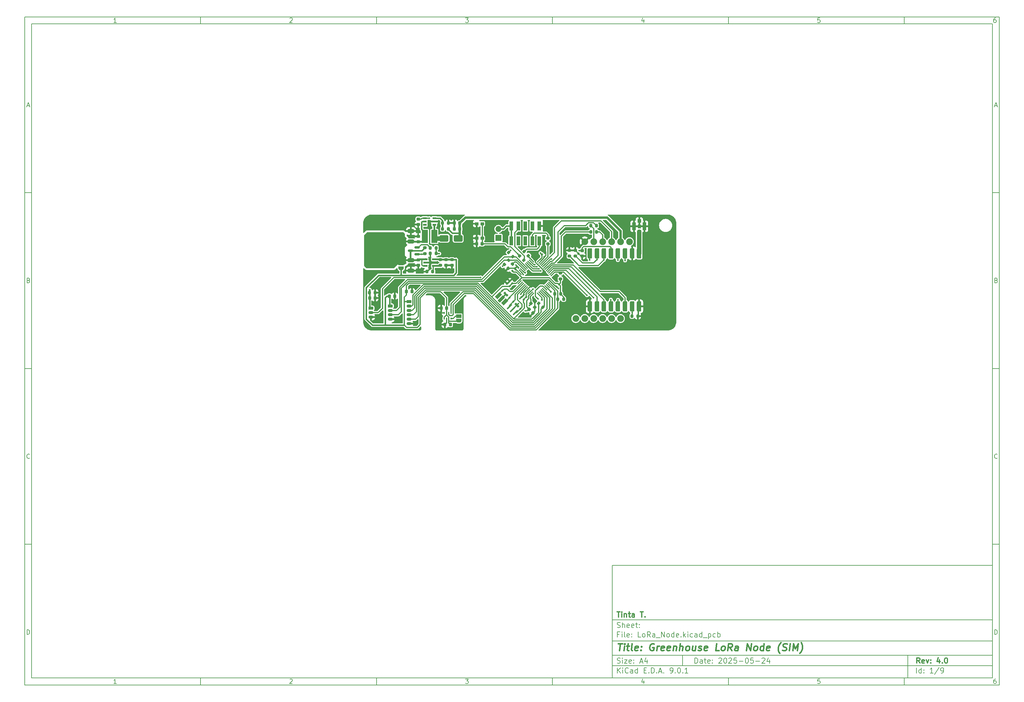
<source format=gbr>
%TF.GenerationSoftware,KiCad,Pcbnew,9.0.1*%
%TF.CreationDate,2025-07-03T23:24:32+02:00*%
%TF.ProjectId,LoRa_Node,4c6f5261-5f4e-46f6-9465-2e6b69636164,4.0*%
%TF.SameCoordinates,Original*%
%TF.FileFunction,Copper,L1,Top*%
%TF.FilePolarity,Positive*%
%FSLAX46Y46*%
G04 Gerber Fmt 4.6, Leading zero omitted, Abs format (unit mm)*
G04 Created by KiCad (PCBNEW 9.0.1) date 2025-07-03 23:24:32*
%MOMM*%
%LPD*%
G01*
G04 APERTURE LIST*
G04 Aperture macros list*
%AMRoundRect*
0 Rectangle with rounded corners*
0 $1 Rounding radius*
0 $2 $3 $4 $5 $6 $7 $8 $9 X,Y pos of 4 corners*
0 Add a 4 corners polygon primitive as box body*
4,1,4,$2,$3,$4,$5,$6,$7,$8,$9,$2,$3,0*
0 Add four circle primitives for the rounded corners*
1,1,$1+$1,$2,$3*
1,1,$1+$1,$4,$5*
1,1,$1+$1,$6,$7*
1,1,$1+$1,$8,$9*
0 Add four rect primitives between the rounded corners*
20,1,$1+$1,$2,$3,$4,$5,0*
20,1,$1+$1,$4,$5,$6,$7,0*
20,1,$1+$1,$6,$7,$8,$9,0*
20,1,$1+$1,$8,$9,$2,$3,0*%
%AMRotRect*
0 Rectangle, with rotation*
0 The origin of the aperture is its center*
0 $1 length*
0 $2 width*
0 $3 Rotation angle, in degrees counterclockwise*
0 Add horizontal line*
21,1,$1,$2,0,0,$3*%
%AMFreePoly0*
4,1,23,0.500000,-0.750000,0.000000,-0.750000,0.000000,-0.745722,-0.065263,-0.745722,-0.191342,-0.711940,-0.304381,-0.646677,-0.396677,-0.554381,-0.461940,-0.441342,-0.495722,-0.315263,-0.495722,-0.250000,-0.500000,-0.250000,-0.500000,0.250000,-0.495722,0.250000,-0.495722,0.315263,-0.461940,0.441342,-0.396677,0.554381,-0.304381,0.646677,-0.191342,0.711940,-0.065263,0.745722,0.000000,0.745722,
0.000000,0.750000,0.500000,0.750000,0.500000,-0.750000,0.500000,-0.750000,$1*%
%AMFreePoly1*
4,1,23,0.000000,0.745722,0.065263,0.745722,0.191342,0.711940,0.304381,0.646677,0.396677,0.554381,0.461940,0.441342,0.495722,0.315263,0.495722,0.250000,0.500000,0.250000,0.500000,-0.250000,0.495722,-0.250000,0.495722,-0.315263,0.461940,-0.441342,0.396677,-0.554381,0.304381,-0.646677,0.191342,-0.711940,0.065263,-0.745722,0.000000,-0.745722,0.000000,-0.750000,-0.500000,-0.750000,
-0.500000,0.750000,0.000000,0.750000,0.000000,0.745722,0.000000,0.745722,$1*%
%AMFreePoly2*
4,1,23,0.550000,-0.750000,0.000000,-0.750000,0.000000,-0.745722,-0.065263,-0.745722,-0.191342,-0.711940,-0.304381,-0.646677,-0.396677,-0.554381,-0.461940,-0.441342,-0.495722,-0.315263,-0.495722,-0.250000,-0.500000,-0.250000,-0.500000,0.250000,-0.495722,0.250000,-0.495722,0.315263,-0.461940,0.441342,-0.396677,0.554381,-0.304381,0.646677,-0.191342,0.711940,-0.065263,0.745722,0.000000,0.745722,
0.000000,0.750000,0.550000,0.750000,0.550000,-0.750000,0.550000,-0.750000,$1*%
%AMFreePoly3*
4,1,23,0.000000,0.745722,0.065263,0.745722,0.191342,0.711940,0.304381,0.646677,0.396677,0.554381,0.461940,0.441342,0.495722,0.315263,0.495722,0.250000,0.500000,0.250000,0.500000,-0.250000,0.495722,-0.250000,0.495722,-0.315263,0.461940,-0.441342,0.396677,-0.554381,0.304381,-0.646677,0.191342,-0.711940,0.065263,-0.745722,0.000000,-0.745722,0.000000,-0.750000,-0.550000,-0.750000,
-0.550000,0.750000,0.000000,0.750000,0.000000,0.745722,0.000000,0.745722,$1*%
G04 Aperture macros list end*
%ADD10C,0.100000*%
%ADD11C,0.150000*%
%ADD12C,0.300000*%
%ADD13C,0.400000*%
%TA.AperFunction,SMDPad,CuDef*%
%ADD14RoundRect,0.200000X0.200000X0.275000X-0.200000X0.275000X-0.200000X-0.275000X0.200000X-0.275000X0*%
%TD*%
%TA.AperFunction,SMDPad,CuDef*%
%ADD15RoundRect,0.140000X-0.021213X0.219203X-0.219203X0.021213X0.021213X-0.219203X0.219203X-0.021213X0*%
%TD*%
%TA.AperFunction,ComponentPad*%
%ADD16RoundRect,0.225000X-0.475000X0.225000X-0.475000X-0.225000X0.475000X-0.225000X0.475000X0.225000X0*%
%TD*%
%TA.AperFunction,ComponentPad*%
%ADD17O,1.400000X0.900000*%
%TD*%
%TA.AperFunction,SMDPad,CuDef*%
%ADD18RoundRect,0.200000X-0.335876X-0.053033X-0.053033X-0.335876X0.335876X0.053033X0.053033X0.335876X0*%
%TD*%
%TA.AperFunction,SMDPad,CuDef*%
%ADD19R,1.000000X2.580000*%
%TD*%
%TA.AperFunction,SMDPad,CuDef*%
%ADD20RoundRect,0.140000X0.219203X0.021213X0.021213X0.219203X-0.219203X-0.021213X-0.021213X-0.219203X0*%
%TD*%
%TA.AperFunction,SMDPad,CuDef*%
%ADD21RoundRect,0.225000X-0.225000X-0.250000X0.225000X-0.250000X0.225000X0.250000X-0.225000X0.250000X0*%
%TD*%
%TA.AperFunction,SMDPad,CuDef*%
%ADD22RoundRect,0.250000X0.650000X-0.325000X0.650000X0.325000X-0.650000X0.325000X-0.650000X-0.325000X0*%
%TD*%
%TA.AperFunction,SMDPad,CuDef*%
%ADD23RoundRect,0.200000X-0.275000X0.200000X-0.275000X-0.200000X0.275000X-0.200000X0.275000X0.200000X0*%
%TD*%
%TA.AperFunction,SMDPad,CuDef*%
%ADD24RoundRect,0.317500X0.317500X-1.157500X0.317500X1.157500X-0.317500X1.157500X-0.317500X-1.157500X0*%
%TD*%
%TA.AperFunction,ComponentPad*%
%ADD25C,1.900000*%
%TD*%
%TA.AperFunction,SMDPad,CuDef*%
%ADD26RoundRect,0.200000X-0.200000X-0.275000X0.200000X-0.275000X0.200000X0.275000X-0.200000X0.275000X0*%
%TD*%
%TA.AperFunction,SMDPad,CuDef*%
%ADD27FreePoly0,270.000000*%
%TD*%
%TA.AperFunction,SMDPad,CuDef*%
%ADD28FreePoly1,270.000000*%
%TD*%
%TA.AperFunction,SMDPad,CuDef*%
%ADD29RoundRect,0.225000X0.225000X0.250000X-0.225000X0.250000X-0.225000X-0.250000X0.225000X-0.250000X0*%
%TD*%
%TA.AperFunction,SMDPad,CuDef*%
%ADD30RoundRect,0.225000X-0.250000X0.225000X-0.250000X-0.225000X0.250000X-0.225000X0.250000X0.225000X0*%
%TD*%
%TA.AperFunction,SMDPad,CuDef*%
%ADD31R,1.700000X3.700000*%
%TD*%
%TA.AperFunction,SMDPad,CuDef*%
%ADD32R,1.000000X0.550000*%
%TD*%
%TA.AperFunction,SMDPad,CuDef*%
%ADD33RotRect,1.000000X1.800000X135.000000*%
%TD*%
%TA.AperFunction,SMDPad,CuDef*%
%ADD34RoundRect,0.225000X0.250000X-0.225000X0.250000X0.225000X-0.250000X0.225000X-0.250000X-0.225000X0*%
%TD*%
%TA.AperFunction,SMDPad,CuDef*%
%ADD35RoundRect,0.150000X0.587500X0.150000X-0.587500X0.150000X-0.587500X-0.150000X0.587500X-0.150000X0*%
%TD*%
%TA.AperFunction,SMDPad,CuDef*%
%ADD36R,0.350000X0.500000*%
%TD*%
%TA.AperFunction,SMDPad,CuDef*%
%ADD37R,1.000000X1.000000*%
%TD*%
%TA.AperFunction,SMDPad,CuDef*%
%ADD38R,1.050000X2.200000*%
%TD*%
%TA.AperFunction,SMDPad,CuDef*%
%ADD39RotRect,0.400000X1.900000X315.000000*%
%TD*%
%TA.AperFunction,SMDPad,CuDef*%
%ADD40RoundRect,0.250000X-0.650000X0.325000X-0.650000X-0.325000X0.650000X-0.325000X0.650000X0.325000X0*%
%TD*%
%TA.AperFunction,SMDPad,CuDef*%
%ADD41RoundRect,0.140000X0.021213X-0.219203X0.219203X-0.021213X-0.021213X0.219203X-0.219203X0.021213X0*%
%TD*%
%TA.AperFunction,SMDPad,CuDef*%
%ADD42R,1.150000X0.600000*%
%TD*%
%TA.AperFunction,ComponentPad*%
%ADD43R,1.700000X1.700000*%
%TD*%
%TA.AperFunction,ComponentPad*%
%ADD44O,1.700000X1.700000*%
%TD*%
%TA.AperFunction,SMDPad,CuDef*%
%ADD45RoundRect,0.200000X0.053033X-0.335876X0.335876X-0.053033X-0.053033X0.335876X-0.335876X0.053033X0*%
%TD*%
%TA.AperFunction,SMDPad,CuDef*%
%ADD46RoundRect,0.140000X-0.219203X-0.021213X-0.021213X-0.219203X0.219203X0.021213X0.021213X0.219203X0*%
%TD*%
%TA.AperFunction,SMDPad,CuDef*%
%ADD47RoundRect,0.200000X0.275000X-0.200000X0.275000X0.200000X-0.275000X0.200000X-0.275000X-0.200000X0*%
%TD*%
%TA.AperFunction,SMDPad,CuDef*%
%ADD48R,1.000000X0.900000*%
%TD*%
%TA.AperFunction,SMDPad,CuDef*%
%ADD49RoundRect,0.250000X1.000000X0.650000X-1.000000X0.650000X-1.000000X-0.650000X1.000000X-0.650000X0*%
%TD*%
%TA.AperFunction,SMDPad,CuDef*%
%ADD50FreePoly2,270.000000*%
%TD*%
%TA.AperFunction,SMDPad,CuDef*%
%ADD51R,1.500000X1.000000*%
%TD*%
%TA.AperFunction,SMDPad,CuDef*%
%ADD52FreePoly3,270.000000*%
%TD*%
%TA.AperFunction,SMDPad,CuDef*%
%ADD53RoundRect,0.225000X-0.335876X-0.017678X-0.017678X-0.335876X0.335876X0.017678X0.017678X0.335876X0*%
%TD*%
%TA.AperFunction,SMDPad,CuDef*%
%ADD54RoundRect,0.075000X-0.415425X-0.521491X0.521491X0.415425X0.415425X0.521491X-0.521491X-0.415425X0*%
%TD*%
%TA.AperFunction,SMDPad,CuDef*%
%ADD55RoundRect,0.075000X0.415425X-0.521491X0.521491X-0.415425X-0.415425X0.521491X-0.521491X0.415425X0*%
%TD*%
%TA.AperFunction,SMDPad,CuDef*%
%ADD56RoundRect,0.200000X0.335876X0.053033X0.053033X0.335876X-0.335876X-0.053033X-0.053033X-0.335876X0*%
%TD*%
%TA.AperFunction,ViaPad*%
%ADD57C,0.500000*%
%TD*%
%TA.AperFunction,ViaPad*%
%ADD58C,0.600000*%
%TD*%
%TA.AperFunction,Conductor*%
%ADD59C,0.400000*%
%TD*%
%TA.AperFunction,Conductor*%
%ADD60C,0.300000*%
%TD*%
%TA.AperFunction,Conductor*%
%ADD61C,0.500000*%
%TD*%
%TA.AperFunction,Conductor*%
%ADD62C,1.284200*%
%TD*%
%TA.AperFunction,Conductor*%
%ADD63C,0.700000*%
%TD*%
G04 APERTURE END LIST*
D10*
D11*
X177002200Y-166007200D02*
X285002200Y-166007200D01*
X285002200Y-198007200D01*
X177002200Y-198007200D01*
X177002200Y-166007200D01*
D10*
D11*
X10000000Y-10000000D02*
X287002200Y-10000000D01*
X287002200Y-200007200D01*
X10000000Y-200007200D01*
X10000000Y-10000000D01*
D10*
D11*
X12000000Y-12000000D02*
X285002200Y-12000000D01*
X285002200Y-198007200D01*
X12000000Y-198007200D01*
X12000000Y-12000000D01*
D10*
D11*
X60000000Y-12000000D02*
X60000000Y-10000000D01*
D10*
D11*
X110000000Y-12000000D02*
X110000000Y-10000000D01*
D10*
D11*
X160000000Y-12000000D02*
X160000000Y-10000000D01*
D10*
D11*
X210000000Y-12000000D02*
X210000000Y-10000000D01*
D10*
D11*
X260000000Y-12000000D02*
X260000000Y-10000000D01*
D10*
D11*
X36089160Y-11593604D02*
X35346303Y-11593604D01*
X35717731Y-11593604D02*
X35717731Y-10293604D01*
X35717731Y-10293604D02*
X35593922Y-10479319D01*
X35593922Y-10479319D02*
X35470112Y-10603128D01*
X35470112Y-10603128D02*
X35346303Y-10665033D01*
D10*
D11*
X85346303Y-10417414D02*
X85408207Y-10355509D01*
X85408207Y-10355509D02*
X85532017Y-10293604D01*
X85532017Y-10293604D02*
X85841541Y-10293604D01*
X85841541Y-10293604D02*
X85965350Y-10355509D01*
X85965350Y-10355509D02*
X86027255Y-10417414D01*
X86027255Y-10417414D02*
X86089160Y-10541223D01*
X86089160Y-10541223D02*
X86089160Y-10665033D01*
X86089160Y-10665033D02*
X86027255Y-10850747D01*
X86027255Y-10850747D02*
X85284398Y-11593604D01*
X85284398Y-11593604D02*
X86089160Y-11593604D01*
D10*
D11*
X135284398Y-10293604D02*
X136089160Y-10293604D01*
X136089160Y-10293604D02*
X135655826Y-10788842D01*
X135655826Y-10788842D02*
X135841541Y-10788842D01*
X135841541Y-10788842D02*
X135965350Y-10850747D01*
X135965350Y-10850747D02*
X136027255Y-10912652D01*
X136027255Y-10912652D02*
X136089160Y-11036461D01*
X136089160Y-11036461D02*
X136089160Y-11345985D01*
X136089160Y-11345985D02*
X136027255Y-11469795D01*
X136027255Y-11469795D02*
X135965350Y-11531700D01*
X135965350Y-11531700D02*
X135841541Y-11593604D01*
X135841541Y-11593604D02*
X135470112Y-11593604D01*
X135470112Y-11593604D02*
X135346303Y-11531700D01*
X135346303Y-11531700D02*
X135284398Y-11469795D01*
D10*
D11*
X185965350Y-10726938D02*
X185965350Y-11593604D01*
X185655826Y-10231700D02*
X185346303Y-11160271D01*
X185346303Y-11160271D02*
X186151064Y-11160271D01*
D10*
D11*
X236027255Y-10293604D02*
X235408207Y-10293604D01*
X235408207Y-10293604D02*
X235346303Y-10912652D01*
X235346303Y-10912652D02*
X235408207Y-10850747D01*
X235408207Y-10850747D02*
X235532017Y-10788842D01*
X235532017Y-10788842D02*
X235841541Y-10788842D01*
X235841541Y-10788842D02*
X235965350Y-10850747D01*
X235965350Y-10850747D02*
X236027255Y-10912652D01*
X236027255Y-10912652D02*
X236089160Y-11036461D01*
X236089160Y-11036461D02*
X236089160Y-11345985D01*
X236089160Y-11345985D02*
X236027255Y-11469795D01*
X236027255Y-11469795D02*
X235965350Y-11531700D01*
X235965350Y-11531700D02*
X235841541Y-11593604D01*
X235841541Y-11593604D02*
X235532017Y-11593604D01*
X235532017Y-11593604D02*
X235408207Y-11531700D01*
X235408207Y-11531700D02*
X235346303Y-11469795D01*
D10*
D11*
X285965350Y-10293604D02*
X285717731Y-10293604D01*
X285717731Y-10293604D02*
X285593922Y-10355509D01*
X285593922Y-10355509D02*
X285532017Y-10417414D01*
X285532017Y-10417414D02*
X285408207Y-10603128D01*
X285408207Y-10603128D02*
X285346303Y-10850747D01*
X285346303Y-10850747D02*
X285346303Y-11345985D01*
X285346303Y-11345985D02*
X285408207Y-11469795D01*
X285408207Y-11469795D02*
X285470112Y-11531700D01*
X285470112Y-11531700D02*
X285593922Y-11593604D01*
X285593922Y-11593604D02*
X285841541Y-11593604D01*
X285841541Y-11593604D02*
X285965350Y-11531700D01*
X285965350Y-11531700D02*
X286027255Y-11469795D01*
X286027255Y-11469795D02*
X286089160Y-11345985D01*
X286089160Y-11345985D02*
X286089160Y-11036461D01*
X286089160Y-11036461D02*
X286027255Y-10912652D01*
X286027255Y-10912652D02*
X285965350Y-10850747D01*
X285965350Y-10850747D02*
X285841541Y-10788842D01*
X285841541Y-10788842D02*
X285593922Y-10788842D01*
X285593922Y-10788842D02*
X285470112Y-10850747D01*
X285470112Y-10850747D02*
X285408207Y-10912652D01*
X285408207Y-10912652D02*
X285346303Y-11036461D01*
D10*
D11*
X60000000Y-198007200D02*
X60000000Y-200007200D01*
D10*
D11*
X110000000Y-198007200D02*
X110000000Y-200007200D01*
D10*
D11*
X160000000Y-198007200D02*
X160000000Y-200007200D01*
D10*
D11*
X210000000Y-198007200D02*
X210000000Y-200007200D01*
D10*
D11*
X260000000Y-198007200D02*
X260000000Y-200007200D01*
D10*
D11*
X36089160Y-199600804D02*
X35346303Y-199600804D01*
X35717731Y-199600804D02*
X35717731Y-198300804D01*
X35717731Y-198300804D02*
X35593922Y-198486519D01*
X35593922Y-198486519D02*
X35470112Y-198610328D01*
X35470112Y-198610328D02*
X35346303Y-198672233D01*
D10*
D11*
X85346303Y-198424614D02*
X85408207Y-198362709D01*
X85408207Y-198362709D02*
X85532017Y-198300804D01*
X85532017Y-198300804D02*
X85841541Y-198300804D01*
X85841541Y-198300804D02*
X85965350Y-198362709D01*
X85965350Y-198362709D02*
X86027255Y-198424614D01*
X86027255Y-198424614D02*
X86089160Y-198548423D01*
X86089160Y-198548423D02*
X86089160Y-198672233D01*
X86089160Y-198672233D02*
X86027255Y-198857947D01*
X86027255Y-198857947D02*
X85284398Y-199600804D01*
X85284398Y-199600804D02*
X86089160Y-199600804D01*
D10*
D11*
X135284398Y-198300804D02*
X136089160Y-198300804D01*
X136089160Y-198300804D02*
X135655826Y-198796042D01*
X135655826Y-198796042D02*
X135841541Y-198796042D01*
X135841541Y-198796042D02*
X135965350Y-198857947D01*
X135965350Y-198857947D02*
X136027255Y-198919852D01*
X136027255Y-198919852D02*
X136089160Y-199043661D01*
X136089160Y-199043661D02*
X136089160Y-199353185D01*
X136089160Y-199353185D02*
X136027255Y-199476995D01*
X136027255Y-199476995D02*
X135965350Y-199538900D01*
X135965350Y-199538900D02*
X135841541Y-199600804D01*
X135841541Y-199600804D02*
X135470112Y-199600804D01*
X135470112Y-199600804D02*
X135346303Y-199538900D01*
X135346303Y-199538900D02*
X135284398Y-199476995D01*
D10*
D11*
X185965350Y-198734138D02*
X185965350Y-199600804D01*
X185655826Y-198238900D02*
X185346303Y-199167471D01*
X185346303Y-199167471D02*
X186151064Y-199167471D01*
D10*
D11*
X236027255Y-198300804D02*
X235408207Y-198300804D01*
X235408207Y-198300804D02*
X235346303Y-198919852D01*
X235346303Y-198919852D02*
X235408207Y-198857947D01*
X235408207Y-198857947D02*
X235532017Y-198796042D01*
X235532017Y-198796042D02*
X235841541Y-198796042D01*
X235841541Y-198796042D02*
X235965350Y-198857947D01*
X235965350Y-198857947D02*
X236027255Y-198919852D01*
X236027255Y-198919852D02*
X236089160Y-199043661D01*
X236089160Y-199043661D02*
X236089160Y-199353185D01*
X236089160Y-199353185D02*
X236027255Y-199476995D01*
X236027255Y-199476995D02*
X235965350Y-199538900D01*
X235965350Y-199538900D02*
X235841541Y-199600804D01*
X235841541Y-199600804D02*
X235532017Y-199600804D01*
X235532017Y-199600804D02*
X235408207Y-199538900D01*
X235408207Y-199538900D02*
X235346303Y-199476995D01*
D10*
D11*
X285965350Y-198300804D02*
X285717731Y-198300804D01*
X285717731Y-198300804D02*
X285593922Y-198362709D01*
X285593922Y-198362709D02*
X285532017Y-198424614D01*
X285532017Y-198424614D02*
X285408207Y-198610328D01*
X285408207Y-198610328D02*
X285346303Y-198857947D01*
X285346303Y-198857947D02*
X285346303Y-199353185D01*
X285346303Y-199353185D02*
X285408207Y-199476995D01*
X285408207Y-199476995D02*
X285470112Y-199538900D01*
X285470112Y-199538900D02*
X285593922Y-199600804D01*
X285593922Y-199600804D02*
X285841541Y-199600804D01*
X285841541Y-199600804D02*
X285965350Y-199538900D01*
X285965350Y-199538900D02*
X286027255Y-199476995D01*
X286027255Y-199476995D02*
X286089160Y-199353185D01*
X286089160Y-199353185D02*
X286089160Y-199043661D01*
X286089160Y-199043661D02*
X286027255Y-198919852D01*
X286027255Y-198919852D02*
X285965350Y-198857947D01*
X285965350Y-198857947D02*
X285841541Y-198796042D01*
X285841541Y-198796042D02*
X285593922Y-198796042D01*
X285593922Y-198796042D02*
X285470112Y-198857947D01*
X285470112Y-198857947D02*
X285408207Y-198919852D01*
X285408207Y-198919852D02*
X285346303Y-199043661D01*
D10*
D11*
X10000000Y-60000000D02*
X12000000Y-60000000D01*
D10*
D11*
X10000000Y-110000000D02*
X12000000Y-110000000D01*
D10*
D11*
X10000000Y-160000000D02*
X12000000Y-160000000D01*
D10*
D11*
X10690476Y-35222176D02*
X11309523Y-35222176D01*
X10566666Y-35593604D02*
X10999999Y-34293604D01*
X10999999Y-34293604D02*
X11433333Y-35593604D01*
D10*
D11*
X11092857Y-84912652D02*
X11278571Y-84974557D01*
X11278571Y-84974557D02*
X11340476Y-85036461D01*
X11340476Y-85036461D02*
X11402380Y-85160271D01*
X11402380Y-85160271D02*
X11402380Y-85345985D01*
X11402380Y-85345985D02*
X11340476Y-85469795D01*
X11340476Y-85469795D02*
X11278571Y-85531700D01*
X11278571Y-85531700D02*
X11154761Y-85593604D01*
X11154761Y-85593604D02*
X10659523Y-85593604D01*
X10659523Y-85593604D02*
X10659523Y-84293604D01*
X10659523Y-84293604D02*
X11092857Y-84293604D01*
X11092857Y-84293604D02*
X11216666Y-84355509D01*
X11216666Y-84355509D02*
X11278571Y-84417414D01*
X11278571Y-84417414D02*
X11340476Y-84541223D01*
X11340476Y-84541223D02*
X11340476Y-84665033D01*
X11340476Y-84665033D02*
X11278571Y-84788842D01*
X11278571Y-84788842D02*
X11216666Y-84850747D01*
X11216666Y-84850747D02*
X11092857Y-84912652D01*
X11092857Y-84912652D02*
X10659523Y-84912652D01*
D10*
D11*
X11402380Y-135469795D02*
X11340476Y-135531700D01*
X11340476Y-135531700D02*
X11154761Y-135593604D01*
X11154761Y-135593604D02*
X11030952Y-135593604D01*
X11030952Y-135593604D02*
X10845238Y-135531700D01*
X10845238Y-135531700D02*
X10721428Y-135407890D01*
X10721428Y-135407890D02*
X10659523Y-135284080D01*
X10659523Y-135284080D02*
X10597619Y-135036461D01*
X10597619Y-135036461D02*
X10597619Y-134850747D01*
X10597619Y-134850747D02*
X10659523Y-134603128D01*
X10659523Y-134603128D02*
X10721428Y-134479319D01*
X10721428Y-134479319D02*
X10845238Y-134355509D01*
X10845238Y-134355509D02*
X11030952Y-134293604D01*
X11030952Y-134293604D02*
X11154761Y-134293604D01*
X11154761Y-134293604D02*
X11340476Y-134355509D01*
X11340476Y-134355509D02*
X11402380Y-134417414D01*
D10*
D11*
X10659523Y-185593604D02*
X10659523Y-184293604D01*
X10659523Y-184293604D02*
X10969047Y-184293604D01*
X10969047Y-184293604D02*
X11154761Y-184355509D01*
X11154761Y-184355509D02*
X11278571Y-184479319D01*
X11278571Y-184479319D02*
X11340476Y-184603128D01*
X11340476Y-184603128D02*
X11402380Y-184850747D01*
X11402380Y-184850747D02*
X11402380Y-185036461D01*
X11402380Y-185036461D02*
X11340476Y-185284080D01*
X11340476Y-185284080D02*
X11278571Y-185407890D01*
X11278571Y-185407890D02*
X11154761Y-185531700D01*
X11154761Y-185531700D02*
X10969047Y-185593604D01*
X10969047Y-185593604D02*
X10659523Y-185593604D01*
D10*
D11*
X287002200Y-60000000D02*
X285002200Y-60000000D01*
D10*
D11*
X287002200Y-110000000D02*
X285002200Y-110000000D01*
D10*
D11*
X287002200Y-160000000D02*
X285002200Y-160000000D01*
D10*
D11*
X285692676Y-35222176D02*
X286311723Y-35222176D01*
X285568866Y-35593604D02*
X286002199Y-34293604D01*
X286002199Y-34293604D02*
X286435533Y-35593604D01*
D10*
D11*
X286095057Y-84912652D02*
X286280771Y-84974557D01*
X286280771Y-84974557D02*
X286342676Y-85036461D01*
X286342676Y-85036461D02*
X286404580Y-85160271D01*
X286404580Y-85160271D02*
X286404580Y-85345985D01*
X286404580Y-85345985D02*
X286342676Y-85469795D01*
X286342676Y-85469795D02*
X286280771Y-85531700D01*
X286280771Y-85531700D02*
X286156961Y-85593604D01*
X286156961Y-85593604D02*
X285661723Y-85593604D01*
X285661723Y-85593604D02*
X285661723Y-84293604D01*
X285661723Y-84293604D02*
X286095057Y-84293604D01*
X286095057Y-84293604D02*
X286218866Y-84355509D01*
X286218866Y-84355509D02*
X286280771Y-84417414D01*
X286280771Y-84417414D02*
X286342676Y-84541223D01*
X286342676Y-84541223D02*
X286342676Y-84665033D01*
X286342676Y-84665033D02*
X286280771Y-84788842D01*
X286280771Y-84788842D02*
X286218866Y-84850747D01*
X286218866Y-84850747D02*
X286095057Y-84912652D01*
X286095057Y-84912652D02*
X285661723Y-84912652D01*
D10*
D11*
X286404580Y-135469795D02*
X286342676Y-135531700D01*
X286342676Y-135531700D02*
X286156961Y-135593604D01*
X286156961Y-135593604D02*
X286033152Y-135593604D01*
X286033152Y-135593604D02*
X285847438Y-135531700D01*
X285847438Y-135531700D02*
X285723628Y-135407890D01*
X285723628Y-135407890D02*
X285661723Y-135284080D01*
X285661723Y-135284080D02*
X285599819Y-135036461D01*
X285599819Y-135036461D02*
X285599819Y-134850747D01*
X285599819Y-134850747D02*
X285661723Y-134603128D01*
X285661723Y-134603128D02*
X285723628Y-134479319D01*
X285723628Y-134479319D02*
X285847438Y-134355509D01*
X285847438Y-134355509D02*
X286033152Y-134293604D01*
X286033152Y-134293604D02*
X286156961Y-134293604D01*
X286156961Y-134293604D02*
X286342676Y-134355509D01*
X286342676Y-134355509D02*
X286404580Y-134417414D01*
D10*
D11*
X285661723Y-185593604D02*
X285661723Y-184293604D01*
X285661723Y-184293604D02*
X285971247Y-184293604D01*
X285971247Y-184293604D02*
X286156961Y-184355509D01*
X286156961Y-184355509D02*
X286280771Y-184479319D01*
X286280771Y-184479319D02*
X286342676Y-184603128D01*
X286342676Y-184603128D02*
X286404580Y-184850747D01*
X286404580Y-184850747D02*
X286404580Y-185036461D01*
X286404580Y-185036461D02*
X286342676Y-185284080D01*
X286342676Y-185284080D02*
X286280771Y-185407890D01*
X286280771Y-185407890D02*
X286156961Y-185531700D01*
X286156961Y-185531700D02*
X285971247Y-185593604D01*
X285971247Y-185593604D02*
X285661723Y-185593604D01*
D10*
D11*
X200458026Y-193793328D02*
X200458026Y-192293328D01*
X200458026Y-192293328D02*
X200815169Y-192293328D01*
X200815169Y-192293328D02*
X201029455Y-192364757D01*
X201029455Y-192364757D02*
X201172312Y-192507614D01*
X201172312Y-192507614D02*
X201243741Y-192650471D01*
X201243741Y-192650471D02*
X201315169Y-192936185D01*
X201315169Y-192936185D02*
X201315169Y-193150471D01*
X201315169Y-193150471D02*
X201243741Y-193436185D01*
X201243741Y-193436185D02*
X201172312Y-193579042D01*
X201172312Y-193579042D02*
X201029455Y-193721900D01*
X201029455Y-193721900D02*
X200815169Y-193793328D01*
X200815169Y-193793328D02*
X200458026Y-193793328D01*
X202600884Y-193793328D02*
X202600884Y-193007614D01*
X202600884Y-193007614D02*
X202529455Y-192864757D01*
X202529455Y-192864757D02*
X202386598Y-192793328D01*
X202386598Y-192793328D02*
X202100884Y-192793328D01*
X202100884Y-192793328D02*
X201958026Y-192864757D01*
X202600884Y-193721900D02*
X202458026Y-193793328D01*
X202458026Y-193793328D02*
X202100884Y-193793328D01*
X202100884Y-193793328D02*
X201958026Y-193721900D01*
X201958026Y-193721900D02*
X201886598Y-193579042D01*
X201886598Y-193579042D02*
X201886598Y-193436185D01*
X201886598Y-193436185D02*
X201958026Y-193293328D01*
X201958026Y-193293328D02*
X202100884Y-193221900D01*
X202100884Y-193221900D02*
X202458026Y-193221900D01*
X202458026Y-193221900D02*
X202600884Y-193150471D01*
X203100884Y-192793328D02*
X203672312Y-192793328D01*
X203315169Y-192293328D02*
X203315169Y-193579042D01*
X203315169Y-193579042D02*
X203386598Y-193721900D01*
X203386598Y-193721900D02*
X203529455Y-193793328D01*
X203529455Y-193793328D02*
X203672312Y-193793328D01*
X204743741Y-193721900D02*
X204600884Y-193793328D01*
X204600884Y-193793328D02*
X204315170Y-193793328D01*
X204315170Y-193793328D02*
X204172312Y-193721900D01*
X204172312Y-193721900D02*
X204100884Y-193579042D01*
X204100884Y-193579042D02*
X204100884Y-193007614D01*
X204100884Y-193007614D02*
X204172312Y-192864757D01*
X204172312Y-192864757D02*
X204315170Y-192793328D01*
X204315170Y-192793328D02*
X204600884Y-192793328D01*
X204600884Y-192793328D02*
X204743741Y-192864757D01*
X204743741Y-192864757D02*
X204815170Y-193007614D01*
X204815170Y-193007614D02*
X204815170Y-193150471D01*
X204815170Y-193150471D02*
X204100884Y-193293328D01*
X205458026Y-193650471D02*
X205529455Y-193721900D01*
X205529455Y-193721900D02*
X205458026Y-193793328D01*
X205458026Y-193793328D02*
X205386598Y-193721900D01*
X205386598Y-193721900D02*
X205458026Y-193650471D01*
X205458026Y-193650471D02*
X205458026Y-193793328D01*
X205458026Y-192864757D02*
X205529455Y-192936185D01*
X205529455Y-192936185D02*
X205458026Y-193007614D01*
X205458026Y-193007614D02*
X205386598Y-192936185D01*
X205386598Y-192936185D02*
X205458026Y-192864757D01*
X205458026Y-192864757D02*
X205458026Y-193007614D01*
X207243741Y-192436185D02*
X207315169Y-192364757D01*
X207315169Y-192364757D02*
X207458027Y-192293328D01*
X207458027Y-192293328D02*
X207815169Y-192293328D01*
X207815169Y-192293328D02*
X207958027Y-192364757D01*
X207958027Y-192364757D02*
X208029455Y-192436185D01*
X208029455Y-192436185D02*
X208100884Y-192579042D01*
X208100884Y-192579042D02*
X208100884Y-192721900D01*
X208100884Y-192721900D02*
X208029455Y-192936185D01*
X208029455Y-192936185D02*
X207172312Y-193793328D01*
X207172312Y-193793328D02*
X208100884Y-193793328D01*
X209029455Y-192293328D02*
X209172312Y-192293328D01*
X209172312Y-192293328D02*
X209315169Y-192364757D01*
X209315169Y-192364757D02*
X209386598Y-192436185D01*
X209386598Y-192436185D02*
X209458026Y-192579042D01*
X209458026Y-192579042D02*
X209529455Y-192864757D01*
X209529455Y-192864757D02*
X209529455Y-193221900D01*
X209529455Y-193221900D02*
X209458026Y-193507614D01*
X209458026Y-193507614D02*
X209386598Y-193650471D01*
X209386598Y-193650471D02*
X209315169Y-193721900D01*
X209315169Y-193721900D02*
X209172312Y-193793328D01*
X209172312Y-193793328D02*
X209029455Y-193793328D01*
X209029455Y-193793328D02*
X208886598Y-193721900D01*
X208886598Y-193721900D02*
X208815169Y-193650471D01*
X208815169Y-193650471D02*
X208743740Y-193507614D01*
X208743740Y-193507614D02*
X208672312Y-193221900D01*
X208672312Y-193221900D02*
X208672312Y-192864757D01*
X208672312Y-192864757D02*
X208743740Y-192579042D01*
X208743740Y-192579042D02*
X208815169Y-192436185D01*
X208815169Y-192436185D02*
X208886598Y-192364757D01*
X208886598Y-192364757D02*
X209029455Y-192293328D01*
X210100883Y-192436185D02*
X210172311Y-192364757D01*
X210172311Y-192364757D02*
X210315169Y-192293328D01*
X210315169Y-192293328D02*
X210672311Y-192293328D01*
X210672311Y-192293328D02*
X210815169Y-192364757D01*
X210815169Y-192364757D02*
X210886597Y-192436185D01*
X210886597Y-192436185D02*
X210958026Y-192579042D01*
X210958026Y-192579042D02*
X210958026Y-192721900D01*
X210958026Y-192721900D02*
X210886597Y-192936185D01*
X210886597Y-192936185D02*
X210029454Y-193793328D01*
X210029454Y-193793328D02*
X210958026Y-193793328D01*
X212315168Y-192293328D02*
X211600882Y-192293328D01*
X211600882Y-192293328D02*
X211529454Y-193007614D01*
X211529454Y-193007614D02*
X211600882Y-192936185D01*
X211600882Y-192936185D02*
X211743740Y-192864757D01*
X211743740Y-192864757D02*
X212100882Y-192864757D01*
X212100882Y-192864757D02*
X212243740Y-192936185D01*
X212243740Y-192936185D02*
X212315168Y-193007614D01*
X212315168Y-193007614D02*
X212386597Y-193150471D01*
X212386597Y-193150471D02*
X212386597Y-193507614D01*
X212386597Y-193507614D02*
X212315168Y-193650471D01*
X212315168Y-193650471D02*
X212243740Y-193721900D01*
X212243740Y-193721900D02*
X212100882Y-193793328D01*
X212100882Y-193793328D02*
X211743740Y-193793328D01*
X211743740Y-193793328D02*
X211600882Y-193721900D01*
X211600882Y-193721900D02*
X211529454Y-193650471D01*
X213029453Y-193221900D02*
X214172311Y-193221900D01*
X215172311Y-192293328D02*
X215315168Y-192293328D01*
X215315168Y-192293328D02*
X215458025Y-192364757D01*
X215458025Y-192364757D02*
X215529454Y-192436185D01*
X215529454Y-192436185D02*
X215600882Y-192579042D01*
X215600882Y-192579042D02*
X215672311Y-192864757D01*
X215672311Y-192864757D02*
X215672311Y-193221900D01*
X215672311Y-193221900D02*
X215600882Y-193507614D01*
X215600882Y-193507614D02*
X215529454Y-193650471D01*
X215529454Y-193650471D02*
X215458025Y-193721900D01*
X215458025Y-193721900D02*
X215315168Y-193793328D01*
X215315168Y-193793328D02*
X215172311Y-193793328D01*
X215172311Y-193793328D02*
X215029454Y-193721900D01*
X215029454Y-193721900D02*
X214958025Y-193650471D01*
X214958025Y-193650471D02*
X214886596Y-193507614D01*
X214886596Y-193507614D02*
X214815168Y-193221900D01*
X214815168Y-193221900D02*
X214815168Y-192864757D01*
X214815168Y-192864757D02*
X214886596Y-192579042D01*
X214886596Y-192579042D02*
X214958025Y-192436185D01*
X214958025Y-192436185D02*
X215029454Y-192364757D01*
X215029454Y-192364757D02*
X215172311Y-192293328D01*
X217029453Y-192293328D02*
X216315167Y-192293328D01*
X216315167Y-192293328D02*
X216243739Y-193007614D01*
X216243739Y-193007614D02*
X216315167Y-192936185D01*
X216315167Y-192936185D02*
X216458025Y-192864757D01*
X216458025Y-192864757D02*
X216815167Y-192864757D01*
X216815167Y-192864757D02*
X216958025Y-192936185D01*
X216958025Y-192936185D02*
X217029453Y-193007614D01*
X217029453Y-193007614D02*
X217100882Y-193150471D01*
X217100882Y-193150471D02*
X217100882Y-193507614D01*
X217100882Y-193507614D02*
X217029453Y-193650471D01*
X217029453Y-193650471D02*
X216958025Y-193721900D01*
X216958025Y-193721900D02*
X216815167Y-193793328D01*
X216815167Y-193793328D02*
X216458025Y-193793328D01*
X216458025Y-193793328D02*
X216315167Y-193721900D01*
X216315167Y-193721900D02*
X216243739Y-193650471D01*
X217743738Y-193221900D02*
X218886596Y-193221900D01*
X219529453Y-192436185D02*
X219600881Y-192364757D01*
X219600881Y-192364757D02*
X219743739Y-192293328D01*
X219743739Y-192293328D02*
X220100881Y-192293328D01*
X220100881Y-192293328D02*
X220243739Y-192364757D01*
X220243739Y-192364757D02*
X220315167Y-192436185D01*
X220315167Y-192436185D02*
X220386596Y-192579042D01*
X220386596Y-192579042D02*
X220386596Y-192721900D01*
X220386596Y-192721900D02*
X220315167Y-192936185D01*
X220315167Y-192936185D02*
X219458024Y-193793328D01*
X219458024Y-193793328D02*
X220386596Y-193793328D01*
X221672310Y-192793328D02*
X221672310Y-193793328D01*
X221315167Y-192221900D02*
X220958024Y-193293328D01*
X220958024Y-193293328D02*
X221886595Y-193293328D01*
D10*
D11*
X177002200Y-194507200D02*
X285002200Y-194507200D01*
D10*
D11*
X178458026Y-196593328D02*
X178458026Y-195093328D01*
X179315169Y-196593328D02*
X178672312Y-195736185D01*
X179315169Y-195093328D02*
X178458026Y-195950471D01*
X179958026Y-196593328D02*
X179958026Y-195593328D01*
X179958026Y-195093328D02*
X179886598Y-195164757D01*
X179886598Y-195164757D02*
X179958026Y-195236185D01*
X179958026Y-195236185D02*
X180029455Y-195164757D01*
X180029455Y-195164757D02*
X179958026Y-195093328D01*
X179958026Y-195093328D02*
X179958026Y-195236185D01*
X181529455Y-196450471D02*
X181458027Y-196521900D01*
X181458027Y-196521900D02*
X181243741Y-196593328D01*
X181243741Y-196593328D02*
X181100884Y-196593328D01*
X181100884Y-196593328D02*
X180886598Y-196521900D01*
X180886598Y-196521900D02*
X180743741Y-196379042D01*
X180743741Y-196379042D02*
X180672312Y-196236185D01*
X180672312Y-196236185D02*
X180600884Y-195950471D01*
X180600884Y-195950471D02*
X180600884Y-195736185D01*
X180600884Y-195736185D02*
X180672312Y-195450471D01*
X180672312Y-195450471D02*
X180743741Y-195307614D01*
X180743741Y-195307614D02*
X180886598Y-195164757D01*
X180886598Y-195164757D02*
X181100884Y-195093328D01*
X181100884Y-195093328D02*
X181243741Y-195093328D01*
X181243741Y-195093328D02*
X181458027Y-195164757D01*
X181458027Y-195164757D02*
X181529455Y-195236185D01*
X182815170Y-196593328D02*
X182815170Y-195807614D01*
X182815170Y-195807614D02*
X182743741Y-195664757D01*
X182743741Y-195664757D02*
X182600884Y-195593328D01*
X182600884Y-195593328D02*
X182315170Y-195593328D01*
X182315170Y-195593328D02*
X182172312Y-195664757D01*
X182815170Y-196521900D02*
X182672312Y-196593328D01*
X182672312Y-196593328D02*
X182315170Y-196593328D01*
X182315170Y-196593328D02*
X182172312Y-196521900D01*
X182172312Y-196521900D02*
X182100884Y-196379042D01*
X182100884Y-196379042D02*
X182100884Y-196236185D01*
X182100884Y-196236185D02*
X182172312Y-196093328D01*
X182172312Y-196093328D02*
X182315170Y-196021900D01*
X182315170Y-196021900D02*
X182672312Y-196021900D01*
X182672312Y-196021900D02*
X182815170Y-195950471D01*
X184172313Y-196593328D02*
X184172313Y-195093328D01*
X184172313Y-196521900D02*
X184029455Y-196593328D01*
X184029455Y-196593328D02*
X183743741Y-196593328D01*
X183743741Y-196593328D02*
X183600884Y-196521900D01*
X183600884Y-196521900D02*
X183529455Y-196450471D01*
X183529455Y-196450471D02*
X183458027Y-196307614D01*
X183458027Y-196307614D02*
X183458027Y-195879042D01*
X183458027Y-195879042D02*
X183529455Y-195736185D01*
X183529455Y-195736185D02*
X183600884Y-195664757D01*
X183600884Y-195664757D02*
X183743741Y-195593328D01*
X183743741Y-195593328D02*
X184029455Y-195593328D01*
X184029455Y-195593328D02*
X184172313Y-195664757D01*
X186029455Y-195807614D02*
X186529455Y-195807614D01*
X186743741Y-196593328D02*
X186029455Y-196593328D01*
X186029455Y-196593328D02*
X186029455Y-195093328D01*
X186029455Y-195093328D02*
X186743741Y-195093328D01*
X187386598Y-196450471D02*
X187458027Y-196521900D01*
X187458027Y-196521900D02*
X187386598Y-196593328D01*
X187386598Y-196593328D02*
X187315170Y-196521900D01*
X187315170Y-196521900D02*
X187386598Y-196450471D01*
X187386598Y-196450471D02*
X187386598Y-196593328D01*
X188100884Y-196593328D02*
X188100884Y-195093328D01*
X188100884Y-195093328D02*
X188458027Y-195093328D01*
X188458027Y-195093328D02*
X188672313Y-195164757D01*
X188672313Y-195164757D02*
X188815170Y-195307614D01*
X188815170Y-195307614D02*
X188886599Y-195450471D01*
X188886599Y-195450471D02*
X188958027Y-195736185D01*
X188958027Y-195736185D02*
X188958027Y-195950471D01*
X188958027Y-195950471D02*
X188886599Y-196236185D01*
X188886599Y-196236185D02*
X188815170Y-196379042D01*
X188815170Y-196379042D02*
X188672313Y-196521900D01*
X188672313Y-196521900D02*
X188458027Y-196593328D01*
X188458027Y-196593328D02*
X188100884Y-196593328D01*
X189600884Y-196450471D02*
X189672313Y-196521900D01*
X189672313Y-196521900D02*
X189600884Y-196593328D01*
X189600884Y-196593328D02*
X189529456Y-196521900D01*
X189529456Y-196521900D02*
X189600884Y-196450471D01*
X189600884Y-196450471D02*
X189600884Y-196593328D01*
X190243742Y-196164757D02*
X190958028Y-196164757D01*
X190100885Y-196593328D02*
X190600885Y-195093328D01*
X190600885Y-195093328D02*
X191100885Y-196593328D01*
X191600884Y-196450471D02*
X191672313Y-196521900D01*
X191672313Y-196521900D02*
X191600884Y-196593328D01*
X191600884Y-196593328D02*
X191529456Y-196521900D01*
X191529456Y-196521900D02*
X191600884Y-196450471D01*
X191600884Y-196450471D02*
X191600884Y-196593328D01*
X193529456Y-196593328D02*
X193815170Y-196593328D01*
X193815170Y-196593328D02*
X193958027Y-196521900D01*
X193958027Y-196521900D02*
X194029456Y-196450471D01*
X194029456Y-196450471D02*
X194172313Y-196236185D01*
X194172313Y-196236185D02*
X194243742Y-195950471D01*
X194243742Y-195950471D02*
X194243742Y-195379042D01*
X194243742Y-195379042D02*
X194172313Y-195236185D01*
X194172313Y-195236185D02*
X194100885Y-195164757D01*
X194100885Y-195164757D02*
X193958027Y-195093328D01*
X193958027Y-195093328D02*
X193672313Y-195093328D01*
X193672313Y-195093328D02*
X193529456Y-195164757D01*
X193529456Y-195164757D02*
X193458027Y-195236185D01*
X193458027Y-195236185D02*
X193386599Y-195379042D01*
X193386599Y-195379042D02*
X193386599Y-195736185D01*
X193386599Y-195736185D02*
X193458027Y-195879042D01*
X193458027Y-195879042D02*
X193529456Y-195950471D01*
X193529456Y-195950471D02*
X193672313Y-196021900D01*
X193672313Y-196021900D02*
X193958027Y-196021900D01*
X193958027Y-196021900D02*
X194100885Y-195950471D01*
X194100885Y-195950471D02*
X194172313Y-195879042D01*
X194172313Y-195879042D02*
X194243742Y-195736185D01*
X194886598Y-196450471D02*
X194958027Y-196521900D01*
X194958027Y-196521900D02*
X194886598Y-196593328D01*
X194886598Y-196593328D02*
X194815170Y-196521900D01*
X194815170Y-196521900D02*
X194886598Y-196450471D01*
X194886598Y-196450471D02*
X194886598Y-196593328D01*
X195886599Y-195093328D02*
X196029456Y-195093328D01*
X196029456Y-195093328D02*
X196172313Y-195164757D01*
X196172313Y-195164757D02*
X196243742Y-195236185D01*
X196243742Y-195236185D02*
X196315170Y-195379042D01*
X196315170Y-195379042D02*
X196386599Y-195664757D01*
X196386599Y-195664757D02*
X196386599Y-196021900D01*
X196386599Y-196021900D02*
X196315170Y-196307614D01*
X196315170Y-196307614D02*
X196243742Y-196450471D01*
X196243742Y-196450471D02*
X196172313Y-196521900D01*
X196172313Y-196521900D02*
X196029456Y-196593328D01*
X196029456Y-196593328D02*
X195886599Y-196593328D01*
X195886599Y-196593328D02*
X195743742Y-196521900D01*
X195743742Y-196521900D02*
X195672313Y-196450471D01*
X195672313Y-196450471D02*
X195600884Y-196307614D01*
X195600884Y-196307614D02*
X195529456Y-196021900D01*
X195529456Y-196021900D02*
X195529456Y-195664757D01*
X195529456Y-195664757D02*
X195600884Y-195379042D01*
X195600884Y-195379042D02*
X195672313Y-195236185D01*
X195672313Y-195236185D02*
X195743742Y-195164757D01*
X195743742Y-195164757D02*
X195886599Y-195093328D01*
X197029455Y-196450471D02*
X197100884Y-196521900D01*
X197100884Y-196521900D02*
X197029455Y-196593328D01*
X197029455Y-196593328D02*
X196958027Y-196521900D01*
X196958027Y-196521900D02*
X197029455Y-196450471D01*
X197029455Y-196450471D02*
X197029455Y-196593328D01*
X198529456Y-196593328D02*
X197672313Y-196593328D01*
X198100884Y-196593328D02*
X198100884Y-195093328D01*
X198100884Y-195093328D02*
X197958027Y-195307614D01*
X197958027Y-195307614D02*
X197815170Y-195450471D01*
X197815170Y-195450471D02*
X197672313Y-195521900D01*
D10*
D11*
X177002200Y-191507200D02*
X285002200Y-191507200D01*
D10*
D12*
X264413853Y-193785528D02*
X263913853Y-193071242D01*
X263556710Y-193785528D02*
X263556710Y-192285528D01*
X263556710Y-192285528D02*
X264128139Y-192285528D01*
X264128139Y-192285528D02*
X264270996Y-192356957D01*
X264270996Y-192356957D02*
X264342425Y-192428385D01*
X264342425Y-192428385D02*
X264413853Y-192571242D01*
X264413853Y-192571242D02*
X264413853Y-192785528D01*
X264413853Y-192785528D02*
X264342425Y-192928385D01*
X264342425Y-192928385D02*
X264270996Y-192999814D01*
X264270996Y-192999814D02*
X264128139Y-193071242D01*
X264128139Y-193071242D02*
X263556710Y-193071242D01*
X265628139Y-193714100D02*
X265485282Y-193785528D01*
X265485282Y-193785528D02*
X265199568Y-193785528D01*
X265199568Y-193785528D02*
X265056710Y-193714100D01*
X265056710Y-193714100D02*
X264985282Y-193571242D01*
X264985282Y-193571242D02*
X264985282Y-192999814D01*
X264985282Y-192999814D02*
X265056710Y-192856957D01*
X265056710Y-192856957D02*
X265199568Y-192785528D01*
X265199568Y-192785528D02*
X265485282Y-192785528D01*
X265485282Y-192785528D02*
X265628139Y-192856957D01*
X265628139Y-192856957D02*
X265699568Y-192999814D01*
X265699568Y-192999814D02*
X265699568Y-193142671D01*
X265699568Y-193142671D02*
X264985282Y-193285528D01*
X266199567Y-192785528D02*
X266556710Y-193785528D01*
X266556710Y-193785528D02*
X266913853Y-192785528D01*
X267485281Y-193642671D02*
X267556710Y-193714100D01*
X267556710Y-193714100D02*
X267485281Y-193785528D01*
X267485281Y-193785528D02*
X267413853Y-193714100D01*
X267413853Y-193714100D02*
X267485281Y-193642671D01*
X267485281Y-193642671D02*
X267485281Y-193785528D01*
X267485281Y-192856957D02*
X267556710Y-192928385D01*
X267556710Y-192928385D02*
X267485281Y-192999814D01*
X267485281Y-192999814D02*
X267413853Y-192928385D01*
X267413853Y-192928385D02*
X267485281Y-192856957D01*
X267485281Y-192856957D02*
X267485281Y-192999814D01*
X269985282Y-192785528D02*
X269985282Y-193785528D01*
X269628139Y-192214100D02*
X269270996Y-193285528D01*
X269270996Y-193285528D02*
X270199567Y-193285528D01*
X270770995Y-193642671D02*
X270842424Y-193714100D01*
X270842424Y-193714100D02*
X270770995Y-193785528D01*
X270770995Y-193785528D02*
X270699567Y-193714100D01*
X270699567Y-193714100D02*
X270770995Y-193642671D01*
X270770995Y-193642671D02*
X270770995Y-193785528D01*
X271770996Y-192285528D02*
X271913853Y-192285528D01*
X271913853Y-192285528D02*
X272056710Y-192356957D01*
X272056710Y-192356957D02*
X272128139Y-192428385D01*
X272128139Y-192428385D02*
X272199567Y-192571242D01*
X272199567Y-192571242D02*
X272270996Y-192856957D01*
X272270996Y-192856957D02*
X272270996Y-193214100D01*
X272270996Y-193214100D02*
X272199567Y-193499814D01*
X272199567Y-193499814D02*
X272128139Y-193642671D01*
X272128139Y-193642671D02*
X272056710Y-193714100D01*
X272056710Y-193714100D02*
X271913853Y-193785528D01*
X271913853Y-193785528D02*
X271770996Y-193785528D01*
X271770996Y-193785528D02*
X271628139Y-193714100D01*
X271628139Y-193714100D02*
X271556710Y-193642671D01*
X271556710Y-193642671D02*
X271485281Y-193499814D01*
X271485281Y-193499814D02*
X271413853Y-193214100D01*
X271413853Y-193214100D02*
X271413853Y-192856957D01*
X271413853Y-192856957D02*
X271485281Y-192571242D01*
X271485281Y-192571242D02*
X271556710Y-192428385D01*
X271556710Y-192428385D02*
X271628139Y-192356957D01*
X271628139Y-192356957D02*
X271770996Y-192285528D01*
D10*
D11*
X178386598Y-193721900D02*
X178600884Y-193793328D01*
X178600884Y-193793328D02*
X178958026Y-193793328D01*
X178958026Y-193793328D02*
X179100884Y-193721900D01*
X179100884Y-193721900D02*
X179172312Y-193650471D01*
X179172312Y-193650471D02*
X179243741Y-193507614D01*
X179243741Y-193507614D02*
X179243741Y-193364757D01*
X179243741Y-193364757D02*
X179172312Y-193221900D01*
X179172312Y-193221900D02*
X179100884Y-193150471D01*
X179100884Y-193150471D02*
X178958026Y-193079042D01*
X178958026Y-193079042D02*
X178672312Y-193007614D01*
X178672312Y-193007614D02*
X178529455Y-192936185D01*
X178529455Y-192936185D02*
X178458026Y-192864757D01*
X178458026Y-192864757D02*
X178386598Y-192721900D01*
X178386598Y-192721900D02*
X178386598Y-192579042D01*
X178386598Y-192579042D02*
X178458026Y-192436185D01*
X178458026Y-192436185D02*
X178529455Y-192364757D01*
X178529455Y-192364757D02*
X178672312Y-192293328D01*
X178672312Y-192293328D02*
X179029455Y-192293328D01*
X179029455Y-192293328D02*
X179243741Y-192364757D01*
X179886597Y-193793328D02*
X179886597Y-192793328D01*
X179886597Y-192293328D02*
X179815169Y-192364757D01*
X179815169Y-192364757D02*
X179886597Y-192436185D01*
X179886597Y-192436185D02*
X179958026Y-192364757D01*
X179958026Y-192364757D02*
X179886597Y-192293328D01*
X179886597Y-192293328D02*
X179886597Y-192436185D01*
X180458026Y-192793328D02*
X181243741Y-192793328D01*
X181243741Y-192793328D02*
X180458026Y-193793328D01*
X180458026Y-193793328D02*
X181243741Y-193793328D01*
X182386598Y-193721900D02*
X182243741Y-193793328D01*
X182243741Y-193793328D02*
X181958027Y-193793328D01*
X181958027Y-193793328D02*
X181815169Y-193721900D01*
X181815169Y-193721900D02*
X181743741Y-193579042D01*
X181743741Y-193579042D02*
X181743741Y-193007614D01*
X181743741Y-193007614D02*
X181815169Y-192864757D01*
X181815169Y-192864757D02*
X181958027Y-192793328D01*
X181958027Y-192793328D02*
X182243741Y-192793328D01*
X182243741Y-192793328D02*
X182386598Y-192864757D01*
X182386598Y-192864757D02*
X182458027Y-193007614D01*
X182458027Y-193007614D02*
X182458027Y-193150471D01*
X182458027Y-193150471D02*
X181743741Y-193293328D01*
X183100883Y-193650471D02*
X183172312Y-193721900D01*
X183172312Y-193721900D02*
X183100883Y-193793328D01*
X183100883Y-193793328D02*
X183029455Y-193721900D01*
X183029455Y-193721900D02*
X183100883Y-193650471D01*
X183100883Y-193650471D02*
X183100883Y-193793328D01*
X183100883Y-192864757D02*
X183172312Y-192936185D01*
X183172312Y-192936185D02*
X183100883Y-193007614D01*
X183100883Y-193007614D02*
X183029455Y-192936185D01*
X183029455Y-192936185D02*
X183100883Y-192864757D01*
X183100883Y-192864757D02*
X183100883Y-193007614D01*
X184886598Y-193364757D02*
X185600884Y-193364757D01*
X184743741Y-193793328D02*
X185243741Y-192293328D01*
X185243741Y-192293328D02*
X185743741Y-193793328D01*
X186886598Y-192793328D02*
X186886598Y-193793328D01*
X186529455Y-192221900D02*
X186172312Y-193293328D01*
X186172312Y-193293328D02*
X187100883Y-193293328D01*
D10*
D11*
X263458026Y-196593328D02*
X263458026Y-195093328D01*
X264815170Y-196593328D02*
X264815170Y-195093328D01*
X264815170Y-196521900D02*
X264672312Y-196593328D01*
X264672312Y-196593328D02*
X264386598Y-196593328D01*
X264386598Y-196593328D02*
X264243741Y-196521900D01*
X264243741Y-196521900D02*
X264172312Y-196450471D01*
X264172312Y-196450471D02*
X264100884Y-196307614D01*
X264100884Y-196307614D02*
X264100884Y-195879042D01*
X264100884Y-195879042D02*
X264172312Y-195736185D01*
X264172312Y-195736185D02*
X264243741Y-195664757D01*
X264243741Y-195664757D02*
X264386598Y-195593328D01*
X264386598Y-195593328D02*
X264672312Y-195593328D01*
X264672312Y-195593328D02*
X264815170Y-195664757D01*
X265529455Y-196450471D02*
X265600884Y-196521900D01*
X265600884Y-196521900D02*
X265529455Y-196593328D01*
X265529455Y-196593328D02*
X265458027Y-196521900D01*
X265458027Y-196521900D02*
X265529455Y-196450471D01*
X265529455Y-196450471D02*
X265529455Y-196593328D01*
X265529455Y-195664757D02*
X265600884Y-195736185D01*
X265600884Y-195736185D02*
X265529455Y-195807614D01*
X265529455Y-195807614D02*
X265458027Y-195736185D01*
X265458027Y-195736185D02*
X265529455Y-195664757D01*
X265529455Y-195664757D02*
X265529455Y-195807614D01*
X268172313Y-196593328D02*
X267315170Y-196593328D01*
X267743741Y-196593328D02*
X267743741Y-195093328D01*
X267743741Y-195093328D02*
X267600884Y-195307614D01*
X267600884Y-195307614D02*
X267458027Y-195450471D01*
X267458027Y-195450471D02*
X267315170Y-195521900D01*
X269886598Y-195021900D02*
X268600884Y-196950471D01*
X270458027Y-196593328D02*
X270743741Y-196593328D01*
X270743741Y-196593328D02*
X270886598Y-196521900D01*
X270886598Y-196521900D02*
X270958027Y-196450471D01*
X270958027Y-196450471D02*
X271100884Y-196236185D01*
X271100884Y-196236185D02*
X271172313Y-195950471D01*
X271172313Y-195950471D02*
X271172313Y-195379042D01*
X271172313Y-195379042D02*
X271100884Y-195236185D01*
X271100884Y-195236185D02*
X271029456Y-195164757D01*
X271029456Y-195164757D02*
X270886598Y-195093328D01*
X270886598Y-195093328D02*
X270600884Y-195093328D01*
X270600884Y-195093328D02*
X270458027Y-195164757D01*
X270458027Y-195164757D02*
X270386598Y-195236185D01*
X270386598Y-195236185D02*
X270315170Y-195379042D01*
X270315170Y-195379042D02*
X270315170Y-195736185D01*
X270315170Y-195736185D02*
X270386598Y-195879042D01*
X270386598Y-195879042D02*
X270458027Y-195950471D01*
X270458027Y-195950471D02*
X270600884Y-196021900D01*
X270600884Y-196021900D02*
X270886598Y-196021900D01*
X270886598Y-196021900D02*
X271029456Y-195950471D01*
X271029456Y-195950471D02*
X271100884Y-195879042D01*
X271100884Y-195879042D02*
X271172313Y-195736185D01*
D10*
D11*
X177002200Y-187507200D02*
X285002200Y-187507200D01*
D10*
D13*
X178693928Y-188211638D02*
X179836785Y-188211638D01*
X179015357Y-190211638D02*
X179265357Y-188211638D01*
X180253452Y-190211638D02*
X180420119Y-188878304D01*
X180503452Y-188211638D02*
X180396309Y-188306876D01*
X180396309Y-188306876D02*
X180479643Y-188402114D01*
X180479643Y-188402114D02*
X180586786Y-188306876D01*
X180586786Y-188306876D02*
X180503452Y-188211638D01*
X180503452Y-188211638D02*
X180479643Y-188402114D01*
X181086786Y-188878304D02*
X181848690Y-188878304D01*
X181455833Y-188211638D02*
X181241548Y-189925923D01*
X181241548Y-189925923D02*
X181312976Y-190116400D01*
X181312976Y-190116400D02*
X181491548Y-190211638D01*
X181491548Y-190211638D02*
X181682024Y-190211638D01*
X182634405Y-190211638D02*
X182455833Y-190116400D01*
X182455833Y-190116400D02*
X182384405Y-189925923D01*
X182384405Y-189925923D02*
X182598690Y-188211638D01*
X184170119Y-190116400D02*
X183967738Y-190211638D01*
X183967738Y-190211638D02*
X183586785Y-190211638D01*
X183586785Y-190211638D02*
X183408214Y-190116400D01*
X183408214Y-190116400D02*
X183336785Y-189925923D01*
X183336785Y-189925923D02*
X183432024Y-189164019D01*
X183432024Y-189164019D02*
X183551071Y-188973542D01*
X183551071Y-188973542D02*
X183753452Y-188878304D01*
X183753452Y-188878304D02*
X184134404Y-188878304D01*
X184134404Y-188878304D02*
X184312976Y-188973542D01*
X184312976Y-188973542D02*
X184384404Y-189164019D01*
X184384404Y-189164019D02*
X184360595Y-189354495D01*
X184360595Y-189354495D02*
X183384404Y-189544971D01*
X185134405Y-190021161D02*
X185217738Y-190116400D01*
X185217738Y-190116400D02*
X185110595Y-190211638D01*
X185110595Y-190211638D02*
X185027262Y-190116400D01*
X185027262Y-190116400D02*
X185134405Y-190021161D01*
X185134405Y-190021161D02*
X185110595Y-190211638D01*
X185265357Y-188973542D02*
X185348690Y-189068780D01*
X185348690Y-189068780D02*
X185241548Y-189164019D01*
X185241548Y-189164019D02*
X185158214Y-189068780D01*
X185158214Y-189068780D02*
X185265357Y-188973542D01*
X185265357Y-188973542D02*
X185241548Y-189164019D01*
X188872501Y-188306876D02*
X188693929Y-188211638D01*
X188693929Y-188211638D02*
X188408215Y-188211638D01*
X188408215Y-188211638D02*
X188110596Y-188306876D01*
X188110596Y-188306876D02*
X187896310Y-188497352D01*
X187896310Y-188497352D02*
X187777262Y-188687828D01*
X187777262Y-188687828D02*
X187634405Y-189068780D01*
X187634405Y-189068780D02*
X187598691Y-189354495D01*
X187598691Y-189354495D02*
X187646310Y-189735447D01*
X187646310Y-189735447D02*
X187717739Y-189925923D01*
X187717739Y-189925923D02*
X187884405Y-190116400D01*
X187884405Y-190116400D02*
X188158215Y-190211638D01*
X188158215Y-190211638D02*
X188348691Y-190211638D01*
X188348691Y-190211638D02*
X188646310Y-190116400D01*
X188646310Y-190116400D02*
X188753453Y-190021161D01*
X188753453Y-190021161D02*
X188836786Y-189354495D01*
X188836786Y-189354495D02*
X188455834Y-189354495D01*
X189586786Y-190211638D02*
X189753453Y-188878304D01*
X189705834Y-189259257D02*
X189824881Y-189068780D01*
X189824881Y-189068780D02*
X189932024Y-188973542D01*
X189932024Y-188973542D02*
X190134405Y-188878304D01*
X190134405Y-188878304D02*
X190324881Y-188878304D01*
X191598691Y-190116400D02*
X191396310Y-190211638D01*
X191396310Y-190211638D02*
X191015357Y-190211638D01*
X191015357Y-190211638D02*
X190836786Y-190116400D01*
X190836786Y-190116400D02*
X190765357Y-189925923D01*
X190765357Y-189925923D02*
X190860596Y-189164019D01*
X190860596Y-189164019D02*
X190979643Y-188973542D01*
X190979643Y-188973542D02*
X191182024Y-188878304D01*
X191182024Y-188878304D02*
X191562976Y-188878304D01*
X191562976Y-188878304D02*
X191741548Y-188973542D01*
X191741548Y-188973542D02*
X191812976Y-189164019D01*
X191812976Y-189164019D02*
X191789167Y-189354495D01*
X191789167Y-189354495D02*
X190812976Y-189544971D01*
X193312977Y-190116400D02*
X193110596Y-190211638D01*
X193110596Y-190211638D02*
X192729643Y-190211638D01*
X192729643Y-190211638D02*
X192551072Y-190116400D01*
X192551072Y-190116400D02*
X192479643Y-189925923D01*
X192479643Y-189925923D02*
X192574882Y-189164019D01*
X192574882Y-189164019D02*
X192693929Y-188973542D01*
X192693929Y-188973542D02*
X192896310Y-188878304D01*
X192896310Y-188878304D02*
X193277262Y-188878304D01*
X193277262Y-188878304D02*
X193455834Y-188973542D01*
X193455834Y-188973542D02*
X193527262Y-189164019D01*
X193527262Y-189164019D02*
X193503453Y-189354495D01*
X193503453Y-189354495D02*
X192527262Y-189544971D01*
X194420120Y-188878304D02*
X194253453Y-190211638D01*
X194396310Y-189068780D02*
X194503453Y-188973542D01*
X194503453Y-188973542D02*
X194705834Y-188878304D01*
X194705834Y-188878304D02*
X194991548Y-188878304D01*
X194991548Y-188878304D02*
X195170120Y-188973542D01*
X195170120Y-188973542D02*
X195241548Y-189164019D01*
X195241548Y-189164019D02*
X195110596Y-190211638D01*
X196062977Y-190211638D02*
X196312977Y-188211638D01*
X196920120Y-190211638D02*
X197051072Y-189164019D01*
X197051072Y-189164019D02*
X196979644Y-188973542D01*
X196979644Y-188973542D02*
X196801072Y-188878304D01*
X196801072Y-188878304D02*
X196515358Y-188878304D01*
X196515358Y-188878304D02*
X196312977Y-188973542D01*
X196312977Y-188973542D02*
X196205834Y-189068780D01*
X198158216Y-190211638D02*
X197979644Y-190116400D01*
X197979644Y-190116400D02*
X197896311Y-190021161D01*
X197896311Y-190021161D02*
X197824882Y-189830685D01*
X197824882Y-189830685D02*
X197896311Y-189259257D01*
X197896311Y-189259257D02*
X198015358Y-189068780D01*
X198015358Y-189068780D02*
X198122501Y-188973542D01*
X198122501Y-188973542D02*
X198324882Y-188878304D01*
X198324882Y-188878304D02*
X198610596Y-188878304D01*
X198610596Y-188878304D02*
X198789168Y-188973542D01*
X198789168Y-188973542D02*
X198872501Y-189068780D01*
X198872501Y-189068780D02*
X198943930Y-189259257D01*
X198943930Y-189259257D02*
X198872501Y-189830685D01*
X198872501Y-189830685D02*
X198753454Y-190021161D01*
X198753454Y-190021161D02*
X198646311Y-190116400D01*
X198646311Y-190116400D02*
X198443930Y-190211638D01*
X198443930Y-190211638D02*
X198158216Y-190211638D01*
X200705835Y-188878304D02*
X200539168Y-190211638D01*
X199848692Y-188878304D02*
X199717740Y-189925923D01*
X199717740Y-189925923D02*
X199789168Y-190116400D01*
X199789168Y-190116400D02*
X199967740Y-190211638D01*
X199967740Y-190211638D02*
X200253454Y-190211638D01*
X200253454Y-190211638D02*
X200455835Y-190116400D01*
X200455835Y-190116400D02*
X200562978Y-190021161D01*
X201408216Y-190116400D02*
X201586787Y-190211638D01*
X201586787Y-190211638D02*
X201967740Y-190211638D01*
X201967740Y-190211638D02*
X202170121Y-190116400D01*
X202170121Y-190116400D02*
X202289168Y-189925923D01*
X202289168Y-189925923D02*
X202301073Y-189830685D01*
X202301073Y-189830685D02*
X202229644Y-189640209D01*
X202229644Y-189640209D02*
X202051073Y-189544971D01*
X202051073Y-189544971D02*
X201765359Y-189544971D01*
X201765359Y-189544971D02*
X201586787Y-189449733D01*
X201586787Y-189449733D02*
X201515359Y-189259257D01*
X201515359Y-189259257D02*
X201527264Y-189164019D01*
X201527264Y-189164019D02*
X201646311Y-188973542D01*
X201646311Y-188973542D02*
X201848692Y-188878304D01*
X201848692Y-188878304D02*
X202134406Y-188878304D01*
X202134406Y-188878304D02*
X202312978Y-188973542D01*
X203884407Y-190116400D02*
X203682026Y-190211638D01*
X203682026Y-190211638D02*
X203301073Y-190211638D01*
X203301073Y-190211638D02*
X203122502Y-190116400D01*
X203122502Y-190116400D02*
X203051073Y-189925923D01*
X203051073Y-189925923D02*
X203146312Y-189164019D01*
X203146312Y-189164019D02*
X203265359Y-188973542D01*
X203265359Y-188973542D02*
X203467740Y-188878304D01*
X203467740Y-188878304D02*
X203848692Y-188878304D01*
X203848692Y-188878304D02*
X204027264Y-188973542D01*
X204027264Y-188973542D02*
X204098692Y-189164019D01*
X204098692Y-189164019D02*
X204074883Y-189354495D01*
X204074883Y-189354495D02*
X203098692Y-189544971D01*
X207301074Y-190211638D02*
X206348693Y-190211638D01*
X206348693Y-190211638D02*
X206598693Y-188211638D01*
X208253456Y-190211638D02*
X208074884Y-190116400D01*
X208074884Y-190116400D02*
X207991551Y-190021161D01*
X207991551Y-190021161D02*
X207920122Y-189830685D01*
X207920122Y-189830685D02*
X207991551Y-189259257D01*
X207991551Y-189259257D02*
X208110598Y-189068780D01*
X208110598Y-189068780D02*
X208217741Y-188973542D01*
X208217741Y-188973542D02*
X208420122Y-188878304D01*
X208420122Y-188878304D02*
X208705836Y-188878304D01*
X208705836Y-188878304D02*
X208884408Y-188973542D01*
X208884408Y-188973542D02*
X208967741Y-189068780D01*
X208967741Y-189068780D02*
X209039170Y-189259257D01*
X209039170Y-189259257D02*
X208967741Y-189830685D01*
X208967741Y-189830685D02*
X208848694Y-190021161D01*
X208848694Y-190021161D02*
X208741551Y-190116400D01*
X208741551Y-190116400D02*
X208539170Y-190211638D01*
X208539170Y-190211638D02*
X208253456Y-190211638D01*
X210920122Y-190211638D02*
X210372503Y-189259257D01*
X209777265Y-190211638D02*
X210027265Y-188211638D01*
X210027265Y-188211638D02*
X210789170Y-188211638D01*
X210789170Y-188211638D02*
X210967741Y-188306876D01*
X210967741Y-188306876D02*
X211051075Y-188402114D01*
X211051075Y-188402114D02*
X211122503Y-188592590D01*
X211122503Y-188592590D02*
X211086789Y-188878304D01*
X211086789Y-188878304D02*
X210967741Y-189068780D01*
X210967741Y-189068780D02*
X210860599Y-189164019D01*
X210860599Y-189164019D02*
X210658218Y-189259257D01*
X210658218Y-189259257D02*
X209896313Y-189259257D01*
X212634408Y-190211638D02*
X212765360Y-189164019D01*
X212765360Y-189164019D02*
X212693932Y-188973542D01*
X212693932Y-188973542D02*
X212515360Y-188878304D01*
X212515360Y-188878304D02*
X212134408Y-188878304D01*
X212134408Y-188878304D02*
X211932027Y-188973542D01*
X212646313Y-190116400D02*
X212443932Y-190211638D01*
X212443932Y-190211638D02*
X211967741Y-190211638D01*
X211967741Y-190211638D02*
X211789170Y-190116400D01*
X211789170Y-190116400D02*
X211717741Y-189925923D01*
X211717741Y-189925923D02*
X211741551Y-189735447D01*
X211741551Y-189735447D02*
X211860599Y-189544971D01*
X211860599Y-189544971D02*
X212062980Y-189449733D01*
X212062980Y-189449733D02*
X212539170Y-189449733D01*
X212539170Y-189449733D02*
X212741551Y-189354495D01*
X215110599Y-190211638D02*
X215360599Y-188211638D01*
X215360599Y-188211638D02*
X216253456Y-190211638D01*
X216253456Y-190211638D02*
X216503456Y-188211638D01*
X217491552Y-190211638D02*
X217312980Y-190116400D01*
X217312980Y-190116400D02*
X217229647Y-190021161D01*
X217229647Y-190021161D02*
X217158218Y-189830685D01*
X217158218Y-189830685D02*
X217229647Y-189259257D01*
X217229647Y-189259257D02*
X217348694Y-189068780D01*
X217348694Y-189068780D02*
X217455837Y-188973542D01*
X217455837Y-188973542D02*
X217658218Y-188878304D01*
X217658218Y-188878304D02*
X217943932Y-188878304D01*
X217943932Y-188878304D02*
X218122504Y-188973542D01*
X218122504Y-188973542D02*
X218205837Y-189068780D01*
X218205837Y-189068780D02*
X218277266Y-189259257D01*
X218277266Y-189259257D02*
X218205837Y-189830685D01*
X218205837Y-189830685D02*
X218086790Y-190021161D01*
X218086790Y-190021161D02*
X217979647Y-190116400D01*
X217979647Y-190116400D02*
X217777266Y-190211638D01*
X217777266Y-190211638D02*
X217491552Y-190211638D01*
X219872504Y-190211638D02*
X220122504Y-188211638D01*
X219884409Y-190116400D02*
X219682028Y-190211638D01*
X219682028Y-190211638D02*
X219301076Y-190211638D01*
X219301076Y-190211638D02*
X219122504Y-190116400D01*
X219122504Y-190116400D02*
X219039171Y-190021161D01*
X219039171Y-190021161D02*
X218967742Y-189830685D01*
X218967742Y-189830685D02*
X219039171Y-189259257D01*
X219039171Y-189259257D02*
X219158218Y-189068780D01*
X219158218Y-189068780D02*
X219265361Y-188973542D01*
X219265361Y-188973542D02*
X219467742Y-188878304D01*
X219467742Y-188878304D02*
X219848695Y-188878304D01*
X219848695Y-188878304D02*
X220027266Y-188973542D01*
X221598695Y-190116400D02*
X221396314Y-190211638D01*
X221396314Y-190211638D02*
X221015361Y-190211638D01*
X221015361Y-190211638D02*
X220836790Y-190116400D01*
X220836790Y-190116400D02*
X220765361Y-189925923D01*
X220765361Y-189925923D02*
X220860600Y-189164019D01*
X220860600Y-189164019D02*
X220979647Y-188973542D01*
X220979647Y-188973542D02*
X221182028Y-188878304D01*
X221182028Y-188878304D02*
X221562980Y-188878304D01*
X221562980Y-188878304D02*
X221741552Y-188973542D01*
X221741552Y-188973542D02*
X221812980Y-189164019D01*
X221812980Y-189164019D02*
X221789171Y-189354495D01*
X221789171Y-189354495D02*
X220812980Y-189544971D01*
X224539172Y-190973542D02*
X224455838Y-190878304D01*
X224455838Y-190878304D02*
X224301076Y-190592590D01*
X224301076Y-190592590D02*
X224229648Y-190402114D01*
X224229648Y-190402114D02*
X224170124Y-190116400D01*
X224170124Y-190116400D02*
X224134410Y-189640209D01*
X224134410Y-189640209D02*
X224182029Y-189259257D01*
X224182029Y-189259257D02*
X224336791Y-188783066D01*
X224336791Y-188783066D02*
X224467743Y-188497352D01*
X224467743Y-188497352D02*
X224586791Y-188306876D01*
X224586791Y-188306876D02*
X224812981Y-188021161D01*
X224812981Y-188021161D02*
X224920124Y-187925923D01*
X225312981Y-190116400D02*
X225586790Y-190211638D01*
X225586790Y-190211638D02*
X226062981Y-190211638D01*
X226062981Y-190211638D02*
X226265362Y-190116400D01*
X226265362Y-190116400D02*
X226372505Y-190021161D01*
X226372505Y-190021161D02*
X226491552Y-189830685D01*
X226491552Y-189830685D02*
X226515362Y-189640209D01*
X226515362Y-189640209D02*
X226443933Y-189449733D01*
X226443933Y-189449733D02*
X226360600Y-189354495D01*
X226360600Y-189354495D02*
X226182029Y-189259257D01*
X226182029Y-189259257D02*
X225812981Y-189164019D01*
X225812981Y-189164019D02*
X225634409Y-189068780D01*
X225634409Y-189068780D02*
X225551076Y-188973542D01*
X225551076Y-188973542D02*
X225479648Y-188783066D01*
X225479648Y-188783066D02*
X225503457Y-188592590D01*
X225503457Y-188592590D02*
X225622505Y-188402114D01*
X225622505Y-188402114D02*
X225729648Y-188306876D01*
X225729648Y-188306876D02*
X225932029Y-188211638D01*
X225932029Y-188211638D02*
X226408219Y-188211638D01*
X226408219Y-188211638D02*
X226682029Y-188306876D01*
X227301076Y-190211638D02*
X227551076Y-188211638D01*
X228253457Y-190211638D02*
X228503457Y-188211638D01*
X228503457Y-188211638D02*
X228991552Y-189640209D01*
X228991552Y-189640209D02*
X229836791Y-188211638D01*
X229836791Y-188211638D02*
X229586791Y-190211638D01*
X230253457Y-190973542D02*
X230360600Y-190878304D01*
X230360600Y-190878304D02*
X230586790Y-190592590D01*
X230586790Y-190592590D02*
X230705838Y-190402114D01*
X230705838Y-190402114D02*
X230836790Y-190116400D01*
X230836790Y-190116400D02*
X230991552Y-189640209D01*
X230991552Y-189640209D02*
X231039171Y-189259257D01*
X231039171Y-189259257D02*
X231003457Y-188783066D01*
X231003457Y-188783066D02*
X230943933Y-188497352D01*
X230943933Y-188497352D02*
X230872505Y-188306876D01*
X230872505Y-188306876D02*
X230717743Y-188021161D01*
X230717743Y-188021161D02*
X230634409Y-187925923D01*
D10*
D11*
X178958026Y-185607614D02*
X178458026Y-185607614D01*
X178458026Y-186393328D02*
X178458026Y-184893328D01*
X178458026Y-184893328D02*
X179172312Y-184893328D01*
X179743740Y-186393328D02*
X179743740Y-185393328D01*
X179743740Y-184893328D02*
X179672312Y-184964757D01*
X179672312Y-184964757D02*
X179743740Y-185036185D01*
X179743740Y-185036185D02*
X179815169Y-184964757D01*
X179815169Y-184964757D02*
X179743740Y-184893328D01*
X179743740Y-184893328D02*
X179743740Y-185036185D01*
X180672312Y-186393328D02*
X180529455Y-186321900D01*
X180529455Y-186321900D02*
X180458026Y-186179042D01*
X180458026Y-186179042D02*
X180458026Y-184893328D01*
X181815169Y-186321900D02*
X181672312Y-186393328D01*
X181672312Y-186393328D02*
X181386598Y-186393328D01*
X181386598Y-186393328D02*
X181243740Y-186321900D01*
X181243740Y-186321900D02*
X181172312Y-186179042D01*
X181172312Y-186179042D02*
X181172312Y-185607614D01*
X181172312Y-185607614D02*
X181243740Y-185464757D01*
X181243740Y-185464757D02*
X181386598Y-185393328D01*
X181386598Y-185393328D02*
X181672312Y-185393328D01*
X181672312Y-185393328D02*
X181815169Y-185464757D01*
X181815169Y-185464757D02*
X181886598Y-185607614D01*
X181886598Y-185607614D02*
X181886598Y-185750471D01*
X181886598Y-185750471D02*
X181172312Y-185893328D01*
X182529454Y-186250471D02*
X182600883Y-186321900D01*
X182600883Y-186321900D02*
X182529454Y-186393328D01*
X182529454Y-186393328D02*
X182458026Y-186321900D01*
X182458026Y-186321900D02*
X182529454Y-186250471D01*
X182529454Y-186250471D02*
X182529454Y-186393328D01*
X182529454Y-185464757D02*
X182600883Y-185536185D01*
X182600883Y-185536185D02*
X182529454Y-185607614D01*
X182529454Y-185607614D02*
X182458026Y-185536185D01*
X182458026Y-185536185D02*
X182529454Y-185464757D01*
X182529454Y-185464757D02*
X182529454Y-185607614D01*
X185100883Y-186393328D02*
X184386597Y-186393328D01*
X184386597Y-186393328D02*
X184386597Y-184893328D01*
X185815169Y-186393328D02*
X185672312Y-186321900D01*
X185672312Y-186321900D02*
X185600883Y-186250471D01*
X185600883Y-186250471D02*
X185529455Y-186107614D01*
X185529455Y-186107614D02*
X185529455Y-185679042D01*
X185529455Y-185679042D02*
X185600883Y-185536185D01*
X185600883Y-185536185D02*
X185672312Y-185464757D01*
X185672312Y-185464757D02*
X185815169Y-185393328D01*
X185815169Y-185393328D02*
X186029455Y-185393328D01*
X186029455Y-185393328D02*
X186172312Y-185464757D01*
X186172312Y-185464757D02*
X186243741Y-185536185D01*
X186243741Y-185536185D02*
X186315169Y-185679042D01*
X186315169Y-185679042D02*
X186315169Y-186107614D01*
X186315169Y-186107614D02*
X186243741Y-186250471D01*
X186243741Y-186250471D02*
X186172312Y-186321900D01*
X186172312Y-186321900D02*
X186029455Y-186393328D01*
X186029455Y-186393328D02*
X185815169Y-186393328D01*
X187815169Y-186393328D02*
X187315169Y-185679042D01*
X186958026Y-186393328D02*
X186958026Y-184893328D01*
X186958026Y-184893328D02*
X187529455Y-184893328D01*
X187529455Y-184893328D02*
X187672312Y-184964757D01*
X187672312Y-184964757D02*
X187743741Y-185036185D01*
X187743741Y-185036185D02*
X187815169Y-185179042D01*
X187815169Y-185179042D02*
X187815169Y-185393328D01*
X187815169Y-185393328D02*
X187743741Y-185536185D01*
X187743741Y-185536185D02*
X187672312Y-185607614D01*
X187672312Y-185607614D02*
X187529455Y-185679042D01*
X187529455Y-185679042D02*
X186958026Y-185679042D01*
X189100884Y-186393328D02*
X189100884Y-185607614D01*
X189100884Y-185607614D02*
X189029455Y-185464757D01*
X189029455Y-185464757D02*
X188886598Y-185393328D01*
X188886598Y-185393328D02*
X188600884Y-185393328D01*
X188600884Y-185393328D02*
X188458026Y-185464757D01*
X189100884Y-186321900D02*
X188958026Y-186393328D01*
X188958026Y-186393328D02*
X188600884Y-186393328D01*
X188600884Y-186393328D02*
X188458026Y-186321900D01*
X188458026Y-186321900D02*
X188386598Y-186179042D01*
X188386598Y-186179042D02*
X188386598Y-186036185D01*
X188386598Y-186036185D02*
X188458026Y-185893328D01*
X188458026Y-185893328D02*
X188600884Y-185821900D01*
X188600884Y-185821900D02*
X188958026Y-185821900D01*
X188958026Y-185821900D02*
X189100884Y-185750471D01*
X189458027Y-186536185D02*
X190600884Y-186536185D01*
X190958026Y-186393328D02*
X190958026Y-184893328D01*
X190958026Y-184893328D02*
X191815169Y-186393328D01*
X191815169Y-186393328D02*
X191815169Y-184893328D01*
X192743741Y-186393328D02*
X192600884Y-186321900D01*
X192600884Y-186321900D02*
X192529455Y-186250471D01*
X192529455Y-186250471D02*
X192458027Y-186107614D01*
X192458027Y-186107614D02*
X192458027Y-185679042D01*
X192458027Y-185679042D02*
X192529455Y-185536185D01*
X192529455Y-185536185D02*
X192600884Y-185464757D01*
X192600884Y-185464757D02*
X192743741Y-185393328D01*
X192743741Y-185393328D02*
X192958027Y-185393328D01*
X192958027Y-185393328D02*
X193100884Y-185464757D01*
X193100884Y-185464757D02*
X193172313Y-185536185D01*
X193172313Y-185536185D02*
X193243741Y-185679042D01*
X193243741Y-185679042D02*
X193243741Y-186107614D01*
X193243741Y-186107614D02*
X193172313Y-186250471D01*
X193172313Y-186250471D02*
X193100884Y-186321900D01*
X193100884Y-186321900D02*
X192958027Y-186393328D01*
X192958027Y-186393328D02*
X192743741Y-186393328D01*
X194529456Y-186393328D02*
X194529456Y-184893328D01*
X194529456Y-186321900D02*
X194386598Y-186393328D01*
X194386598Y-186393328D02*
X194100884Y-186393328D01*
X194100884Y-186393328D02*
X193958027Y-186321900D01*
X193958027Y-186321900D02*
X193886598Y-186250471D01*
X193886598Y-186250471D02*
X193815170Y-186107614D01*
X193815170Y-186107614D02*
X193815170Y-185679042D01*
X193815170Y-185679042D02*
X193886598Y-185536185D01*
X193886598Y-185536185D02*
X193958027Y-185464757D01*
X193958027Y-185464757D02*
X194100884Y-185393328D01*
X194100884Y-185393328D02*
X194386598Y-185393328D01*
X194386598Y-185393328D02*
X194529456Y-185464757D01*
X195815170Y-186321900D02*
X195672313Y-186393328D01*
X195672313Y-186393328D02*
X195386599Y-186393328D01*
X195386599Y-186393328D02*
X195243741Y-186321900D01*
X195243741Y-186321900D02*
X195172313Y-186179042D01*
X195172313Y-186179042D02*
X195172313Y-185607614D01*
X195172313Y-185607614D02*
X195243741Y-185464757D01*
X195243741Y-185464757D02*
X195386599Y-185393328D01*
X195386599Y-185393328D02*
X195672313Y-185393328D01*
X195672313Y-185393328D02*
X195815170Y-185464757D01*
X195815170Y-185464757D02*
X195886599Y-185607614D01*
X195886599Y-185607614D02*
X195886599Y-185750471D01*
X195886599Y-185750471D02*
X195172313Y-185893328D01*
X196529455Y-186250471D02*
X196600884Y-186321900D01*
X196600884Y-186321900D02*
X196529455Y-186393328D01*
X196529455Y-186393328D02*
X196458027Y-186321900D01*
X196458027Y-186321900D02*
X196529455Y-186250471D01*
X196529455Y-186250471D02*
X196529455Y-186393328D01*
X197243741Y-186393328D02*
X197243741Y-184893328D01*
X197386599Y-185821900D02*
X197815170Y-186393328D01*
X197815170Y-185393328D02*
X197243741Y-185964757D01*
X198458027Y-186393328D02*
X198458027Y-185393328D01*
X198458027Y-184893328D02*
X198386599Y-184964757D01*
X198386599Y-184964757D02*
X198458027Y-185036185D01*
X198458027Y-185036185D02*
X198529456Y-184964757D01*
X198529456Y-184964757D02*
X198458027Y-184893328D01*
X198458027Y-184893328D02*
X198458027Y-185036185D01*
X199815171Y-186321900D02*
X199672313Y-186393328D01*
X199672313Y-186393328D02*
X199386599Y-186393328D01*
X199386599Y-186393328D02*
X199243742Y-186321900D01*
X199243742Y-186321900D02*
X199172313Y-186250471D01*
X199172313Y-186250471D02*
X199100885Y-186107614D01*
X199100885Y-186107614D02*
X199100885Y-185679042D01*
X199100885Y-185679042D02*
X199172313Y-185536185D01*
X199172313Y-185536185D02*
X199243742Y-185464757D01*
X199243742Y-185464757D02*
X199386599Y-185393328D01*
X199386599Y-185393328D02*
X199672313Y-185393328D01*
X199672313Y-185393328D02*
X199815171Y-185464757D01*
X201100885Y-186393328D02*
X201100885Y-185607614D01*
X201100885Y-185607614D02*
X201029456Y-185464757D01*
X201029456Y-185464757D02*
X200886599Y-185393328D01*
X200886599Y-185393328D02*
X200600885Y-185393328D01*
X200600885Y-185393328D02*
X200458027Y-185464757D01*
X201100885Y-186321900D02*
X200958027Y-186393328D01*
X200958027Y-186393328D02*
X200600885Y-186393328D01*
X200600885Y-186393328D02*
X200458027Y-186321900D01*
X200458027Y-186321900D02*
X200386599Y-186179042D01*
X200386599Y-186179042D02*
X200386599Y-186036185D01*
X200386599Y-186036185D02*
X200458027Y-185893328D01*
X200458027Y-185893328D02*
X200600885Y-185821900D01*
X200600885Y-185821900D02*
X200958027Y-185821900D01*
X200958027Y-185821900D02*
X201100885Y-185750471D01*
X202458028Y-186393328D02*
X202458028Y-184893328D01*
X202458028Y-186321900D02*
X202315170Y-186393328D01*
X202315170Y-186393328D02*
X202029456Y-186393328D01*
X202029456Y-186393328D02*
X201886599Y-186321900D01*
X201886599Y-186321900D02*
X201815170Y-186250471D01*
X201815170Y-186250471D02*
X201743742Y-186107614D01*
X201743742Y-186107614D02*
X201743742Y-185679042D01*
X201743742Y-185679042D02*
X201815170Y-185536185D01*
X201815170Y-185536185D02*
X201886599Y-185464757D01*
X201886599Y-185464757D02*
X202029456Y-185393328D01*
X202029456Y-185393328D02*
X202315170Y-185393328D01*
X202315170Y-185393328D02*
X202458028Y-185464757D01*
X202815171Y-186536185D02*
X203958028Y-186536185D01*
X204315170Y-185393328D02*
X204315170Y-186893328D01*
X204315170Y-185464757D02*
X204458028Y-185393328D01*
X204458028Y-185393328D02*
X204743742Y-185393328D01*
X204743742Y-185393328D02*
X204886599Y-185464757D01*
X204886599Y-185464757D02*
X204958028Y-185536185D01*
X204958028Y-185536185D02*
X205029456Y-185679042D01*
X205029456Y-185679042D02*
X205029456Y-186107614D01*
X205029456Y-186107614D02*
X204958028Y-186250471D01*
X204958028Y-186250471D02*
X204886599Y-186321900D01*
X204886599Y-186321900D02*
X204743742Y-186393328D01*
X204743742Y-186393328D02*
X204458028Y-186393328D01*
X204458028Y-186393328D02*
X204315170Y-186321900D01*
X206315171Y-186321900D02*
X206172313Y-186393328D01*
X206172313Y-186393328D02*
X205886599Y-186393328D01*
X205886599Y-186393328D02*
X205743742Y-186321900D01*
X205743742Y-186321900D02*
X205672313Y-186250471D01*
X205672313Y-186250471D02*
X205600885Y-186107614D01*
X205600885Y-186107614D02*
X205600885Y-185679042D01*
X205600885Y-185679042D02*
X205672313Y-185536185D01*
X205672313Y-185536185D02*
X205743742Y-185464757D01*
X205743742Y-185464757D02*
X205886599Y-185393328D01*
X205886599Y-185393328D02*
X206172313Y-185393328D01*
X206172313Y-185393328D02*
X206315171Y-185464757D01*
X206958027Y-186393328D02*
X206958027Y-184893328D01*
X206958027Y-185464757D02*
X207100885Y-185393328D01*
X207100885Y-185393328D02*
X207386599Y-185393328D01*
X207386599Y-185393328D02*
X207529456Y-185464757D01*
X207529456Y-185464757D02*
X207600885Y-185536185D01*
X207600885Y-185536185D02*
X207672313Y-185679042D01*
X207672313Y-185679042D02*
X207672313Y-186107614D01*
X207672313Y-186107614D02*
X207600885Y-186250471D01*
X207600885Y-186250471D02*
X207529456Y-186321900D01*
X207529456Y-186321900D02*
X207386599Y-186393328D01*
X207386599Y-186393328D02*
X207100885Y-186393328D01*
X207100885Y-186393328D02*
X206958027Y-186321900D01*
D10*
D11*
X177002200Y-181507200D02*
X285002200Y-181507200D01*
D10*
D11*
X178386598Y-183621900D02*
X178600884Y-183693328D01*
X178600884Y-183693328D02*
X178958026Y-183693328D01*
X178958026Y-183693328D02*
X179100884Y-183621900D01*
X179100884Y-183621900D02*
X179172312Y-183550471D01*
X179172312Y-183550471D02*
X179243741Y-183407614D01*
X179243741Y-183407614D02*
X179243741Y-183264757D01*
X179243741Y-183264757D02*
X179172312Y-183121900D01*
X179172312Y-183121900D02*
X179100884Y-183050471D01*
X179100884Y-183050471D02*
X178958026Y-182979042D01*
X178958026Y-182979042D02*
X178672312Y-182907614D01*
X178672312Y-182907614D02*
X178529455Y-182836185D01*
X178529455Y-182836185D02*
X178458026Y-182764757D01*
X178458026Y-182764757D02*
X178386598Y-182621900D01*
X178386598Y-182621900D02*
X178386598Y-182479042D01*
X178386598Y-182479042D02*
X178458026Y-182336185D01*
X178458026Y-182336185D02*
X178529455Y-182264757D01*
X178529455Y-182264757D02*
X178672312Y-182193328D01*
X178672312Y-182193328D02*
X179029455Y-182193328D01*
X179029455Y-182193328D02*
X179243741Y-182264757D01*
X179886597Y-183693328D02*
X179886597Y-182193328D01*
X180529455Y-183693328D02*
X180529455Y-182907614D01*
X180529455Y-182907614D02*
X180458026Y-182764757D01*
X180458026Y-182764757D02*
X180315169Y-182693328D01*
X180315169Y-182693328D02*
X180100883Y-182693328D01*
X180100883Y-182693328D02*
X179958026Y-182764757D01*
X179958026Y-182764757D02*
X179886597Y-182836185D01*
X181815169Y-183621900D02*
X181672312Y-183693328D01*
X181672312Y-183693328D02*
X181386598Y-183693328D01*
X181386598Y-183693328D02*
X181243740Y-183621900D01*
X181243740Y-183621900D02*
X181172312Y-183479042D01*
X181172312Y-183479042D02*
X181172312Y-182907614D01*
X181172312Y-182907614D02*
X181243740Y-182764757D01*
X181243740Y-182764757D02*
X181386598Y-182693328D01*
X181386598Y-182693328D02*
X181672312Y-182693328D01*
X181672312Y-182693328D02*
X181815169Y-182764757D01*
X181815169Y-182764757D02*
X181886598Y-182907614D01*
X181886598Y-182907614D02*
X181886598Y-183050471D01*
X181886598Y-183050471D02*
X181172312Y-183193328D01*
X183100883Y-183621900D02*
X182958026Y-183693328D01*
X182958026Y-183693328D02*
X182672312Y-183693328D01*
X182672312Y-183693328D02*
X182529454Y-183621900D01*
X182529454Y-183621900D02*
X182458026Y-183479042D01*
X182458026Y-183479042D02*
X182458026Y-182907614D01*
X182458026Y-182907614D02*
X182529454Y-182764757D01*
X182529454Y-182764757D02*
X182672312Y-182693328D01*
X182672312Y-182693328D02*
X182958026Y-182693328D01*
X182958026Y-182693328D02*
X183100883Y-182764757D01*
X183100883Y-182764757D02*
X183172312Y-182907614D01*
X183172312Y-182907614D02*
X183172312Y-183050471D01*
X183172312Y-183050471D02*
X182458026Y-183193328D01*
X183600883Y-182693328D02*
X184172311Y-182693328D01*
X183815168Y-182193328D02*
X183815168Y-183479042D01*
X183815168Y-183479042D02*
X183886597Y-183621900D01*
X183886597Y-183621900D02*
X184029454Y-183693328D01*
X184029454Y-183693328D02*
X184172311Y-183693328D01*
X184672311Y-183550471D02*
X184743740Y-183621900D01*
X184743740Y-183621900D02*
X184672311Y-183693328D01*
X184672311Y-183693328D02*
X184600883Y-183621900D01*
X184600883Y-183621900D02*
X184672311Y-183550471D01*
X184672311Y-183550471D02*
X184672311Y-183693328D01*
X184672311Y-182764757D02*
X184743740Y-182836185D01*
X184743740Y-182836185D02*
X184672311Y-182907614D01*
X184672311Y-182907614D02*
X184600883Y-182836185D01*
X184600883Y-182836185D02*
X184672311Y-182764757D01*
X184672311Y-182764757D02*
X184672311Y-182907614D01*
D10*
D12*
X178342425Y-179185528D02*
X179199568Y-179185528D01*
X178770996Y-180685528D02*
X178770996Y-179185528D01*
X179699567Y-180685528D02*
X179699567Y-179685528D01*
X179699567Y-179185528D02*
X179628139Y-179256957D01*
X179628139Y-179256957D02*
X179699567Y-179328385D01*
X179699567Y-179328385D02*
X179770996Y-179256957D01*
X179770996Y-179256957D02*
X179699567Y-179185528D01*
X179699567Y-179185528D02*
X179699567Y-179328385D01*
X180413853Y-179685528D02*
X180413853Y-180685528D01*
X180413853Y-179828385D02*
X180485282Y-179756957D01*
X180485282Y-179756957D02*
X180628139Y-179685528D01*
X180628139Y-179685528D02*
X180842425Y-179685528D01*
X180842425Y-179685528D02*
X180985282Y-179756957D01*
X180985282Y-179756957D02*
X181056711Y-179899814D01*
X181056711Y-179899814D02*
X181056711Y-180685528D01*
X181556711Y-179685528D02*
X182128139Y-179685528D01*
X181770996Y-179185528D02*
X181770996Y-180471242D01*
X181770996Y-180471242D02*
X181842425Y-180614100D01*
X181842425Y-180614100D02*
X181985282Y-180685528D01*
X181985282Y-180685528D02*
X182128139Y-180685528D01*
X183270997Y-180685528D02*
X183270997Y-179899814D01*
X183270997Y-179899814D02*
X183199568Y-179756957D01*
X183199568Y-179756957D02*
X183056711Y-179685528D01*
X183056711Y-179685528D02*
X182770997Y-179685528D01*
X182770997Y-179685528D02*
X182628139Y-179756957D01*
X183270997Y-180614100D02*
X183128139Y-180685528D01*
X183128139Y-180685528D02*
X182770997Y-180685528D01*
X182770997Y-180685528D02*
X182628139Y-180614100D01*
X182628139Y-180614100D02*
X182556711Y-180471242D01*
X182556711Y-180471242D02*
X182556711Y-180328385D01*
X182556711Y-180328385D02*
X182628139Y-180185528D01*
X182628139Y-180185528D02*
X182770997Y-180114100D01*
X182770997Y-180114100D02*
X183128139Y-180114100D01*
X183128139Y-180114100D02*
X183270997Y-180042671D01*
X184913854Y-179185528D02*
X185770997Y-179185528D01*
X185342425Y-180685528D02*
X185342425Y-179185528D01*
X186270996Y-180542671D02*
X186342425Y-180614100D01*
X186342425Y-180614100D02*
X186270996Y-180685528D01*
X186270996Y-180685528D02*
X186199568Y-180614100D01*
X186199568Y-180614100D02*
X186270996Y-180542671D01*
X186270996Y-180542671D02*
X186270996Y-180685528D01*
D10*
D11*
X197002200Y-191507200D02*
X197002200Y-194507200D01*
D10*
D11*
X261002200Y-191507200D02*
X261002200Y-198007200D01*
D14*
%TO.P,R10,1*%
%TO.N,Net-(U4-RXD)*%
X172503680Y-71171319D03*
%TO.P,R10,2*%
%TO.N,/SIM_RX*%
X170853680Y-71171319D03*
%TD*%
D15*
%TO.P,C10,1*%
%TO.N,+3.3V*%
X161843091Y-86056908D03*
%TO.P,C10,2*%
%TO.N,GND*%
X161164269Y-86735730D03*
%TD*%
D16*
%TO.P,J1,1,Pin_1*%
%TO.N,+3.3V*%
X113900000Y-92225000D03*
D17*
%TO.P,J1,2,Pin_2*%
%TO.N,/SCL_EX*%
X113900000Y-93475000D03*
%TO.P,J1,3,Pin_3*%
%TO.N,/SDA_EX*%
X113900000Y-94725000D03*
%TO.P,J1,4,Pin_4*%
%TO.N,GND*%
X113900000Y-95975000D03*
%TD*%
D18*
%TO.P,R16,1*%
%TO.N,+3.3V*%
X156095317Y-91437956D03*
%TO.P,R16,2*%
%TO.N,/CS_EX*%
X157262043Y-92604682D03*
%TD*%
D19*
%TO.P,J4,1,Pin_1*%
%TO.N,Net-(J2-Pin_2)*%
X148278680Y-73656319D03*
%TO.P,J4,2,Pin_2*%
X148278680Y-69486319D03*
%TO.P,J4,3,Pin_3*%
%TO.N,unconnected-(J4-Pin_3-Pad3)*%
X150278680Y-73656319D03*
%TO.P,J4,4,Pin_4*%
%TO.N,Net-(J4-Pin_4)*%
X150278680Y-69486319D03*
%TO.P,J4,5,Pin_5*%
%TO.N,unconnected-(J4-Pin_5-Pad5)*%
X152278680Y-73656319D03*
%TO.P,J4,6,Pin_6*%
%TO.N,unconnected-(J4-Pin_6-Pad6)*%
X152278680Y-69486319D03*
%TO.P,J4,7,Pin_7*%
%TO.N,Net-(J4-Pin_7)*%
X154278680Y-73656319D03*
%TO.P,J4,8,Pin_8*%
%TO.N,unconnected-(J4-Pin_8-Pad8)*%
X154278680Y-69486319D03*
%TO.P,J4,9,Pin_9*%
%TO.N,Net-(J4-Pin_9)*%
X156278680Y-73656319D03*
%TO.P,J4,10,Pin_10*%
%TO.N,GND*%
X156278680Y-69486319D03*
%TD*%
D20*
%TO.P,C14,1*%
%TO.N,/LSE_OUT*%
X147788802Y-89881441D03*
%TO.P,C14,2*%
%TO.N,GND*%
X147109980Y-89202619D03*
%TD*%
D21*
%TO.P,C28,1*%
%TO.N,+3.3V*%
X118503680Y-88100000D03*
%TO.P,C28,2*%
%TO.N,GND*%
X120053680Y-88100000D03*
%TD*%
D22*
%TO.P,C21,1*%
%TO.N,+Vbat*%
X119778680Y-73846319D03*
%TO.P,C21,2*%
%TO.N,GND*%
X119778680Y-70896319D03*
%TD*%
D23*
%TO.P,R18,1*%
%TO.N,GND*%
X166478680Y-76396319D03*
%TO.P,R18,2*%
%TO.N,/DIO1*%
X166478680Y-78046319D03*
%TD*%
D24*
%TO.P,U2,1,GND*%
%TO.N,GND*%
X170628680Y-92296319D03*
%TO.P,U2,2,MISO*%
%TO.N,/MISO*%
X172628680Y-92296319D03*
%TO.P,U2,3,MOSI*%
%TO.N,/MOSI*%
X174628680Y-92296319D03*
%TO.P,U2,4,SCK*%
%TO.N,/SCK*%
X176628680Y-92296319D03*
%TO.P,U2,5,NSS*%
%TO.N,/NSS*%
X178628680Y-92296319D03*
%TO.P,U2,6,RESET*%
%TO.N,/RESET*%
X180628680Y-92296319D03*
%TO.P,U2,7,DIO5*%
%TO.N,/DIO5*%
X182628680Y-92296319D03*
%TO.P,U2,8,GND*%
%TO.N,GND*%
X184628680Y-92296319D03*
%TO.P,U2,9,ANT*%
%TO.N,Net-(J3-In)*%
X184628680Y-77246319D03*
%TO.P,U2,10,GND*%
%TO.N,GND*%
X182628680Y-77246319D03*
%TO.P,U2,11,DIO3*%
%TO.N,/DIO3*%
X180628680Y-77246319D03*
%TO.P,U2,12,DIO4*%
%TO.N,/DIO4*%
X178628680Y-77246319D03*
%TO.P,U2,13,3.3V*%
%TO.N,+3.3V*%
X176628680Y-77246319D03*
%TO.P,U2,14,DIO0*%
%TO.N,/DIO0*%
X174628680Y-77246319D03*
%TO.P,U2,15,DIO1*%
%TO.N,/DIO1*%
X172628680Y-77246319D03*
%TO.P,U2,16,DIO2*%
%TO.N,/DIO2*%
X170628680Y-77246319D03*
%TD*%
D25*
%TO.P,U4,1,NET*%
%TO.N,unconnected-(U4-NET-Pad1)*%
X181870000Y-73905000D03*
%TO.P,U4,2,VCC*%
%TO.N,+4V*%
X179330000Y-73905000D03*
%TO.P,U4,3,RST*%
%TO.N,/SIM_RST*%
X176790000Y-73905000D03*
%TO.P,U4,4,RXD*%
%TO.N,Net-(U4-RXD)*%
X174250000Y-73905000D03*
%TO.P,U4,5,TXD*%
%TO.N,Net-(U4-TXD)*%
X171710000Y-73905000D03*
%TO.P,U4,6,GND*%
%TO.N,GND*%
X169170000Y-73905000D03*
%TO.P,U4,7,SPK-*%
%TO.N,unconnected-(U4-SPK--Pad7)*%
X166630000Y-95775000D03*
%TO.P,U4,8,SPK+*%
%TO.N,unconnected-(U4-SPK+-Pad8)*%
X169170000Y-95775000D03*
%TO.P,U4,9,MIC-*%
%TO.N,unconnected-(U4-MIC--Pad9)*%
X171710000Y-95775000D03*
%TO.P,U4,10,MIC+*%
%TO.N,unconnected-(U4-MIC+-Pad10)*%
X174250000Y-95775000D03*
%TO.P,U4,11,DTR*%
%TO.N,/SIM_SLP*%
X176790000Y-95775000D03*
%TO.P,U4,12,RING*%
%TO.N,/SIM_ISR*%
X179330000Y-95775000D03*
%TD*%
D26*
%TO.P,R14,1*%
%TO.N,Net-(U5-FB)*%
X128753680Y-70321319D03*
%TO.P,R14,2*%
%TO.N,+4V*%
X130403680Y-70321319D03*
%TD*%
D27*
%TO.P,JP2,1,A*%
%TO.N,+Vbat*%
X116988680Y-80161319D03*
D28*
%TO.P,JP2,2,B*%
%TO.N,+3.3V*%
X116988680Y-81461319D03*
%TD*%
D29*
%TO.P,C25,1*%
%TO.N,+4V*%
X133653680Y-68621319D03*
%TO.P,C25,2*%
%TO.N,GND*%
X132103680Y-68621319D03*
%TD*%
D30*
%TO.P,C15,1*%
%TO.N,+Vbat*%
X121832500Y-79095000D03*
%TO.P,C15,2*%
%TO.N,GND*%
X121832500Y-80645000D03*
%TD*%
D21*
%TO.P,C1,1*%
%TO.N,GND*%
X129425000Y-97500000D03*
%TO.P,C1,2*%
%TO.N,+3.3V*%
X130975000Y-97500000D03*
%TD*%
D14*
%TO.P,R3,1*%
%TO.N,+3.3V*%
X162303680Y-88771319D03*
%TO.P,R3,2*%
%TO.N,/SCL*%
X160653680Y-88771319D03*
%TD*%
D26*
%TO.P,R7,1*%
%TO.N,GND*%
X124307500Y-82450000D03*
%TO.P,R7,2*%
%TO.N,Net-(IC1-ADJ)*%
X125957500Y-82450000D03*
%TD*%
D16*
%TO.P,J6,1,Pin_1*%
%TO.N,+3.3V*%
X119250000Y-90975000D03*
D17*
%TO.P,J6,2,Pin_2*%
%TO.N,/CS_EX*%
X119250000Y-92225000D03*
%TO.P,J6,3,Pin_3*%
%TO.N,/SCK_EX*%
X119250000Y-93475000D03*
%TO.P,J6,4,Pin_4*%
%TO.N,/MISO_EX*%
X119250000Y-94725000D03*
%TO.P,J6,5,Pin_5*%
%TO.N,/MOSI_EX*%
X119250000Y-95975000D03*
%TO.P,J6,6,Pin_6*%
%TO.N,GND*%
X119250000Y-97225000D03*
%TD*%
D30*
%TO.P,C17,1*%
%TO.N,+3.3V*%
X131412500Y-79055000D03*
%TO.P,C17,2*%
%TO.N,GND*%
X131412500Y-80605000D03*
%TD*%
D31*
%TO.P,L1,1,1*%
%TO.N,+Vbat*%
X123728680Y-72421319D03*
%TO.P,L1,2,2*%
%TO.N,Net-(D1-A)*%
X126428680Y-72421319D03*
%TD*%
D32*
%TO.P,U5,1,SW*%
%TO.N,Net-(D1-A)*%
X126428680Y-69121319D03*
%TO.P,U5,2,GND*%
%TO.N,GND*%
X126428680Y-68171319D03*
%TO.P,U5,3,FB*%
%TO.N,Net-(U5-FB)*%
X126428680Y-67221319D03*
%TO.P,U5,4,EN*%
%TO.N,/BOOST_EN*%
X123728680Y-67221319D03*
%TO.P,U5,5,IN*%
%TO.N,+Vbat*%
X123728680Y-68171319D03*
%TO.P,U5,6,N/C*%
%TO.N,unconnected-(U5-N{slash}C-Pad6)*%
X123728680Y-69121319D03*
%TD*%
D20*
%TO.P,C7,1*%
%TO.N,+3.3V*%
X148568091Y-85810730D03*
%TO.P,C7,2*%
%TO.N,GND*%
X147889269Y-85131908D03*
%TD*%
D33*
%TO.P,Y2,1,1*%
%TO.N,/LSE_IN*%
X144644797Y-89237436D03*
%TO.P,Y2,2,2*%
%TO.N,/LSE_OUT*%
X146412563Y-91005202D03*
%TD*%
D34*
%TO.P,C22,1*%
%TO.N,+Vbat*%
X121828680Y-73946319D03*
%TO.P,C22,2*%
%TO.N,GND*%
X121828680Y-72396319D03*
%TD*%
D20*
%TO.P,C5,1*%
%TO.N,/HSE_OUT*%
X150888802Y-92981441D03*
%TO.P,C5,2*%
%TO.N,GND*%
X150209980Y-92302619D03*
%TD*%
D35*
%TO.P,Q1,1,G*%
%TO.N,/D_VBAT_EN*%
X121516180Y-77471319D03*
%TO.P,Q1,2,S*%
%TO.N,Net-(Q1-S)*%
X121516180Y-75571319D03*
%TO.P,Q1,3,D*%
%TO.N,+Vbat*%
X119641180Y-76521319D03*
%TD*%
D29*
%TO.P,C3,1*%
%TO.N,/NRST*%
X140003680Y-74521319D03*
%TO.P,C3,2*%
%TO.N,GND*%
X138453680Y-74521319D03*
%TD*%
D36*
%TO.P,U1,1,GND*%
%TO.N,GND*%
X129225000Y-94200000D03*
%TO.P,U1,2,CSB*%
%TO.N,+3.3V*%
X129875000Y-94200000D03*
%TO.P,U1,3,SDI*%
%TO.N,/SDA*%
X130525000Y-94200000D03*
%TO.P,U1,4,SCK*%
%TO.N,/SCL*%
X131175000Y-94200000D03*
%TO.P,U1,5,SDO*%
%TO.N,Net-(JP1-C)*%
X131175000Y-95800000D03*
%TO.P,U1,6,VDDIO*%
%TO.N,+3.3V*%
X130525000Y-95800000D03*
%TO.P,U1,7,GND*%
%TO.N,GND*%
X129875000Y-95800000D03*
%TO.P,U1,8,VDD*%
%TO.N,+3.3V*%
X129225000Y-95800000D03*
%TD*%
D26*
%TO.P,R9,1*%
%TO.N,GND*%
X125293680Y-77281319D03*
%TO.P,R9,2*%
%TO.N,/AN_BAT*%
X126943680Y-77281319D03*
%TD*%
D37*
%TO.P,J3,1,In*%
%TO.N,Net-(J3-In)*%
X184678680Y-71021319D03*
D38*
%TO.P,J3,2,Ext*%
%TO.N,GND*%
X183203680Y-69521319D03*
D37*
X184678680Y-68021319D03*
D38*
X186153680Y-69521319D03*
%TD*%
D14*
%TO.P,R19,1*%
%TO.N,GND*%
X184253680Y-95071319D03*
%TO.P,R19,2*%
%TO.N,/DIO5*%
X182603680Y-95071319D03*
%TD*%
D30*
%TO.P,C19,1*%
%TO.N,+3.3V*%
X168428680Y-76446319D03*
%TO.P,C19,2*%
%TO.N,GND*%
X168428680Y-77996319D03*
%TD*%
D14*
%TO.P,R8,1*%
%TO.N,/AN_BAT*%
X126943680Y-75681319D03*
%TO.P,R8,2*%
%TO.N,Net-(Q1-S)*%
X125293680Y-75681319D03*
%TD*%
D16*
%TO.P,J7,1,Pin_1*%
%TO.N,/EHUM_PWR*%
X108400000Y-92850000D03*
D17*
%TO.P,J7,2,Pin_2*%
%TO.N,/AN_E_HUM*%
X108400000Y-94100000D03*
%TO.P,J7,3,Pin_3*%
%TO.N,GND*%
X108400000Y-95350000D03*
%TD*%
D39*
%TO.P,Y1,1,1*%
%TO.N,/HSE_IN*%
X147750863Y-92393502D03*
%TO.P,Y1,2,2*%
%TO.N,GND*%
X148599391Y-93242030D03*
%TO.P,Y1,3,3*%
%TO.N,/HSE_OUT*%
X149447919Y-94090558D03*
%TD*%
D40*
%TO.P,C16,1*%
%TO.N,+Vbat*%
X119778680Y-79196319D03*
%TO.P,C16,2*%
%TO.N,GND*%
X119778680Y-82146319D03*
%TD*%
D29*
%TO.P,C2,1*%
%TO.N,+3.3V*%
X129903680Y-92821319D03*
%TO.P,C2,2*%
%TO.N,GND*%
X128353680Y-92821319D03*
%TD*%
D23*
%TO.P,R17,1*%
%TO.N,GND*%
X164828680Y-76396319D03*
%TO.P,R17,2*%
%TO.N,/DIO0*%
X164828680Y-78046319D03*
%TD*%
D41*
%TO.P,C8,1*%
%TO.N,+3.3V*%
X148589269Y-82260730D03*
%TO.P,C8,2*%
%TO.N,GND*%
X149268091Y-81581908D03*
%TD*%
D18*
%TO.P,R21,1*%
%TO.N,+3.3V*%
X147545317Y-76987956D03*
%TO.P,R21,2*%
%TO.N,/SCL_EX*%
X148712043Y-78154682D03*
%TD*%
D30*
%TO.P,C18,1*%
%TO.N,+3.3V*%
X129782500Y-79055000D03*
%TO.P,C18,2*%
%TO.N,GND*%
X129782500Y-80605000D03*
%TD*%
D42*
%TO.P,IC1,1,VIN*%
%TO.N,+Vbat*%
X123882500Y-78910000D03*
%TO.P,IC1,2,GND*%
%TO.N,GND*%
X123882500Y-79860000D03*
%TO.P,IC1,3,EN*%
%TO.N,+Vbat*%
X123882500Y-80810000D03*
%TO.P,IC1,4,ADJ*%
%TO.N,Net-(IC1-ADJ)*%
X126382500Y-80810000D03*
%TO.P,IC1,5,VOUT*%
%TO.N,+3.3V*%
X126382500Y-78910000D03*
%TD*%
D43*
%TO.P,J2,1,Pin_1*%
%TO.N,+3.3V*%
X144650000Y-72846319D03*
D44*
%TO.P,J2,2,Pin_2*%
%TO.N,Net-(J2-Pin_2)*%
X144650000Y-70306319D03*
%TD*%
D23*
%TO.P,R4,1*%
%TO.N,Net-(J4-Pin_7)*%
X158678680Y-72896319D03*
%TO.P,R4,2*%
%TO.N,/SWDIO*%
X158678680Y-74546319D03*
%TD*%
D45*
%TO.P,R22,1*%
%TO.N,+3.3V*%
X146373997Y-80376001D03*
%TO.P,R22,2*%
%TO.N,/SDA_EX*%
X147540723Y-79209275D03*
%TD*%
D46*
%TO.P,C13,1*%
%TO.N,/LSE_IN*%
X145759980Y-87852619D03*
%TO.P,C13,2*%
%TO.N,GND*%
X146438802Y-88531441D03*
%TD*%
D14*
%TO.P,R12,1*%
%TO.N,+3.3V*%
X163153680Y-90271319D03*
%TO.P,R12,2*%
%TO.N,/SDA*%
X161503680Y-90271319D03*
%TD*%
D47*
%TO.P,R6,1*%
%TO.N,Net-(IC1-ADJ)*%
X128152500Y-80665000D03*
%TO.P,R6,2*%
%TO.N,+3.3V*%
X128152500Y-79015000D03*
%TD*%
D29*
%TO.P,C29,1*%
%TO.N,+4V*%
X133653680Y-70321319D03*
%TO.P,C29,2*%
%TO.N,GND*%
X132103680Y-70321319D03*
%TD*%
D48*
%TO.P,SW1,1,A*%
%TO.N,GND*%
X138428680Y-72921319D03*
X138428680Y-68821319D03*
%TO.P,SW1,2,B*%
%TO.N,/NRST*%
X140028680Y-72921319D03*
X140028680Y-68821319D03*
%TD*%
D49*
%TO.P,D1,1,K*%
%TO.N,+4V*%
X133178680Y-72971319D03*
%TO.P,D1,2,A*%
%TO.N,Net-(D1-A)*%
X129178680Y-72971319D03*
%TD*%
D50*
%TO.P,JP1,1,A*%
%TO.N,GND*%
X133350000Y-93800000D03*
D51*
%TO.P,JP1,2,C*%
%TO.N,Net-(JP1-C)*%
X133350000Y-95100000D03*
D52*
%TO.P,JP1,3,B*%
%TO.N,+3.3V*%
X133350000Y-96400000D03*
%TD*%
D53*
%TO.P,C26,1*%
%TO.N,/AN_E_HUM*%
X153880672Y-91473311D03*
%TO.P,C26,2*%
%TO.N,GND*%
X154976688Y-92569327D03*
%TD*%
D18*
%TO.P,R5,1*%
%TO.N,Net-(J4-Pin_9)*%
X151945317Y-76737956D03*
%TO.P,R5,2*%
%TO.N,/SWDCLK*%
X153112043Y-77904682D03*
%TD*%
D54*
%TO.P,U3,1,VLCD*%
%TO.N,+3.3V*%
X150300695Y-85143552D03*
%TO.P,U3,2,PC13*%
%TO.N,unconnected-(U3-PC13-Pad2)*%
X150654249Y-85497106D03*
%TO.P,U3,3,PC14*%
%TO.N,/LSE_IN*%
X151007802Y-85850659D03*
%TO.P,U3,4,PC15*%
%TO.N,/LSE_OUT*%
X151361356Y-86204213D03*
%TO.P,U3,5,PH0*%
%TO.N,/HSE_IN*%
X151714909Y-86557766D03*
%TO.P,U3,6,PH1*%
%TO.N,/HSE_OUT*%
X152068462Y-86911319D03*
%TO.P,U3,7,NRST*%
%TO.N,/NRST*%
X152422016Y-87264873D03*
%TO.P,U3,8,VSSA*%
%TO.N,GND*%
X152775569Y-87618426D03*
%TO.P,U3,9,VDDA*%
%TO.N,+3.3V*%
X153129122Y-87971979D03*
%TO.P,U3,10,PA0*%
%TO.N,/BOOST_EN*%
X153482676Y-88325533D03*
%TO.P,U3,11,PA1*%
%TO.N,/AN_BAT*%
X153836229Y-88679086D03*
%TO.P,U3,12,PA2*%
%TO.N,/AN_E_HUM*%
X154189783Y-89032640D03*
D55*
%TO.P,U3,13,PA3*%
%TO.N,/EHUM_PWR*%
X156187359Y-89032640D03*
%TO.P,U3,14,PA4*%
%TO.N,/CS_EX*%
X156540913Y-88679086D03*
%TO.P,U3,15,PA5*%
%TO.N,/SCK_EX*%
X156894466Y-88325533D03*
%TO.P,U3,16,PA6*%
%TO.N,/MISO_EX*%
X157248020Y-87971979D03*
%TO.P,U3,17,PA7*%
%TO.N,/MOSI_EX*%
X157601573Y-87618426D03*
%TO.P,U3,18,PB0*%
%TO.N,/D_VBAT_EN*%
X157955126Y-87264873D03*
%TO.P,U3,19,PB1*%
%TO.N,/DIO5*%
X158308680Y-86911319D03*
%TO.P,U3,20,PB2*%
%TO.N,unconnected-(U3-PB2-Pad20)*%
X158662233Y-86557766D03*
%TO.P,U3,21,PB10*%
%TO.N,/SCL*%
X159015786Y-86204213D03*
%TO.P,U3,22,PB11*%
%TO.N,/SDA*%
X159369340Y-85850659D03*
%TO.P,U3,23,VSS*%
%TO.N,GND*%
X159722893Y-85497106D03*
%TO.P,U3,24,VDD*%
%TO.N,+3.3V*%
X160076447Y-85143552D03*
D54*
%TO.P,U3,25,PB12*%
%TO.N,/NSS*%
X160076447Y-83145976D03*
%TO.P,U3,26,PB13*%
%TO.N,/SCK*%
X159722893Y-82792422D03*
%TO.P,U3,27,PB14*%
%TO.N,/MISO*%
X159369340Y-82438869D03*
%TO.P,U3,28,PB15*%
%TO.N,/MOSI*%
X159015786Y-82085315D03*
%TO.P,U3,29,PA8*%
%TO.N,/RESET*%
X158662233Y-81731762D03*
%TO.P,U3,30,PA9*%
%TO.N,/SIM_RX*%
X158308680Y-81378209D03*
%TO.P,U3,31,PA10*%
%TO.N,/SIM_TX*%
X157955126Y-81024655D03*
%TO.P,U3,32,PA11*%
%TO.N,/DIO2*%
X157601573Y-80671102D03*
%TO.P,U3,33,PA12*%
%TO.N,/SIM_RST*%
X157248020Y-80317549D03*
%TO.P,U3,34,PA13*%
%TO.N,/SWDIO*%
X156894466Y-79963995D03*
%TO.P,U3,35,VSS*%
%TO.N,GND*%
X156540913Y-79610442D03*
%TO.P,U3,36,VDD*%
%TO.N,+3.3V*%
X156187359Y-79256888D03*
D55*
%TO.P,U3,37,PA14*%
%TO.N,/SWDCLK*%
X154189783Y-79256888D03*
%TO.P,U3,38,PA15*%
%TO.N,/DIO1*%
X153836229Y-79610442D03*
%TO.P,U3,39,PB3*%
%TO.N,/DIO0*%
X153482676Y-79963995D03*
%TO.P,U3,40,PB4*%
%TO.N,/DIO4*%
X153129122Y-80317549D03*
%TO.P,U3,41,PB5*%
%TO.N,/DIO3*%
X152775569Y-80671102D03*
%TO.P,U3,42,PB6*%
%TO.N,/SCL_EX*%
X152422016Y-81024655D03*
%TO.P,U3,43,PB7*%
%TO.N,/SDA_EX*%
X152068462Y-81378209D03*
%TO.P,U3,44,BOOT0*%
%TO.N,Net-(U3-BOOT0)*%
X151714909Y-81731762D03*
%TO.P,U3,45,PB8*%
%TO.N,/SIM_ISR*%
X151361356Y-82085315D03*
%TO.P,U3,46,PB9*%
%TO.N,/SIM_SLP*%
X151007802Y-82438869D03*
%TO.P,U3,47,VSS*%
%TO.N,GND*%
X150654249Y-82792422D03*
%TO.P,U3,48,VDD*%
%TO.N,+3.3V*%
X150300695Y-83145976D03*
%TD*%
D21*
%TO.P,C23,1*%
%TO.N,/EHUM_PWR*%
X108025000Y-89950000D03*
%TO.P,C23,2*%
%TO.N,GND*%
X109575000Y-89950000D03*
%TD*%
%TO.P,C27,1*%
%TO.N,+3.3V*%
X113625000Y-89400000D03*
%TO.P,C27,2*%
%TO.N,GND*%
X115175000Y-89400000D03*
%TD*%
D47*
%TO.P,R13,1*%
%TO.N,+3.3V*%
X162228680Y-84496319D03*
%TO.P,R13,2*%
%TO.N,/NSS*%
X162228680Y-82846319D03*
%TD*%
D20*
%TO.P,C11,1*%
%TO.N,+3.3V*%
X151818091Y-90360730D03*
%TO.P,C11,2*%
%TO.N,GND*%
X151139269Y-89681908D03*
%TD*%
D45*
%TO.P,R1,1*%
%TO.N,GND*%
X147445317Y-81454682D03*
%TO.P,R1,2*%
%TO.N,Net-(U3-BOOT0)*%
X148612043Y-80287956D03*
%TD*%
D53*
%TO.P,C20,1*%
%TO.N,/AN_BAT*%
X153380672Y-93123311D03*
%TO.P,C20,2*%
%TO.N,GND*%
X154476688Y-94219327D03*
%TD*%
D26*
%TO.P,R20,1*%
%TO.N,/EHUM_PWR*%
X107953680Y-88421319D03*
%TO.P,R20,2*%
%TO.N,GND*%
X109603680Y-88421319D03*
%TD*%
D20*
%TO.P,C6,1*%
%TO.N,+3.3V*%
X147818091Y-86560730D03*
%TO.P,C6,2*%
%TO.N,GND*%
X147139269Y-85881908D03*
%TD*%
D56*
%TO.P,R2,1*%
%TO.N,Net-(J4-Pin_4)*%
X151862043Y-79154682D03*
%TO.P,R2,2*%
%TO.N,/NRST*%
X150695317Y-77987956D03*
%TD*%
D20*
%TO.P,C12,1*%
%TO.N,+3.3V*%
X152514411Y-89664411D03*
%TO.P,C12,2*%
%TO.N,GND*%
X151835589Y-88985589D03*
%TD*%
D47*
%TO.P,R23,1*%
%TO.N,/D_VBAT_EN*%
X123768680Y-77306319D03*
%TO.P,R23,2*%
%TO.N,+Vbat*%
X123768680Y-75656319D03*
%TD*%
D26*
%TO.P,R11,1*%
%TO.N,Net-(U4-TXD)*%
X170853680Y-69371319D03*
%TO.P,R11,2*%
%TO.N,/SIM_TX*%
X172503680Y-69371319D03*
%TD*%
D46*
%TO.P,C4,1*%
%TO.N,/HSE_IN*%
X148859980Y-90952619D03*
%TO.P,C4,2*%
%TO.N,GND*%
X149538802Y-91631441D03*
%TD*%
D14*
%TO.P,R15,1*%
%TO.N,GND*%
X130403680Y-68621319D03*
%TO.P,R15,2*%
%TO.N,Net-(U5-FB)*%
X128753680Y-68621319D03*
%TD*%
D30*
%TO.P,C24,1*%
%TO.N,/BOOST_EN*%
X121828680Y-67496319D03*
%TO.P,C24,2*%
%TO.N,GND*%
X121828680Y-69046319D03*
%TD*%
D46*
%TO.P,C9,1*%
%TO.N,+3.3V*%
X157039269Y-77581908D03*
%TO.P,C9,2*%
%TO.N,GND*%
X157718091Y-78260730D03*
%TD*%
D57*
%TO.N,GND*%
X161028680Y-84171319D03*
X183378680Y-72371319D03*
X135228680Y-74871319D03*
X194078680Y-90621319D03*
X179278680Y-86271319D03*
X164778680Y-70271319D03*
X183378680Y-75021319D03*
X152578680Y-85321319D03*
D58*
X141928680Y-69071319D03*
D57*
X163328680Y-78971319D03*
X127478680Y-89871319D03*
X146178680Y-75721319D03*
X115228680Y-98671319D03*
X109728680Y-82571319D03*
X157078680Y-85671319D03*
X180728680Y-86271319D03*
X185878680Y-74109304D03*
X129878680Y-66971319D03*
X115328680Y-91371319D03*
X172728680Y-83171319D03*
X192628680Y-79321319D03*
X153278680Y-82471319D03*
X157428680Y-73646319D03*
X189407108Y-74771319D03*
X126378680Y-79871319D03*
X182178680Y-86271319D03*
X189442892Y-76571319D03*
X190450004Y-75671319D03*
X130528680Y-88821319D03*
X162228680Y-97271319D03*
X175628680Y-83171319D03*
X194078680Y-93421319D03*
X159678680Y-75471319D03*
X157428680Y-76196319D03*
X106828680Y-82571319D03*
X108278680Y-83871319D03*
X183378680Y-74137985D03*
X131178680Y-72971319D03*
X120728680Y-97221319D03*
X182928680Y-82221319D03*
X114728680Y-67821319D03*
X112328680Y-98671319D03*
X170578680Y-89921319D03*
X121778680Y-70721319D03*
X177728680Y-86271319D03*
X110878680Y-89171319D03*
X187300000Y-76571319D03*
X174828680Y-86271319D03*
X127628680Y-69371319D03*
X135228680Y-77871319D03*
X157978680Y-83271319D03*
X175478680Y-71571319D03*
X110378680Y-67821319D03*
X122978680Y-82421319D03*
X135228680Y-80221319D03*
D58*
X141978680Y-73771319D03*
D57*
X185878680Y-71475971D03*
X164478680Y-73671319D03*
X191585784Y-76571319D03*
X183207360Y-67492638D03*
X193692896Y-74771319D03*
X161678680Y-87221319D03*
X111578680Y-85621319D03*
X194078680Y-86271319D03*
X150278680Y-71521319D03*
X183378680Y-71504652D03*
X192592896Y-75671319D03*
X119778680Y-72371319D03*
X159328680Y-97271319D03*
X121428680Y-86571319D03*
X109428680Y-98671319D03*
X167978680Y-88671319D03*
X191550000Y-74771319D03*
X125078680Y-79850000D03*
X184707360Y-66692638D03*
X191585784Y-78421319D03*
X132628680Y-66971319D03*
X153328680Y-71571319D03*
X116178680Y-67821319D03*
X144128680Y-85071319D03*
X177628680Y-70671319D03*
X160778680Y-97271319D03*
X185878680Y-72342638D03*
X190485788Y-77471319D03*
X186228680Y-92321319D03*
X115328680Y-85671319D03*
X150292892Y-91548529D03*
X188342896Y-79321319D03*
X187300000Y-78421319D03*
X113778680Y-98671319D03*
X194078680Y-89171319D03*
X143278680Y-75721319D03*
X174178680Y-83171319D03*
X181807360Y-69492638D03*
X192628680Y-77471319D03*
X117628680Y-67821319D03*
X187507360Y-69492638D03*
X194078680Y-92071319D03*
X150724999Y-90150000D03*
X181478680Y-82221319D03*
X194078680Y-94871319D03*
X166128680Y-88671319D03*
X175428680Y-68471319D03*
X194078680Y-84821319D03*
X194078680Y-87721319D03*
X182628680Y-79621319D03*
X133728680Y-91521319D03*
X146449391Y-89192030D03*
X148748680Y-86951319D03*
X127628680Y-98571319D03*
X135228680Y-69471319D03*
X108978680Y-67821319D03*
X135228680Y-81771319D03*
X116678680Y-96121319D03*
X158728680Y-69471319D03*
X107528680Y-67821319D03*
X113278680Y-67821319D03*
X111828680Y-67821319D03*
X163278680Y-85971319D03*
X154976688Y-90721319D03*
X149228680Y-84071319D03*
X110878680Y-98671319D03*
X193728680Y-76571319D03*
X119778680Y-80671319D03*
X186157360Y-67442638D03*
X180028680Y-82221319D03*
X178528680Y-89021319D03*
X135228680Y-76321319D03*
X106828680Y-83871319D03*
X179578680Y-90021319D03*
X155178680Y-78171319D03*
X189442892Y-78421319D03*
X108278680Y-82571319D03*
X166328680Y-73671319D03*
X190485788Y-79321319D03*
X185878680Y-74992638D03*
X135228680Y-72221319D03*
X132028680Y-88821319D03*
X127228680Y-82221319D03*
X184628680Y-89721319D03*
X123728680Y-69971319D03*
X106828680Y-85321319D03*
X176278680Y-86271319D03*
X146828680Y-71521319D03*
X194078680Y-96321319D03*
X133878680Y-98571319D03*
X188342896Y-77471319D03*
X143028680Y-84071319D03*
X188307112Y-75671319D03*
X175628680Y-80121319D03*
X138428680Y-70849999D03*
X185878680Y-73225971D03*
X144728680Y-75721319D03*
X187264216Y-74771319D03*
X111078680Y-95821319D03*
X131178680Y-66971319D03*
X135228680Y-73571319D03*
X183378680Y-73254652D03*
X135228680Y-70771319D03*
X193728680Y-78421319D03*
%TO.N,/NRST*%
X150978680Y-88871319D03*
X150128680Y-77421319D03*
%TO.N,+3.3V*%
X148128680Y-76421319D03*
X145853680Y-80896318D03*
X167578680Y-76471319D03*
X156603680Y-77146319D03*
X132628680Y-79021319D03*
%TO.N,/BOOST_EN*%
X154428680Y-87371319D03*
X125028680Y-67221319D03*
%TO.N,+Vbat*%
X111085788Y-79171319D03*
X112185784Y-78271319D03*
X113228680Y-77321319D03*
X110042892Y-78271319D03*
X110042892Y-76421319D03*
X111085788Y-77321319D03*
X113228680Y-79171319D03*
X108942896Y-77321319D03*
X110007108Y-74621319D03*
X114328680Y-76421319D03*
X113192896Y-75521319D03*
X108907112Y-75521319D03*
X114292896Y-74621319D03*
X108942896Y-79171319D03*
X112185784Y-76421319D03*
X112150000Y-74621319D03*
X114328680Y-78271319D03*
X107900000Y-78271319D03*
X111050004Y-75521319D03*
X107864216Y-74621319D03*
X107900000Y-76421319D03*
%TO.N,/SCK*%
X171628680Y-89821319D03*
X176578680Y-90421319D03*
%TO.N,/NSS*%
X178628680Y-90471319D03*
X169778680Y-89171319D03*
%TO.N,/DIO1*%
X172628680Y-79021319D03*
X155000087Y-80449911D03*
%TO.N,/DIO0*%
X174628680Y-79071319D03*
X155528680Y-81071319D03*
%TO.N,/AN_BAT*%
X127828680Y-77321319D03*
X152298680Y-93621319D03*
%TO.N,/SIM_SLP*%
X151708400Y-83274696D03*
%TO.N,/SIM_ISR*%
X152240498Y-82774136D03*
%TO.N,/AN_E_HUM*%
X153428680Y-92071319D03*
X139575862Y-84068501D03*
%TO.N,/DIO2*%
X159731098Y-78863266D03*
X170578680Y-79071319D03*
%TO.N,/DIO3*%
X180628680Y-79271319D03*
X156628680Y-82271319D03*
%TO.N,/DIO4*%
X178578680Y-79171319D03*
X156128680Y-81671319D03*
%TO.N,/DIO5*%
X182628680Y-94071319D03*
D58*
X159579289Y-88175735D03*
%TO.N,/EHUM_PWR*%
X108028680Y-87621319D03*
X156978680Y-90471319D03*
D57*
%TO.N,/D_VBAT_EN*%
X122768680Y-77471319D03*
X155878680Y-90221319D03*
%TD*%
D59*
%TO.N,GND*%
X125078680Y-81678820D02*
X125078680Y-80028680D01*
D60*
X155178680Y-78171319D02*
X155178680Y-79779974D01*
X129425000Y-97500000D02*
X129875000Y-97050000D01*
D59*
X130403680Y-68621319D02*
X130403680Y-68671319D01*
X125293680Y-79635000D02*
X125293680Y-77281319D01*
D60*
X160992710Y-86760730D02*
X161189269Y-86760730D01*
D59*
X125078680Y-79850000D02*
X124900000Y-79850000D01*
D60*
X151878680Y-88996319D02*
X151878680Y-88531980D01*
X158478680Y-84871319D02*
X158478680Y-85071319D01*
D59*
X184253680Y-95071319D02*
X184328680Y-94996319D01*
D60*
X159734322Y-85502342D02*
X159003299Y-84771319D01*
X147521319Y-81471319D02*
X149339339Y-81471319D01*
X158078680Y-76821319D02*
X158078680Y-77900141D01*
X157428680Y-76196319D02*
X157453680Y-76196319D01*
D59*
X121754999Y-80645000D02*
X121832500Y-80645000D01*
D60*
X157978680Y-82579974D02*
X157978680Y-83271319D01*
X158578680Y-84771319D02*
X158478680Y-84871319D01*
X149538802Y-91631441D02*
X149924391Y-92017030D01*
X154976688Y-93719327D02*
X154976688Y-92569327D01*
X156552342Y-79615678D02*
X157718091Y-78449929D01*
X154476688Y-94219327D02*
X154976688Y-93719327D01*
X146774391Y-88867030D02*
X147109980Y-89202619D01*
D59*
X184328680Y-94996319D02*
X184328680Y-92746319D01*
X124890000Y-79860000D02*
X123882500Y-79860000D01*
D60*
X146438802Y-88531441D02*
X146774391Y-88867030D01*
D59*
X124900000Y-79850000D02*
X124890000Y-79860000D01*
D60*
X161218091Y-86760730D02*
X161678680Y-87221319D01*
X168078680Y-77996319D02*
X168428680Y-77996319D01*
X184253680Y-92671319D02*
X184628680Y-92296319D01*
X150724999Y-90150000D02*
X151878680Y-88996319D01*
X121778680Y-70721319D02*
X120628680Y-69571319D01*
X146449391Y-89192030D02*
X146774391Y-88867030D01*
X161189269Y-86760730D02*
X161218091Y-86760730D01*
X146449391Y-89200608D02*
X145478680Y-90171319D01*
X152786998Y-87623662D02*
X153739339Y-86671319D01*
X129875000Y-97050000D02*
X129875000Y-95800000D01*
X146449391Y-89192030D02*
X146449391Y-89200608D01*
X166478680Y-76396319D02*
X168078680Y-77996319D01*
X147333363Y-81283363D02*
X147521319Y-81471319D01*
D59*
X184328680Y-92746319D02*
X184253680Y-92671319D01*
X124307500Y-82450000D02*
X125078680Y-81678820D01*
D60*
X154976688Y-90721319D02*
X154976688Y-92569327D01*
X159734322Y-85502342D02*
X160992710Y-86760730D01*
X156278680Y-69486319D02*
X156278680Y-70271319D01*
X149339339Y-81471319D02*
X150665678Y-82797658D01*
D59*
X129782500Y-80605000D02*
X131412500Y-80605000D01*
D60*
X149824391Y-92017030D02*
X148599391Y-93242030D01*
X159003299Y-84771319D02*
X158578680Y-84771319D01*
X120253680Y-88096319D02*
X120253680Y-88100000D01*
X150292892Y-91548529D02*
X149924391Y-91917030D01*
X157718091Y-78449929D02*
X157718091Y-78260730D01*
X157453680Y-76196319D02*
X158078680Y-76821319D01*
X158078680Y-77900141D02*
X157718091Y-78260730D01*
D59*
X125078680Y-79850000D02*
X125293680Y-79635000D01*
D60*
X155178680Y-79779974D02*
X157978680Y-82579974D01*
X149924391Y-92017030D02*
X150209980Y-92302619D01*
X151878680Y-88531980D02*
X152786998Y-87623662D01*
%TO.N,/NRST*%
X140028680Y-68821319D02*
X140028680Y-72921319D01*
X146478680Y-74521319D02*
X140003680Y-74521319D01*
X140028680Y-72921319D02*
X140028680Y-74496319D01*
X150128680Y-77421319D02*
X148078680Y-75371319D01*
X150978680Y-88871319D02*
X150978680Y-88724873D01*
X147328680Y-75371319D02*
X146478680Y-74521319D01*
X152433444Y-87270109D02*
X152433445Y-87270109D01*
X150978680Y-88724873D02*
X152433444Y-87270109D01*
X148078680Y-75371319D02*
X147328680Y-75371319D01*
X140028680Y-74496319D02*
X140003680Y-74521319D01*
X150128680Y-77421319D02*
X150695317Y-77987956D01*
%TO.N,/HSE_IN*%
X147750863Y-92393502D02*
X147750863Y-92061736D01*
X149400000Y-88889339D02*
X149400000Y-90412599D01*
X147750863Y-92061736D02*
X148859980Y-90952619D01*
X151726338Y-86563002D02*
X149400000Y-88889339D01*
X149400000Y-90412599D02*
X148859980Y-90952619D01*
%TO.N,/HSE_OUT*%
X149779685Y-94090558D02*
X150888802Y-92981441D01*
X150078680Y-88917766D02*
X150078680Y-90477209D01*
X151328680Y-91727209D02*
X151328680Y-92541563D01*
X149447919Y-94090558D02*
X149779685Y-94090558D01*
X151328680Y-92541563D02*
X150888802Y-92981441D01*
X152079891Y-86916555D02*
X150078680Y-88917766D01*
X150078680Y-90477209D02*
X151328680Y-91727209D01*
%TO.N,+3.3V*%
X168428680Y-75721319D02*
X168428680Y-76446319D01*
X129875000Y-94750000D02*
X129875000Y-94200000D01*
X176628680Y-76596320D02*
X176628680Y-75571319D01*
X167578680Y-76471319D02*
X168316180Y-76471319D01*
X149732231Y-82571319D02*
X150312124Y-83151212D01*
X149650181Y-85810730D02*
X148568091Y-85810730D01*
X154136044Y-95971319D02*
X156045317Y-94062046D01*
X148568091Y-85810730D02*
X148628680Y-85750141D01*
D59*
X118478680Y-88125000D02*
X118503680Y-88100000D01*
X112528680Y-97671319D02*
X117878680Y-97671319D01*
D61*
X128047500Y-78910000D02*
X128152500Y-79015000D01*
D60*
X129225000Y-95800000D02*
X129225000Y-95400000D01*
X152546144Y-88571622D02*
X152546144Y-89582678D01*
X130525000Y-95400000D02*
X130525000Y-95800000D01*
X129875000Y-94200000D02*
X129875000Y-92750000D01*
X152546144Y-89582678D02*
X152489411Y-89639411D01*
D59*
X112428680Y-97571319D02*
X112528680Y-97671319D01*
D60*
X161868091Y-86081908D02*
X162228680Y-85721319D01*
D59*
X132628680Y-82771319D02*
X132628680Y-79021319D01*
D60*
X118503680Y-88100000D02*
X118503680Y-86410531D01*
D59*
X116998680Y-81601320D02*
X116998680Y-83461319D01*
D60*
X119242892Y-85671319D02*
X138792892Y-85671319D01*
X129875000Y-94750000D02*
X130525000Y-95400000D01*
X133350000Y-96400000D02*
X133178681Y-96571319D01*
X148899857Y-82571319D02*
X149732231Y-82571319D01*
D59*
X112528680Y-97671319D02*
X108828680Y-97671319D01*
D60*
X117878680Y-91021319D02*
X117878680Y-89721319D01*
D59*
X113700000Y-89475000D02*
X113625000Y-89400000D01*
D60*
X118503680Y-89096319D02*
X118503680Y-88100000D01*
X160760407Y-85821319D02*
X160087876Y-85148788D01*
X149092892Y-95971319D02*
X154136044Y-95971319D01*
X176328680Y-75271319D02*
X168878680Y-75271319D01*
X156978680Y-77692497D02*
X157039269Y-77631908D01*
X162253680Y-88796319D02*
X162253680Y-88771319D01*
X138792892Y-85671319D02*
X138828680Y-85707107D01*
X118528680Y-98321319D02*
X117878680Y-97671319D01*
X129875000Y-93271319D02*
X129875000Y-89817639D01*
D59*
X112899999Y-89400000D02*
X112428680Y-89871319D01*
D60*
X129875000Y-89817639D02*
X128228680Y-88171319D01*
X128228680Y-88171319D02*
X124157104Y-88171319D01*
X118503680Y-86410531D02*
X119242892Y-85671319D01*
D59*
X112899999Y-89400000D02*
X113625000Y-89400000D01*
D60*
X138828680Y-85707107D02*
X148985786Y-95864213D01*
X133178681Y-96571319D02*
X130525000Y-96571319D01*
X156603680Y-77146319D02*
X156603680Y-77196319D01*
X163153680Y-90271319D02*
X163153680Y-89696319D01*
X150312124Y-83154763D02*
X151289593Y-84132232D01*
X151289593Y-84132232D02*
X151289593Y-84171319D01*
X117878680Y-97671319D02*
X117878680Y-91021319D01*
D59*
X108828680Y-97671319D02*
X107078680Y-95921319D01*
D60*
X162278680Y-86492497D02*
X161868091Y-86081908D01*
D59*
X107078680Y-86971319D02*
X110578680Y-83471319D01*
X107078680Y-95921319D02*
X107078680Y-86971319D01*
D60*
X151739411Y-90389411D02*
X151739411Y-91232050D01*
D59*
X132594999Y-79055000D02*
X131412500Y-79055000D01*
X113700000Y-92025000D02*
X113700000Y-89475000D01*
D60*
X156978680Y-78482232D02*
X156978680Y-77692497D01*
D59*
X117150000Y-81450000D02*
X116998680Y-81601320D01*
D60*
X163153680Y-89696319D02*
X162253680Y-88796319D01*
X119250000Y-90975000D02*
X117924999Y-90975000D01*
X168878680Y-75271319D02*
X168428680Y-75721319D01*
X161768091Y-86081908D02*
X161507502Y-85821319D01*
X147778680Y-86621319D02*
X145778680Y-86621319D01*
X122378680Y-89949743D02*
X122378680Y-97521319D01*
X156603680Y-77196319D02*
X157039269Y-77631908D01*
X153140551Y-87977215D02*
X152546144Y-88571622D01*
D59*
X113900000Y-92225000D02*
X113700000Y-92025000D01*
D60*
X152028680Y-92821319D02*
X148985786Y-95864213D01*
X130525000Y-96421319D02*
X130525000Y-95800000D01*
D59*
X133250000Y-96400000D02*
X133350000Y-96400000D01*
D60*
X159110407Y-84171319D02*
X160087876Y-85148788D01*
X152489411Y-89639411D02*
X151739411Y-90389411D01*
X162228680Y-85721319D02*
X162228680Y-84296319D01*
X151289593Y-84171319D02*
X159110407Y-84171319D01*
X145778680Y-86621319D02*
X142785786Y-89614213D01*
X152028680Y-91521319D02*
X152028680Y-92821319D01*
X156045317Y-94062046D02*
X156045317Y-91487956D01*
X148985786Y-95864213D02*
X149092892Y-95971319D01*
D61*
X129782500Y-79055000D02*
X131412500Y-79055000D01*
D60*
X145853680Y-80896318D02*
X146373997Y-80376001D01*
X150312124Y-83151212D02*
X150312124Y-83154763D01*
D59*
X110578680Y-83471319D02*
X117158680Y-83471319D01*
D60*
X121578680Y-98321319D02*
X118528680Y-98321319D01*
X117924999Y-90975000D02*
X117878680Y-91021319D01*
D61*
X129742500Y-79015000D02*
X129782500Y-79055000D01*
D59*
X132628680Y-79021319D02*
X132594999Y-79055000D01*
D60*
X162278680Y-88746319D02*
X162278680Y-86492497D01*
X162253680Y-88771319D02*
X162278680Y-88746319D01*
X156198788Y-79262124D02*
X156978680Y-78482232D01*
D61*
X126382500Y-78910000D02*
X128047500Y-78910000D01*
D60*
X124157104Y-88171319D02*
X122378680Y-89949743D01*
D59*
X131928680Y-83471319D02*
X132628680Y-82771319D01*
D60*
X130525000Y-97050000D02*
X130525000Y-96421319D01*
X151289593Y-84171319D02*
X150312124Y-85148788D01*
X151739411Y-91232050D02*
X152028680Y-91521319D01*
D59*
X112428680Y-89871319D02*
X112428680Y-97571319D01*
D61*
X128152500Y-79015000D02*
X129742500Y-79015000D01*
D60*
X150312124Y-85148788D02*
X149650181Y-85810730D01*
X147818091Y-86560730D02*
X148568091Y-85810730D01*
X148128680Y-76421319D02*
X147712043Y-76837956D01*
X176628680Y-75571319D02*
X176328680Y-75271319D01*
X129225000Y-95400000D02*
X129875000Y-94750000D01*
X142785786Y-89614213D02*
X142735786Y-89614213D01*
X130975000Y-97500000D02*
X130525000Y-97050000D01*
D59*
X117158680Y-83471319D02*
X131928680Y-83471319D01*
D60*
X161507502Y-85821319D02*
X160760407Y-85821319D01*
X148589269Y-82260731D02*
X148899857Y-82571319D01*
X122378680Y-97521319D02*
X121578680Y-98321319D01*
X117878680Y-89721319D02*
X118503680Y-89096319D01*
%TO.N,Net-(JP1-C)*%
X133350000Y-95100000D02*
X132450000Y-95100000D01*
X131750000Y-95800000D02*
X131175000Y-95800000D01*
X132450000Y-95100000D02*
X131750000Y-95800000D01*
%TO.N,Net-(U3-BOOT0)*%
X149178680Y-79721319D02*
X148783362Y-80116637D01*
X149710659Y-79721319D02*
X149178680Y-79721319D01*
X151726338Y-81736998D02*
X149710659Y-79721319D01*
X148783362Y-80116637D02*
X148533363Y-80116637D01*
%TO.N,/SDA*%
X155378680Y-98971319D02*
X161503680Y-92846319D01*
X134878680Y-88671319D02*
X137528680Y-88671319D01*
X131778680Y-94721320D02*
X131778680Y-91771319D01*
X130821319Y-94971319D02*
X131528681Y-94971319D01*
X137528680Y-88671319D02*
X147828680Y-98971319D01*
X131778680Y-91771319D02*
X131928680Y-91621319D01*
X161503680Y-92846319D02*
X161503680Y-90271319D01*
X130525000Y-94675000D02*
X130821319Y-94971319D01*
X130525000Y-94200000D02*
X130525000Y-94675000D01*
X131928680Y-91621319D02*
X134878680Y-88671319D01*
X159380769Y-85855895D02*
X161503680Y-87978806D01*
X131528681Y-94971319D02*
X131778680Y-94721320D01*
X161503680Y-87978806D02*
X161503680Y-90271319D01*
X147828680Y-98971319D02*
X155378680Y-98971319D01*
%TO.N,/SCL*%
X160678680Y-87860914D02*
X160678680Y-92964213D01*
X155171574Y-98471319D02*
X148035786Y-98471319D01*
X134530151Y-88171319D02*
X131175000Y-91526469D01*
X131175000Y-91526469D02*
X131175000Y-94200000D01*
X159027215Y-86209449D02*
X160678680Y-87860914D01*
X160678680Y-92964213D02*
X155171574Y-98471319D01*
X148035786Y-98471319D02*
X137735786Y-88171319D01*
X137735786Y-88171319D02*
X134530151Y-88171319D01*
%TO.N,/BOOST_EN*%
X121828680Y-67496319D02*
X122653680Y-67496319D01*
X122653680Y-67496319D02*
X122928680Y-67221319D01*
X154428680Y-87396194D02*
X154428680Y-87371319D01*
X122928680Y-67221319D02*
X123728680Y-67221319D01*
X153494105Y-88330769D02*
X154428680Y-87396194D01*
X123728680Y-67221319D02*
X125028680Y-67221319D01*
%TO.N,/LSE_IN*%
X144644797Y-88967802D02*
X145759980Y-87852619D01*
X145971178Y-87700000D02*
X146298642Y-87372536D01*
X146298642Y-87372536D02*
X147129897Y-87372536D01*
X148803807Y-88071319D02*
X151019231Y-85855895D01*
X147129897Y-87372536D02*
X147828680Y-88071319D01*
X144644797Y-89237436D02*
X144644797Y-88967802D01*
X147828680Y-88071319D02*
X148803807Y-88071319D01*
%TO.N,/LSE_OUT*%
X147788802Y-89793431D02*
X151372785Y-86209449D01*
X147788802Y-89881441D02*
X147788802Y-89734853D01*
X146665041Y-91005202D02*
X147788802Y-89881441D01*
X147788802Y-89881441D02*
X147788802Y-89793431D01*
X146412563Y-91005202D02*
X146665041Y-91005202D01*
D61*
%TO.N,+Vbat*%
X122027500Y-78900000D02*
X122850000Y-78900000D01*
D59*
X123728680Y-68171319D02*
X123003680Y-68171319D01*
X123003680Y-68171319D02*
X122778680Y-68396319D01*
D61*
X121828680Y-73946319D02*
X122993680Y-73946319D01*
X122993680Y-73946319D02*
X123728680Y-73211319D01*
X121731181Y-79196319D02*
X119778680Y-79196319D01*
X121832500Y-79095000D02*
X121731181Y-79196319D01*
X123728680Y-73211319D02*
X123728680Y-72421319D01*
D60*
X123110000Y-80810000D02*
X122850000Y-80550000D01*
D59*
X121728680Y-73996319D02*
X121828680Y-74096319D01*
D61*
X123882500Y-78910000D02*
X123900000Y-78892500D01*
X119878680Y-73946319D02*
X119778680Y-73846319D01*
X121832500Y-79095000D02*
X122027500Y-78900000D01*
X123728680Y-71321319D02*
X123728680Y-72421319D01*
D60*
X123882500Y-80810000D02*
X123110000Y-80810000D01*
D59*
X122778680Y-70371319D02*
X123728680Y-71321319D01*
D61*
X119641180Y-76521319D02*
X119641180Y-79058819D01*
D60*
X123768680Y-72461319D02*
X123728680Y-72421319D01*
D59*
X119641180Y-79058819D02*
X119778680Y-79196319D01*
D61*
X122850000Y-78900000D02*
X123872500Y-78900000D01*
D59*
X122903680Y-76521319D02*
X123768680Y-75656319D01*
X119641180Y-76521319D02*
X122903680Y-76521319D01*
D61*
X123872500Y-78900000D02*
X123882500Y-78910000D01*
X121828680Y-73946319D02*
X119878680Y-73946319D01*
D59*
X122778680Y-68396319D02*
X122778680Y-70371319D01*
D60*
X122850000Y-80550000D02*
X122850000Y-78900000D01*
%TO.N,Net-(IC1-ADJ)*%
X126112500Y-82295000D02*
X125957500Y-82450000D01*
D61*
X128007500Y-80810000D02*
X126382500Y-80810000D01*
D60*
X126112500Y-81080000D02*
X126112500Y-82295000D01*
D61*
X128152500Y-80665000D02*
X128007500Y-80810000D01*
D60*
X126382500Y-80810000D02*
X126112500Y-81080000D01*
D62*
%TO.N,Net-(J3-In)*%
X184628680Y-77246319D02*
X184628680Y-71071319D01*
D60*
%TO.N,/SCK*%
X171628680Y-89821319D02*
X163878680Y-82071319D01*
X176578680Y-90421319D02*
X176578680Y-92275000D01*
X160460661Y-82071319D02*
X159734322Y-82797658D01*
X163878680Y-82071319D02*
X160460661Y-82071319D01*
%TO.N,/NSS*%
X163178680Y-82571319D02*
X160667769Y-82571319D01*
X160667769Y-82571319D02*
X160087876Y-83151212D01*
X178628680Y-90471319D02*
X178628680Y-92225000D01*
X169778680Y-89171319D02*
X163178680Y-82571319D01*
X178628680Y-92225000D02*
X178578680Y-92275000D01*
%TO.N,/DIO1*%
X172628680Y-79021319D02*
X172628680Y-77853680D01*
X154681891Y-80449911D02*
X153847658Y-79615678D01*
X166553680Y-78046319D02*
X168478680Y-79971319D01*
X168478680Y-79971319D02*
X171678680Y-79971319D01*
X166478680Y-78046319D02*
X166553680Y-78046319D01*
X155000087Y-80449911D02*
X154681891Y-80449911D01*
X171678680Y-79971319D02*
X172628680Y-79021319D01*
%TO.N,/RESET*%
X159839340Y-80571319D02*
X165928680Y-80571319D01*
X180628680Y-89821319D02*
X180628680Y-91646320D01*
X173478680Y-88121319D02*
X178928680Y-88121319D01*
X165928680Y-80571319D02*
X173478680Y-88121319D01*
X158673662Y-81736998D02*
X159839340Y-80571319D01*
X178928680Y-88121319D02*
X180628680Y-89821319D01*
%TO.N,/MOSI*%
X159027215Y-82090551D02*
X160046447Y-81071319D01*
X165278680Y-81071319D02*
X174628680Y-90421319D01*
X160046447Y-81071319D02*
X165278680Y-81071319D01*
X174628680Y-90421319D02*
X174628680Y-91646320D01*
%TO.N,/DIO0*%
X164853680Y-78046319D02*
X167528680Y-80721319D01*
X164828680Y-78046319D02*
X164853680Y-78046319D01*
X167528680Y-80721319D02*
X172978680Y-80721319D01*
X174628680Y-79071319D02*
X174628680Y-77853680D01*
X172978680Y-80721319D02*
X174628680Y-79071319D01*
X153494105Y-79969231D02*
X154596193Y-81071319D01*
X154596193Y-81071319D02*
X155528680Y-81071319D01*
%TO.N,/MISO*%
X172628680Y-91646320D02*
X172628680Y-89571319D01*
X160253554Y-81571319D02*
X159380769Y-82444105D01*
X172628680Y-89571319D02*
X164628680Y-81571319D01*
X164628680Y-81571319D02*
X160253554Y-81571319D01*
%TO.N,/AN_BAT*%
X153228680Y-90121319D02*
X152678680Y-90671319D01*
X152298680Y-93621319D02*
X152878680Y-93621319D01*
X153847658Y-88684322D02*
X153228680Y-89303300D01*
X126983680Y-77321319D02*
X127828680Y-77321319D01*
X153376688Y-93123311D02*
X153380672Y-93123311D01*
X152678680Y-92421319D02*
X153380672Y-93123311D01*
X126943680Y-75681319D02*
X126943680Y-77281319D01*
X153228680Y-89303300D02*
X153228680Y-90121319D01*
X152678680Y-90671319D02*
X152678680Y-92421319D01*
X152878680Y-93621319D02*
X153376688Y-93123311D01*
X126943680Y-77281319D02*
X126983680Y-77321319D01*
%TO.N,unconnected-(J4-Pin_8-Pad8)*%
X154278680Y-69486319D02*
X154278680Y-68719671D01*
%TO.N,/SIM_SLP*%
X151708400Y-83133274D02*
X151019231Y-82444105D01*
X151708400Y-83274696D02*
X151708400Y-83133274D01*
%TO.N,/SIM_RX*%
X163685786Y-71171319D02*
X162528680Y-72328425D01*
X160528680Y-80021319D02*
X159682234Y-80021319D01*
X170853680Y-71171319D02*
X163685786Y-71171319D01*
X162528680Y-78021319D02*
X160528680Y-80021319D01*
X162528680Y-72328425D02*
X162528680Y-78021319D01*
X159682234Y-80021319D02*
X158320109Y-81383445D01*
%TO.N,/SIM_RST*%
X160578680Y-77003554D02*
X160578680Y-69971319D01*
X162528680Y-68021319D02*
X173778680Y-68021319D01*
X173778680Y-68021319D02*
X176790000Y-71032639D01*
X160578680Y-69971319D02*
X162528680Y-68021319D01*
X157259449Y-80322785D02*
X160578680Y-77003554D01*
X176790000Y-71032639D02*
X176790000Y-73905000D01*
D63*
%TO.N,+4V*%
X133653680Y-70321319D02*
X133653680Y-71521319D01*
X179330000Y-73905000D02*
X179330000Y-70880000D01*
X133653680Y-71521319D02*
X133653680Y-72496319D01*
X133653680Y-68646319D02*
X133653680Y-69071319D01*
D59*
X130403680Y-70396319D02*
X131528680Y-71521319D01*
D63*
X135228680Y-67071319D02*
X133653680Y-68646319D01*
X133653680Y-68621319D02*
X133653680Y-70321319D01*
D59*
X131528680Y-71521319D02*
X133653680Y-71521319D01*
D63*
X175521319Y-67071319D02*
X135228680Y-67071319D01*
X133653680Y-72496319D02*
X133178680Y-72971319D01*
X179330000Y-70880000D02*
X175521319Y-67071319D01*
D60*
%TO.N,/SIM_ISR*%
X152240498Y-82774136D02*
X152056370Y-82774136D01*
X152056370Y-82774136D02*
X151372785Y-82090551D01*
%TO.N,/SIM_TX*%
X171678680Y-68546319D02*
X172503680Y-69371319D01*
X157966555Y-81029891D02*
X159475127Y-79521319D01*
X161578680Y-77864213D02*
X161578680Y-71171319D01*
X170253680Y-68546319D02*
X171678680Y-68546319D01*
X159921574Y-79521319D02*
X161578680Y-77864213D01*
X169428680Y-69371319D02*
X170253680Y-68546319D01*
X159475127Y-79521319D02*
X159921574Y-79521319D01*
X163378680Y-69371319D02*
X169428680Y-69371319D01*
X161578680Y-71171319D02*
X163378680Y-69371319D01*
%TO.N,Net-(U4-RXD)*%
X174250000Y-73905000D02*
X174250000Y-71992639D01*
X173428680Y-71171319D02*
X172503680Y-71171319D01*
X174250000Y-71992639D02*
X173428680Y-71171319D01*
%TO.N,Net-(U4-TXD)*%
X170853680Y-69371319D02*
X171710000Y-70227639D01*
X171710000Y-70227639D02*
X171710000Y-73905000D01*
%TO.N,/SCL_EX*%
X139878680Y-84671319D02*
X146328680Y-78221319D01*
X118828680Y-84671319D02*
X139878680Y-84671319D01*
X149624873Y-78221319D02*
X152433445Y-81029891D01*
X116578680Y-92571319D02*
X116578680Y-86921319D01*
X113900000Y-93475000D02*
X115674999Y-93475000D01*
X146328680Y-78221319D02*
X149624873Y-78221319D01*
X115674999Y-93475000D02*
X116578680Y-92571319D01*
X116578680Y-86921319D02*
X118828680Y-84671319D01*
%TO.N,/SDA_EX*%
X117078680Y-93821319D02*
X117078680Y-87128425D01*
X140278680Y-85171319D02*
X146278680Y-79171319D01*
X117078680Y-87128425D02*
X119035786Y-85171319D01*
X149867765Y-79171319D02*
X152079891Y-81383445D01*
X116174999Y-94725000D02*
X117078680Y-93821319D01*
X113900000Y-94725000D02*
X116174999Y-94725000D01*
X119035786Y-85171319D02*
X140278680Y-85171319D01*
X146278680Y-79171319D02*
X149867765Y-79171319D01*
%TO.N,/MOSI_EX*%
X119250000Y-95975000D02*
X121074999Y-95975000D01*
X123949998Y-87671319D02*
X137942892Y-87671319D01*
X154964468Y-97971319D02*
X159928680Y-93007107D01*
X159928680Y-93007107D02*
X159928680Y-89939340D01*
X121878680Y-89742637D02*
X123949998Y-87671319D01*
X121878680Y-95171319D02*
X121878680Y-89742637D01*
X159928680Y-89939340D02*
X157613002Y-87623662D01*
X121074999Y-95975000D02*
X121878680Y-95171319D01*
X148242892Y-97971319D02*
X154964468Y-97971319D01*
X137942892Y-87671319D02*
X148242892Y-97971319D01*
%TO.N,/SCK_EX*%
X138378680Y-86671319D02*
X148678680Y-96971319D01*
X158428680Y-89853554D02*
X156905895Y-88330769D01*
X158428680Y-93092895D02*
X158428680Y-89853554D01*
X123535786Y-86671319D02*
X138378680Y-86671319D01*
X154550256Y-96971319D02*
X158428680Y-93092895D01*
X120124999Y-93475000D02*
X120878680Y-92721319D01*
X120878680Y-89328425D02*
X123535786Y-86671319D01*
X120878680Y-92721319D02*
X120878680Y-89328425D01*
X148678680Y-96971319D02*
X154550256Y-96971319D01*
X119250000Y-93475000D02*
X120124999Y-93475000D01*
%TO.N,/CS_EX*%
X156778680Y-93088045D02*
X157678680Y-92188045D01*
X119250000Y-92225000D02*
X120024999Y-92225000D01*
X120378680Y-91871319D02*
X120378680Y-89121319D01*
X157678680Y-92188045D02*
X157678680Y-89810660D01*
X120378680Y-89121319D02*
X123328680Y-86171319D01*
X138585786Y-86171319D02*
X148885786Y-96471319D01*
X154343150Y-96471319D02*
X156778680Y-94035789D01*
X157678680Y-89810660D02*
X156552342Y-88684322D01*
X123328680Y-86171319D02*
X138585786Y-86171319D01*
X148885786Y-96471319D02*
X154343150Y-96471319D01*
X156778680Y-94035789D02*
X156778680Y-93088045D01*
X120024999Y-92225000D02*
X120378680Y-91871319D01*
%TO.N,/MISO_EX*%
X159178680Y-89896446D02*
X157259449Y-87977215D01*
X138149998Y-87171319D02*
X148449998Y-97471319D01*
X159178680Y-93050001D02*
X159178680Y-89896446D01*
X120524999Y-94725000D02*
X121378680Y-93871319D01*
X121378680Y-89535531D02*
X123742892Y-87171319D01*
X154757362Y-97471319D02*
X159178680Y-93050001D01*
X119250000Y-94725000D02*
X120524999Y-94725000D01*
X121378680Y-93871319D02*
X121378680Y-89535531D01*
X148449998Y-97471319D02*
X154757362Y-97471319D01*
X123742892Y-87171319D02*
X138149998Y-87171319D01*
%TO.N,/AN_E_HUM*%
X153880672Y-91619327D02*
X153880672Y-90523311D01*
X111678680Y-87321319D02*
X111678680Y-92871319D01*
X111678680Y-92871319D02*
X110449999Y-94100000D01*
X153428680Y-92071319D02*
X153880672Y-91619327D01*
X153728680Y-90121319D02*
X153728680Y-89510408D01*
X153728680Y-89510408D02*
X154201212Y-89037876D01*
X139573044Y-84071319D02*
X114928680Y-84071319D01*
X114928680Y-84071319D02*
X111678680Y-87321319D01*
X139575862Y-84068501D02*
X139573044Y-84071319D01*
X153880672Y-90523311D02*
X153880672Y-90273311D01*
X110449999Y-94100000D02*
X108400000Y-94100000D01*
X153880672Y-90273311D02*
X153728680Y-90121319D01*
D59*
%TO.N,Net-(J2-Pin_2)*%
X146863680Y-69486319D02*
X148278680Y-69486319D01*
X144650000Y-70306319D02*
X146043680Y-70306319D01*
X148177361Y-69385000D02*
X148278680Y-69486319D01*
X146043680Y-70306319D02*
X146863680Y-69486319D01*
X148278680Y-69486319D02*
X148278680Y-73656319D01*
D60*
%TO.N,Net-(J4-Pin_7)*%
X158678680Y-72021319D02*
X158678680Y-72896319D01*
X154278680Y-72021319D02*
X154778680Y-71521319D01*
X158178680Y-71521319D02*
X158678680Y-72021319D01*
X154778680Y-71521319D02*
X158178680Y-71521319D01*
X154278680Y-73656319D02*
X154278680Y-72021319D01*
%TO.N,Net-(J4-Pin_4)*%
X150278680Y-70321319D02*
X150278680Y-69486319D01*
X149278680Y-71321319D02*
X150278680Y-70321319D01*
X151978680Y-77971319D02*
X149278680Y-75271319D01*
X149278680Y-75271319D02*
X149278680Y-71321319D01*
X151978680Y-79038045D02*
X151978680Y-77971319D01*
X151862043Y-79154682D02*
X151978680Y-79038045D01*
D59*
%TO.N,Net-(J4-Pin_9)*%
X151945317Y-76737956D02*
X151962043Y-76737956D01*
D60*
X155628680Y-76021319D02*
X156278680Y-75371319D01*
X156278680Y-75371319D02*
X156278680Y-73656319D01*
X152661954Y-76021319D02*
X155628680Y-76021319D01*
X151945317Y-76737956D02*
X152661954Y-76021319D01*
%TO.N,/SWDIO*%
X156905895Y-79969231D02*
X158678680Y-78196446D01*
X158678680Y-78196446D02*
X158678680Y-74546319D01*
D59*
%TO.N,/SWDCLK*%
X153062043Y-77854682D02*
X153062043Y-78052245D01*
D60*
X153062043Y-78052245D02*
X153062043Y-78104682D01*
X153062043Y-78104682D02*
X154184130Y-79226769D01*
%TO.N,/DIO2*%
X170578680Y-79071319D02*
X170578680Y-77803680D01*
X159731098Y-78863266D02*
X159426074Y-78863266D01*
X159426074Y-78863266D02*
X157613002Y-80676338D01*
%TO.N,/DIO3*%
X154381979Y-82271319D02*
X156628680Y-82271319D01*
X180628680Y-79271319D02*
X180628680Y-77853680D01*
X152786998Y-80676338D02*
X154381979Y-82271319D01*
%TO.N,/DIO4*%
X178578680Y-79171319D02*
X178578680Y-77803680D01*
X154489085Y-81671319D02*
X156128680Y-81671319D01*
X153140551Y-80322785D02*
X154489085Y-81671319D01*
%TO.N,/DIO5*%
X182628680Y-94071319D02*
X182628680Y-92903680D01*
X182628680Y-94071319D02*
X182628680Y-95196319D01*
X159579289Y-88175735D02*
X158320109Y-86916555D01*
D59*
%TO.N,/EHUM_PWR*%
X108400000Y-92850000D02*
X108028680Y-92478680D01*
D60*
X156978680Y-89821318D02*
X156163433Y-89006071D01*
D59*
X108028680Y-89953680D02*
X108025000Y-89950000D01*
X108028680Y-87621319D02*
X108025000Y-87624999D01*
X108400000Y-92850000D02*
X108150000Y-92600000D01*
D60*
X156978680Y-90471319D02*
X156978680Y-89821318D01*
D59*
X108028680Y-92478680D02*
X108028680Y-89953680D01*
X108025000Y-87624999D02*
X108025000Y-89950000D01*
X108049999Y-92850000D02*
X108400000Y-92850000D01*
D61*
%TO.N,Net-(D1-A)*%
X126428680Y-69121319D02*
X126428680Y-72421319D01*
D62*
X126978680Y-72971319D02*
X126428680Y-72421319D01*
X129178680Y-72971319D02*
X126978680Y-72971319D01*
D59*
%TO.N,Net-(U5-FB)*%
X128078680Y-67221319D02*
X128753680Y-67896319D01*
X128753680Y-67896319D02*
X128753680Y-68621319D01*
X128753680Y-70321319D02*
X128753680Y-68621319D01*
X126428680Y-67221319D02*
X128078680Y-67221319D01*
D60*
%TO.N,/D_VBAT_EN*%
X121516180Y-77471319D02*
X122768680Y-77471319D01*
X156478680Y-86521319D02*
X155178680Y-87821319D01*
X122768680Y-77471319D02*
X123603680Y-77471319D01*
X155178680Y-89521319D02*
X155878680Y-90221319D01*
X155178680Y-87821319D02*
X155178680Y-89521319D01*
X157217765Y-86521319D02*
X156478680Y-86521319D01*
X123603680Y-77471319D02*
X123768680Y-77306319D01*
X157966555Y-87270109D02*
X157217765Y-86521319D01*
%TO.N,Net-(Q1-S)*%
X121978680Y-75571319D02*
X122748680Y-74801319D01*
X125293680Y-75626319D02*
X125293680Y-75681319D01*
X121516180Y-75571319D02*
X121978680Y-75571319D01*
X122748680Y-74801319D02*
X124468680Y-74801319D01*
X124468680Y-74801319D02*
X125293680Y-75626319D01*
%TD*%
%TA.AperFunction,Conductor*%
%TO.N,+Vbat*%
G36*
X117640715Y-71269685D02*
G01*
X117665596Y-71290774D01*
X118021583Y-71683948D01*
X118051987Y-71746855D01*
X118053656Y-71765864D01*
X118060491Y-72412812D01*
X118515588Y-72916486D01*
X118545927Y-72979425D01*
X118537422Y-73048775D01*
X118529121Y-73064714D01*
X118444325Y-73202190D01*
X118444321Y-73202199D01*
X118389174Y-73368621D01*
X118389173Y-73368628D01*
X118378680Y-73471332D01*
X118378680Y-73596319D01*
X119654680Y-73596319D01*
X119721719Y-73616004D01*
X119767474Y-73668808D01*
X119778680Y-73720319D01*
X119778680Y-73972319D01*
X119758995Y-74039358D01*
X119706191Y-74085113D01*
X119654680Y-74096319D01*
X118378681Y-74096319D01*
X118378681Y-74221305D01*
X118389174Y-74324016D01*
X118444321Y-74490438D01*
X118444323Y-74490443D01*
X118536364Y-74639664D01*
X118660335Y-74763635D01*
X118666655Y-74767533D01*
X118713382Y-74819480D01*
X118724606Y-74888442D01*
X118696765Y-74952525D01*
X118689243Y-74960755D01*
X118050000Y-75599999D01*
X118050000Y-77800000D01*
X118511520Y-78261520D01*
X118545005Y-78322843D01*
X118540021Y-78392535D01*
X118529378Y-78414297D01*
X118444325Y-78552190D01*
X118444321Y-78552199D01*
X118389174Y-78718621D01*
X118389173Y-78718628D01*
X118378680Y-78821332D01*
X118378680Y-78946319D01*
X119654680Y-78946319D01*
X119721719Y-78966004D01*
X119767474Y-79018808D01*
X119778680Y-79070319D01*
X119778680Y-79322319D01*
X119758995Y-79389358D01*
X119706191Y-79435113D01*
X119654680Y-79446319D01*
X118378681Y-79446319D01*
X118378681Y-79571305D01*
X118389174Y-79674016D01*
X118444321Y-79840438D01*
X118444323Y-79840443D01*
X118494234Y-79921360D01*
X118512674Y-79988752D01*
X118491752Y-80055416D01*
X118454737Y-80091407D01*
X117928953Y-80422269D01*
X117862911Y-80441319D01*
X116048680Y-80441319D01*
X115014525Y-81417483D01*
X114952261Y-81449186D01*
X114929387Y-81451310D01*
X107151349Y-81450008D01*
X107084313Y-81430312D01*
X107063689Y-81413689D01*
X106536319Y-80886319D01*
X106502834Y-80824996D01*
X106500000Y-80798638D01*
X106500000Y-72051362D01*
X106519685Y-71984323D01*
X106536319Y-71963681D01*
X107213681Y-71286319D01*
X107275004Y-71252834D01*
X107301362Y-71250000D01*
X117573676Y-71250000D01*
X117640715Y-71269685D01*
G37*
%TD.AperFunction*%
%TD*%
%TA.AperFunction,Conductor*%
%TO.N,GND*%
G36*
X115837708Y-81431161D02*
G01*
X115898957Y-81468919D01*
X115933121Y-81532242D01*
X115935687Y-81546188D01*
X115943589Y-81606211D01*
X115943589Y-81606212D01*
X115977663Y-81733377D01*
X115977664Y-81733379D01*
X115977665Y-81733383D01*
X115993385Y-81771334D01*
X116008185Y-81807065D01*
X116008187Y-81807069D01*
X116074007Y-81921072D01*
X116074009Y-81921075D01*
X116106878Y-81963910D01*
X116122560Y-81984347D01*
X116215652Y-82077439D01*
X116269063Y-82118423D01*
X116278923Y-82125989D01*
X116278926Y-82125991D01*
X116392929Y-82191811D01*
X116392941Y-82191817D01*
X116412373Y-82199866D01*
X116469456Y-82243667D01*
X116496991Y-82310142D01*
X116498180Y-82328285D01*
X116498180Y-82831819D01*
X116479558Y-82901319D01*
X116428680Y-82952197D01*
X116359180Y-82970819D01*
X110512787Y-82970819D01*
X110437030Y-82991118D01*
X110385493Y-83004927D01*
X110385490Y-83004928D01*
X110271370Y-83070816D01*
X110271364Y-83070821D01*
X106678182Y-86664003D01*
X106678177Y-86664009D01*
X106612289Y-86778129D01*
X106612287Y-86778133D01*
X106578180Y-86905426D01*
X106578180Y-95987211D01*
X106612287Y-96114504D01*
X106612289Y-96114508D01*
X106674792Y-96222765D01*
X106678180Y-96228633D01*
X108521366Y-98071819D01*
X108578430Y-98104765D01*
X108635490Y-98137709D01*
X108635494Y-98137711D01*
X108762788Y-98171819D01*
X108894573Y-98171819D01*
X112462787Y-98171819D01*
X112462788Y-98171819D01*
X117684501Y-98171819D01*
X117754001Y-98190441D01*
X117782788Y-98212530D01*
X118252066Y-98681809D01*
X118270055Y-98692195D01*
X118354790Y-98741117D01*
X118354788Y-98741117D01*
X118362461Y-98743172D01*
X118379006Y-98747605D01*
X118452218Y-98767222D01*
X118469370Y-98771819D01*
X118469371Y-98771819D01*
X121637989Y-98771819D01*
X121728346Y-98747607D01*
X121728353Y-98747605D01*
X121728357Y-98747604D01*
X121752567Y-98741118D01*
X121855294Y-98681808D01*
X122462212Y-98074890D01*
X122524524Y-98038914D01*
X122596476Y-98038914D01*
X122658788Y-98074890D01*
X122694764Y-98137202D01*
X122699500Y-98173178D01*
X122699500Y-98692195D01*
X122698626Y-98707759D01*
X122688730Y-98795585D01*
X122681804Y-98825930D01*
X122655206Y-98901943D01*
X122641701Y-98929987D01*
X122598858Y-98998171D01*
X122579451Y-99022506D01*
X122522506Y-99079451D01*
X122498170Y-99098858D01*
X122429985Y-99141701D01*
X122401942Y-99155206D01*
X122325932Y-99181803D01*
X122295588Y-99188729D01*
X122242040Y-99194763D01*
X122207764Y-99198625D01*
X122192202Y-99199499D01*
X108704194Y-99199499D01*
X108695801Y-99199245D01*
X108407113Y-99181782D01*
X108390451Y-99179759D01*
X108110100Y-99128383D01*
X108093802Y-99124366D01*
X107821694Y-99039574D01*
X107805999Y-99033622D01*
X107781300Y-99022506D01*
X107546093Y-98916647D01*
X107531231Y-98908847D01*
X107492420Y-98885385D01*
X107287311Y-98761393D01*
X107273503Y-98751861D01*
X107049142Y-98576085D01*
X107036578Y-98564955D01*
X106936478Y-98464855D01*
X106835031Y-98363407D01*
X106823925Y-98350871D01*
X106648132Y-98126489D01*
X106638605Y-98112686D01*
X106491150Y-97868766D01*
X106483350Y-97853903D01*
X106476014Y-97837602D01*
X106366374Y-97593992D01*
X106360429Y-97578317D01*
X106275630Y-97306187D01*
X106271616Y-97289899D01*
X106264304Y-97250000D01*
X106220240Y-97009548D01*
X106218217Y-96992885D01*
X106217869Y-96987139D01*
X106210903Y-96871967D01*
X106200754Y-96704171D01*
X106200500Y-96695779D01*
X106200500Y-81600959D01*
X106219122Y-81531459D01*
X106270000Y-81480581D01*
X106339500Y-81461959D01*
X106409000Y-81480581D01*
X106437783Y-81502667D01*
X106706247Y-81771131D01*
X106706256Y-81771139D01*
X106706263Y-81771146D01*
X106746450Y-81807249D01*
X106746463Y-81807260D01*
X106746467Y-81807263D01*
X106767091Y-81823886D01*
X106810946Y-81855519D01*
X106869214Y-81882141D01*
X106941809Y-81915309D01*
X106941810Y-81915309D01*
X106941814Y-81915311D01*
X107007720Y-81934675D01*
X107008785Y-81934998D01*
X107008851Y-81935007D01*
X107008852Y-81935008D01*
X107151264Y-81955508D01*
X114929302Y-81956810D01*
X114976125Y-81954645D01*
X114998999Y-81952521D01*
X115045424Y-81946027D01*
X115181626Y-81899654D01*
X115190458Y-81895157D01*
X115233703Y-81873138D01*
X115240460Y-81870369D01*
X115243892Y-81867951D01*
X115361512Y-81785084D01*
X115702464Y-81463250D01*
X115765786Y-81429087D01*
X115837708Y-81431161D01*
G37*
%TD.AperFunction*%
%TA.AperFunction,Conductor*%
G36*
X128054001Y-88640441D02*
G01*
X128082789Y-88662531D01*
X129383788Y-89963530D01*
X129419764Y-90025842D01*
X129424500Y-90061818D01*
X129424500Y-92035521D01*
X129417366Y-92062144D01*
X129413613Y-92089448D01*
X129408173Y-92096453D01*
X129405878Y-92105021D01*
X129369485Y-92146279D01*
X129354381Y-92157732D01*
X129287750Y-92184886D01*
X129216469Y-92175087D01*
X129159638Y-92130959D01*
X129152090Y-92119945D01*
X129151252Y-92118587D01*
X129031409Y-91998744D01*
X128887164Y-91909772D01*
X128726286Y-91856463D01*
X128726281Y-91856462D01*
X128627000Y-91846319D01*
X128603680Y-91846319D01*
X128603680Y-93830063D01*
X128585058Y-93899563D01*
X128562968Y-93928351D01*
X128550000Y-93941319D01*
X128550000Y-94025000D01*
X129086000Y-94025000D01*
X129155500Y-94043622D01*
X129206378Y-94094500D01*
X129225000Y-94164000D01*
X129225000Y-94236000D01*
X129206378Y-94305500D01*
X129155500Y-94356378D01*
X129086000Y-94375000D01*
X128550000Y-94375000D01*
X128550000Y-94497837D01*
X128556401Y-94557371D01*
X128556402Y-94557378D01*
X128606646Y-94692088D01*
X128606648Y-94692092D01*
X128692809Y-94807186D01*
X128692813Y-94807190D01*
X128807907Y-94893351D01*
X128807912Y-94893353D01*
X128814028Y-94895635D01*
X128872637Y-94937372D01*
X128902526Y-95002822D01*
X128895685Y-95074448D01*
X128869271Y-95115551D01*
X128870059Y-95116156D01*
X128864508Y-95123390D01*
X128805201Y-95226112D01*
X128805200Y-95226113D01*
X128805201Y-95226114D01*
X128774500Y-95340690D01*
X128774500Y-95400670D01*
X128762656Y-95456815D01*
X128752416Y-95480005D01*
X128752414Y-95480010D01*
X128749500Y-95505131D01*
X128749500Y-96094856D01*
X128749501Y-96094864D01*
X128752415Y-96119990D01*
X128752415Y-96119991D01*
X128797793Y-96222764D01*
X128877235Y-96302206D01*
X128923804Y-96322768D01*
X128979861Y-96367876D01*
X129005853Y-96434969D01*
X128994817Y-96506069D01*
X128949709Y-96562126D01*
X128911384Y-96581869D01*
X128891517Y-96588452D01*
X128747270Y-96677425D01*
X128627425Y-96797270D01*
X128538453Y-96941515D01*
X128485144Y-97102393D01*
X128485143Y-97102398D01*
X128475000Y-97201679D01*
X128475000Y-97250000D01*
X129286000Y-97250000D01*
X129355500Y-97268622D01*
X129406378Y-97319500D01*
X129425000Y-97389000D01*
X129425000Y-97500000D01*
X129536000Y-97500000D01*
X129605500Y-97518622D01*
X129656378Y-97569500D01*
X129675000Y-97639000D01*
X129675000Y-98474999D01*
X129698315Y-98474999D01*
X129698321Y-98474998D01*
X129797602Y-98464856D01*
X129797605Y-98464856D01*
X129958484Y-98411546D01*
X130102729Y-98322574D01*
X130222570Y-98202733D01*
X130223406Y-98201379D01*
X130224336Y-98200500D01*
X130227596Y-98196379D01*
X130228199Y-98196856D01*
X130275739Y-98152000D01*
X130345751Y-98135403D01*
X130414681Y-98156034D01*
X130425701Y-98163585D01*
X130490025Y-98212364D01*
X130624410Y-98265359D01*
X130624413Y-98265359D01*
X130624415Y-98265360D01*
X130624413Y-98265360D01*
X130708848Y-98275499D01*
X130708853Y-98275500D01*
X130708856Y-98275500D01*
X131241147Y-98275500D01*
X131241149Y-98275499D01*
X131265227Y-98272607D01*
X131325585Y-98265360D01*
X131325586Y-98265359D01*
X131325590Y-98265359D01*
X131459975Y-98212364D01*
X131575078Y-98125078D01*
X131662364Y-98009975D01*
X131715359Y-97875590D01*
X131716179Y-97868766D01*
X131725499Y-97791151D01*
X131725500Y-97791147D01*
X131725500Y-97208853D01*
X131725499Y-97208850D01*
X131721722Y-97177393D01*
X131731924Y-97106168D01*
X131776372Y-97049587D01*
X131843156Y-97022811D01*
X131859730Y-97021819D01*
X132537215Y-97021819D01*
X132606715Y-97040441D01*
X132621834Y-97050544D01*
X132640241Y-97064669D01*
X132640246Y-97064672D01*
X132754249Y-97130492D01*
X132754253Y-97130494D01*
X132754254Y-97130494D01*
X132754257Y-97130496D01*
X132827936Y-97161015D01*
X132955103Y-97195090D01*
X133034174Y-97205500D01*
X133034178Y-97205500D01*
X133665822Y-97205500D01*
X133665826Y-97205500D01*
X133744897Y-97195090D01*
X133872064Y-97161015D01*
X133945743Y-97130496D01*
X134059757Y-97064670D01*
X134123028Y-97016120D01*
X134216120Y-96923028D01*
X134264670Y-96859757D01*
X134330496Y-96745743D01*
X134361015Y-96672064D01*
X134395090Y-96544897D01*
X134405500Y-96465826D01*
X134405500Y-95850000D01*
X134404197Y-95821812D01*
X134389070Y-95768650D01*
X134387962Y-95696711D01*
X134395609Y-95674463D01*
X134397585Y-95669991D01*
X134400500Y-95644865D01*
X134400499Y-94555136D01*
X134397585Y-94530009D01*
X134352206Y-94427235D01*
X134272765Y-94347794D01*
X134272764Y-94347793D01*
X134213769Y-94321745D01*
X134169991Y-94302415D01*
X134169989Y-94302414D01*
X134144866Y-94299500D01*
X132555143Y-94299500D01*
X132555135Y-94299501D01*
X132530009Y-94302415D01*
X132530008Y-94302415D01*
X132424324Y-94349079D01*
X132353224Y-94360115D01*
X132286131Y-94334123D01*
X132241023Y-94278066D01*
X132229180Y-94221922D01*
X132229180Y-92015498D01*
X132247802Y-91945998D01*
X132269892Y-91917210D01*
X135024571Y-89162531D01*
X135086883Y-89126555D01*
X135122859Y-89121819D01*
X135406896Y-89121819D01*
X135476396Y-89140441D01*
X135527274Y-89191319D01*
X135545896Y-89260819D01*
X135527274Y-89330319D01*
X135482045Y-89377753D01*
X135298490Y-89495716D01*
X135298482Y-89495722D01*
X135136277Y-89636274D01*
X135136275Y-89636276D01*
X134995723Y-89798481D01*
X134995717Y-89798489D01*
X134879682Y-89979042D01*
X134879680Y-89979046D01*
X134790516Y-90174287D01*
X134730044Y-90380237D01*
X134699500Y-90592677D01*
X134699500Y-98692195D01*
X134698626Y-98707759D01*
X134688730Y-98795585D01*
X134681804Y-98825930D01*
X134655206Y-98901943D01*
X134641701Y-98929987D01*
X134598858Y-98998171D01*
X134579451Y-99022506D01*
X134522506Y-99079451D01*
X134498170Y-99098858D01*
X134429985Y-99141701D01*
X134401942Y-99155206D01*
X134325932Y-99181803D01*
X134295588Y-99188729D01*
X134242040Y-99194763D01*
X134207764Y-99198625D01*
X134192202Y-99199499D01*
X127207805Y-99199499D01*
X127192243Y-99198625D01*
X127181161Y-99197376D01*
X127104415Y-99188729D01*
X127074069Y-99181803D01*
X126998056Y-99155205D01*
X126970012Y-99141699D01*
X126901825Y-99098854D01*
X126877494Y-99079451D01*
X126820546Y-99022502D01*
X126801144Y-98998172D01*
X126801143Y-98998171D01*
X126758299Y-98929985D01*
X126744795Y-98901943D01*
X126718196Y-98825928D01*
X126711270Y-98795581D01*
X126701374Y-98707745D01*
X126700500Y-98692183D01*
X126700500Y-97798321D01*
X128475001Y-97798321D01*
X128485143Y-97897602D01*
X128485143Y-97897605D01*
X128538453Y-98058484D01*
X128627425Y-98202729D01*
X128747270Y-98322574D01*
X128891515Y-98411546D01*
X129052393Y-98464855D01*
X129052398Y-98464856D01*
X129151682Y-98474999D01*
X129175000Y-98474999D01*
X129175000Y-97750000D01*
X128475001Y-97750000D01*
X128475001Y-97798321D01*
X126700500Y-97798321D01*
X126700500Y-93119640D01*
X127403681Y-93119640D01*
X127413823Y-93218921D01*
X127413823Y-93218924D01*
X127467133Y-93379803D01*
X127556105Y-93524048D01*
X127675950Y-93643893D01*
X127820195Y-93732865D01*
X127981073Y-93786174D01*
X127981078Y-93786175D01*
X128080362Y-93796318D01*
X128103680Y-93796318D01*
X128103680Y-93071319D01*
X127403681Y-93071319D01*
X127403681Y-93119640D01*
X126700500Y-93119640D01*
X126700500Y-92522998D01*
X127403680Y-92522998D01*
X127403680Y-92571319D01*
X128103680Y-92571319D01*
X128103680Y-91846319D01*
X128080368Y-91846319D01*
X128080355Y-91846320D01*
X127981077Y-91856462D01*
X127981074Y-91856462D01*
X127820195Y-91909772D01*
X127675950Y-91998744D01*
X127556105Y-92118589D01*
X127467133Y-92262834D01*
X127413824Y-92423712D01*
X127413823Y-92423717D01*
X127403680Y-92522998D01*
X126700500Y-92522998D01*
X126700500Y-90757575D01*
X126700501Y-90757571D01*
X126700501Y-90592677D01*
X126669956Y-90380237D01*
X126669955Y-90380230D01*
X126609485Y-90174288D01*
X126520322Y-89979049D01*
X126511613Y-89965498D01*
X126404283Y-89798489D01*
X126404277Y-89798481D01*
X126263724Y-89636275D01*
X126263723Y-89636274D01*
X126101517Y-89495721D01*
X126101509Y-89495715D01*
X125920951Y-89379677D01*
X125920947Y-89379675D01*
X125725714Y-89290516D01*
X125693670Y-89281107D01*
X125519769Y-89230045D01*
X125519766Y-89230044D01*
X125519761Y-89230043D01*
X125307321Y-89199499D01*
X125307318Y-89199499D01*
X125265892Y-89199499D01*
X124134108Y-89199499D01*
X124125592Y-89199499D01*
X124125576Y-89199500D01*
X124101601Y-89199500D01*
X124032101Y-89180878D01*
X123981223Y-89130000D01*
X123962601Y-89060500D01*
X123981223Y-88991000D01*
X124003313Y-88962212D01*
X124015099Y-88950427D01*
X124302995Y-88662531D01*
X124365307Y-88626555D01*
X124401283Y-88621819D01*
X127984501Y-88621819D01*
X128054001Y-88640441D01*
G37*
%TD.AperFunction*%
%TA.AperFunction,Conductor*%
G36*
X192704197Y-66200753D02*
G01*
X192800426Y-66206573D01*
X192992887Y-66218215D01*
X193009548Y-66220238D01*
X193014896Y-66221218D01*
X193289906Y-66271615D01*
X193306187Y-66275628D01*
X193578318Y-66360427D01*
X193593987Y-66366370D01*
X193819618Y-66467918D01*
X193853904Y-66483349D01*
X193868765Y-66491149D01*
X194065708Y-66610204D01*
X194112677Y-66638598D01*
X194112681Y-66638600D01*
X194126496Y-66648136D01*
X194350857Y-66823912D01*
X194363421Y-66835042D01*
X194564961Y-67036582D01*
X194576091Y-67049146D01*
X194751859Y-67273497D01*
X194761395Y-67287311D01*
X194908850Y-67531232D01*
X194916649Y-67546093D01*
X195033625Y-67806003D01*
X195039575Y-67821691D01*
X195124368Y-68093801D01*
X195128385Y-68110099D01*
X195179761Y-68390450D01*
X195181784Y-68407112D01*
X195199246Y-68695783D01*
X195199500Y-68704176D01*
X195199500Y-96695805D01*
X195199246Y-96704198D01*
X195181783Y-96992886D01*
X195179760Y-97009548D01*
X195128384Y-97289899D01*
X195124367Y-97306197D01*
X195039574Y-97578307D01*
X195033622Y-97594001D01*
X194916647Y-97853909D01*
X194908846Y-97868772D01*
X194761401Y-98112675D01*
X194751867Y-98126489D01*
X194576087Y-98350857D01*
X194564956Y-98363421D01*
X194363417Y-98564960D01*
X194350862Y-98576082D01*
X194182791Y-98707759D01*
X194126501Y-98751859D01*
X194112687Y-98761394D01*
X193868766Y-98908849D01*
X193853904Y-98916649D01*
X193594003Y-99033622D01*
X193578308Y-99039574D01*
X193306196Y-99124367D01*
X193289899Y-99128384D01*
X193009550Y-99179760D01*
X192992887Y-99181783D01*
X192704216Y-99199245D01*
X192695823Y-99199499D01*
X156123179Y-99199499D01*
X156053679Y-99180877D01*
X156002801Y-99129999D01*
X155984179Y-99060499D01*
X156002801Y-98990999D01*
X156024891Y-98962211D01*
X159310519Y-95676583D01*
X165379500Y-95676583D01*
X165379500Y-95873417D01*
X165406884Y-96046317D01*
X165410291Y-96067826D01*
X165471116Y-96255025D01*
X165560473Y-96430401D01*
X165676169Y-96589643D01*
X165815356Y-96728830D01*
X165974598Y-96844526D01*
X166028455Y-96871967D01*
X166149975Y-96933884D01*
X166337174Y-96994709D01*
X166531583Y-97025500D01*
X166531585Y-97025500D01*
X166728415Y-97025500D01*
X166728417Y-97025500D01*
X166922826Y-96994709D01*
X167110025Y-96933884D01*
X167285405Y-96844524D01*
X167444646Y-96728828D01*
X167583828Y-96589646D01*
X167699524Y-96430405D01*
X167776151Y-96280014D01*
X167824294Y-96226546D01*
X167892724Y-96204311D01*
X167963103Y-96219269D01*
X168016574Y-96267414D01*
X168023842Y-96280001D01*
X168059762Y-96350499D01*
X168100475Y-96430404D01*
X168216169Y-96589643D01*
X168355356Y-96728830D01*
X168514598Y-96844526D01*
X168568455Y-96871967D01*
X168689975Y-96933884D01*
X168877174Y-96994709D01*
X169071583Y-97025500D01*
X169071585Y-97025500D01*
X169268415Y-97025500D01*
X169268417Y-97025500D01*
X169462826Y-96994709D01*
X169650025Y-96933884D01*
X169825405Y-96844524D01*
X169984646Y-96728828D01*
X170123828Y-96589646D01*
X170239524Y-96430405D01*
X170316151Y-96280014D01*
X170364294Y-96226546D01*
X170432724Y-96204311D01*
X170503103Y-96219269D01*
X170556574Y-96267414D01*
X170563842Y-96280001D01*
X170599762Y-96350499D01*
X170640475Y-96430404D01*
X170756169Y-96589643D01*
X170895356Y-96728830D01*
X171054598Y-96844526D01*
X171108455Y-96871967D01*
X171229975Y-96933884D01*
X171417174Y-96994709D01*
X171611583Y-97025500D01*
X171611585Y-97025500D01*
X171808415Y-97025500D01*
X171808417Y-97025500D01*
X172002826Y-96994709D01*
X172190025Y-96933884D01*
X172365405Y-96844524D01*
X172524646Y-96728828D01*
X172663828Y-96589646D01*
X172779524Y-96430405D01*
X172856151Y-96280014D01*
X172904294Y-96226546D01*
X172972724Y-96204311D01*
X173043103Y-96219269D01*
X173096574Y-96267414D01*
X173103842Y-96280001D01*
X173139762Y-96350499D01*
X173180475Y-96430404D01*
X173296169Y-96589643D01*
X173435356Y-96728830D01*
X173594598Y-96844526D01*
X173648455Y-96871967D01*
X173769975Y-96933884D01*
X173957174Y-96994709D01*
X174151583Y-97025500D01*
X174151585Y-97025500D01*
X174348415Y-97025500D01*
X174348417Y-97025500D01*
X174542826Y-96994709D01*
X174730025Y-96933884D01*
X174905405Y-96844524D01*
X175064646Y-96728828D01*
X175203828Y-96589646D01*
X175319524Y-96430405D01*
X175396151Y-96280014D01*
X175444294Y-96226546D01*
X175512724Y-96204311D01*
X175583103Y-96219269D01*
X175636574Y-96267414D01*
X175643842Y-96280001D01*
X175679762Y-96350499D01*
X175720475Y-96430404D01*
X175836169Y-96589643D01*
X175975356Y-96728830D01*
X176134598Y-96844526D01*
X176188455Y-96871967D01*
X176309975Y-96933884D01*
X176497174Y-96994709D01*
X176691583Y-97025500D01*
X176691585Y-97025500D01*
X176888415Y-97025500D01*
X176888417Y-97025500D01*
X177082826Y-96994709D01*
X177270025Y-96933884D01*
X177445405Y-96844524D01*
X177604646Y-96728828D01*
X177743828Y-96589646D01*
X177859524Y-96430405D01*
X177936151Y-96280014D01*
X177984294Y-96226546D01*
X178052724Y-96204311D01*
X178123103Y-96219269D01*
X178176574Y-96267414D01*
X178183842Y-96280001D01*
X178219762Y-96350499D01*
X178260475Y-96430404D01*
X178376169Y-96589643D01*
X178515356Y-96728830D01*
X178674598Y-96844526D01*
X178728455Y-96871967D01*
X178849975Y-96933884D01*
X179037174Y-96994709D01*
X179231583Y-97025500D01*
X179231585Y-97025500D01*
X179428415Y-97025500D01*
X179428417Y-97025500D01*
X179622826Y-96994709D01*
X179810025Y-96933884D01*
X179985405Y-96844524D01*
X180144646Y-96728828D01*
X180283828Y-96589646D01*
X180399524Y-96430405D01*
X180488884Y-96255025D01*
X180549709Y-96067826D01*
X180580500Y-95873417D01*
X180580500Y-95676583D01*
X180549709Y-95482174D01*
X180488884Y-95294975D01*
X180423064Y-95165795D01*
X180399526Y-95119598D01*
X180283830Y-94960356D01*
X180144643Y-94821169D01*
X179985401Y-94705473D01*
X179810025Y-94616116D01*
X179622826Y-94555291D01*
X179592576Y-94550500D01*
X179428417Y-94524500D01*
X179231583Y-94524500D01*
X179122455Y-94541784D01*
X179037173Y-94555291D01*
X178849974Y-94616116D01*
X178674598Y-94705473D01*
X178515356Y-94821169D01*
X178376169Y-94960356D01*
X178260473Y-95119598D01*
X178183850Y-95269983D01*
X178135706Y-95323454D01*
X178067276Y-95345688D01*
X177996896Y-95330729D01*
X177943425Y-95282585D01*
X177936150Y-95269983D01*
X177859526Y-95119598D01*
X177743830Y-94960356D01*
X177604643Y-94821169D01*
X177445401Y-94705473D01*
X177270025Y-94616116D01*
X177082826Y-94555291D01*
X177052576Y-94550500D01*
X176888417Y-94524500D01*
X176691583Y-94524500D01*
X176582455Y-94541784D01*
X176497173Y-94555291D01*
X176309974Y-94616116D01*
X176134598Y-94705473D01*
X175975356Y-94821169D01*
X175836169Y-94960356D01*
X175720473Y-95119598D01*
X175643850Y-95269983D01*
X175595706Y-95323454D01*
X175527276Y-95345688D01*
X175456896Y-95330729D01*
X175403425Y-95282585D01*
X175396150Y-95269983D01*
X175319526Y-95119598D01*
X175203830Y-94960356D01*
X175064643Y-94821169D01*
X174905401Y-94705473D01*
X174730025Y-94616116D01*
X174542826Y-94555291D01*
X174512576Y-94550500D01*
X174348417Y-94524500D01*
X174151583Y-94524500D01*
X174042455Y-94541784D01*
X173957173Y-94555291D01*
X173769974Y-94616116D01*
X173594598Y-94705473D01*
X173435356Y-94821169D01*
X173296169Y-94960356D01*
X173180473Y-95119598D01*
X173103850Y-95269983D01*
X173055706Y-95323454D01*
X172987276Y-95345688D01*
X172916896Y-95330729D01*
X172863425Y-95282585D01*
X172856150Y-95269983D01*
X172779526Y-95119598D01*
X172663830Y-94960356D01*
X172524643Y-94821169D01*
X172365401Y-94705473D01*
X172190025Y-94616116D01*
X172002826Y-94555291D01*
X171972576Y-94550500D01*
X171808417Y-94524500D01*
X171611583Y-94524500D01*
X171502455Y-94541784D01*
X171417173Y-94555291D01*
X171229974Y-94616116D01*
X171054598Y-94705473D01*
X170895356Y-94821169D01*
X170756169Y-94960356D01*
X170640473Y-95119598D01*
X170563850Y-95269983D01*
X170515706Y-95323454D01*
X170447276Y-95345688D01*
X170376896Y-95330729D01*
X170323425Y-95282585D01*
X170316150Y-95269983D01*
X170239526Y-95119598D01*
X170123830Y-94960356D01*
X169984643Y-94821169D01*
X169825401Y-94705473D01*
X169650025Y-94616116D01*
X169462826Y-94555291D01*
X169432576Y-94550500D01*
X169268417Y-94524500D01*
X169071583Y-94524500D01*
X168962455Y-94541784D01*
X168877173Y-94555291D01*
X168689974Y-94616116D01*
X168514598Y-94705473D01*
X168355356Y-94821169D01*
X168216169Y-94960356D01*
X168100473Y-95119598D01*
X168023850Y-95269983D01*
X167975706Y-95323454D01*
X167907276Y-95345688D01*
X167836896Y-95330729D01*
X167783425Y-95282585D01*
X167776150Y-95269983D01*
X167699526Y-95119598D01*
X167583830Y-94960356D01*
X167444643Y-94821169D01*
X167285401Y-94705473D01*
X167110025Y-94616116D01*
X166922826Y-94555291D01*
X166892576Y-94550500D01*
X166728417Y-94524500D01*
X166531583Y-94524500D01*
X166422455Y-94541784D01*
X166337173Y-94555291D01*
X166149974Y-94616116D01*
X165974598Y-94705473D01*
X165815356Y-94821169D01*
X165676169Y-94960356D01*
X165560473Y-95119598D01*
X165471116Y-95294974D01*
X165410291Y-95482173D01*
X165404337Y-95519764D01*
X165379500Y-95676583D01*
X159310519Y-95676583D01*
X161487363Y-93499739D01*
X169493680Y-93499739D01*
X169509132Y-93636880D01*
X169569977Y-93810763D01*
X169667987Y-93966746D01*
X169798252Y-94097011D01*
X169954235Y-94195021D01*
X170128118Y-94255866D01*
X170265259Y-94271318D01*
X170265270Y-94271319D01*
X170378680Y-94271319D01*
X170378680Y-92546319D01*
X169493680Y-92546319D01*
X169493680Y-93499739D01*
X161487363Y-93499739D01*
X161864167Y-93122935D01*
X161864169Y-93122933D01*
X161923479Y-93020206D01*
X161929966Y-92995992D01*
X161954180Y-92905628D01*
X161954180Y-91092898D01*
X169493680Y-91092898D01*
X169493680Y-92046319D01*
X170378680Y-92046319D01*
X170378680Y-90321319D01*
X170265259Y-90321319D01*
X170128118Y-90336771D01*
X169954235Y-90397616D01*
X169798252Y-90495626D01*
X169667987Y-90625891D01*
X169569977Y-90781874D01*
X169509132Y-90955757D01*
X169493680Y-91092898D01*
X161954180Y-91092898D01*
X161954180Y-91053577D01*
X161972802Y-90984077D01*
X162009879Y-90942302D01*
X162061226Y-90903865D01*
X162147476Y-90788650D01*
X162193152Y-90666186D01*
X162198444Y-90651998D01*
X162240180Y-90593388D01*
X162305629Y-90563498D01*
X162377255Y-90570337D01*
X162435865Y-90612073D01*
X162458916Y-90651998D01*
X162509883Y-90788649D01*
X162530222Y-90815818D01*
X162596134Y-90903865D01*
X162694809Y-90977733D01*
X162711349Y-90990115D01*
X162846194Y-91040409D01*
X162846197Y-91040410D01*
X162905807Y-91046819D01*
X163401552Y-91046818D01*
X163461163Y-91040410D01*
X163596011Y-90990115D01*
X163711226Y-90903865D01*
X163797476Y-90788650D01*
X163843152Y-90666186D01*
X163847770Y-90653805D01*
X163847770Y-90653804D01*
X163847771Y-90653802D01*
X163854180Y-90594192D01*
X163854179Y-89948447D01*
X163847771Y-89888836D01*
X163797476Y-89753988D01*
X163711226Y-89638773D01*
X163661752Y-89601737D01*
X163609745Y-89562804D01*
X163572672Y-89521034D01*
X163514169Y-89419705D01*
X163044891Y-88950427D01*
X163008915Y-88888115D01*
X163004179Y-88852139D01*
X163004179Y-88448446D01*
X163002390Y-88431808D01*
X162997771Y-88388836D01*
X162947476Y-88253988D01*
X162861226Y-88138773D01*
X162809432Y-88100000D01*
X162784879Y-88081619D01*
X162740402Y-88025061D01*
X162729180Y-87970345D01*
X162729180Y-86433187D01*
X162714643Y-86378937D01*
X162698479Y-86318611D01*
X162693987Y-86310830D01*
X162689686Y-86303381D01*
X162639172Y-86215888D01*
X162639170Y-86215884D01*
X162602446Y-86179160D01*
X162566470Y-86116848D01*
X162566470Y-86044896D01*
X162575509Y-86020542D01*
X162583827Y-86003275D01*
X162589170Y-85997933D01*
X162648479Y-85895206D01*
X162660870Y-85848960D01*
X162679180Y-85780628D01*
X162679180Y-85259080D01*
X162697802Y-85189580D01*
X162739445Y-85147936D01*
X162738051Y-85146074D01*
X162756975Y-85131907D01*
X162861226Y-85053865D01*
X162947476Y-84938650D01*
X162997771Y-84803802D01*
X163004180Y-84744192D01*
X163004179Y-84248447D01*
X162997771Y-84188836D01*
X162947476Y-84053988D01*
X162861226Y-83938773D01*
X162746011Y-83852523D01*
X162746010Y-83852522D01*
X162609359Y-83801555D01*
X162550749Y-83759819D01*
X162520859Y-83694370D01*
X162527698Y-83622744D01*
X162569434Y-83564134D01*
X162609359Y-83541083D01*
X162657729Y-83523042D01*
X162746011Y-83490115D01*
X162861226Y-83403865D01*
X162947476Y-83288650D01*
X162956493Y-83264472D01*
X162998226Y-83205864D01*
X163063674Y-83175972D01*
X163135300Y-83182809D01*
X163185017Y-83214759D01*
X169207014Y-89236756D01*
X169242989Y-89299067D01*
X169265693Y-89383799D01*
X169265697Y-89383807D01*
X169330312Y-89495722D01*
X169338171Y-89509334D01*
X169440665Y-89611828D01*
X169495957Y-89643751D01*
X169566191Y-89684301D01*
X169566192Y-89684301D01*
X169566195Y-89684303D01*
X169706205Y-89721819D01*
X169851155Y-89721819D01*
X169991165Y-89684303D01*
X170116695Y-89611828D01*
X170219189Y-89509334D01*
X170269716Y-89421819D01*
X170296220Y-89375914D01*
X170298895Y-89377458D01*
X170332639Y-89333424D01*
X170399096Y-89305847D01*
X170470439Y-89315193D01*
X170515616Y-89345358D01*
X171057014Y-89886756D01*
X171086851Y-89931146D01*
X171090534Y-89939903D01*
X171115696Y-90033804D01*
X171168534Y-90125322D01*
X171171918Y-90133366D01*
X171175663Y-90160656D01*
X171182793Y-90187264D01*
X171180493Y-90195847D01*
X171181701Y-90204650D01*
X171171301Y-90230152D01*
X171164171Y-90256764D01*
X171157886Y-90263047D01*
X171154532Y-90271275D01*
X171132770Y-90288164D01*
X171113293Y-90307641D01*
X171104711Y-90309940D01*
X171097691Y-90315389D01*
X171070400Y-90319134D01*
X171043793Y-90326264D01*
X171028231Y-90325390D01*
X170992103Y-90321319D01*
X170878680Y-90321319D01*
X170878680Y-94271319D01*
X170992090Y-94271319D01*
X170992100Y-94271318D01*
X171129241Y-94255866D01*
X171303124Y-94195021D01*
X171459107Y-94097011D01*
X171589374Y-93966744D01*
X171635844Y-93892787D01*
X171688587Y-93843847D01*
X171758735Y-93827835D01*
X171827490Y-93849043D01*
X171851827Y-93868450D01*
X171929394Y-93946017D01*
X171929397Y-93946019D01*
X172063786Y-94025496D01*
X172063792Y-94025499D01*
X172213735Y-94069062D01*
X172220741Y-94069613D01*
X172248758Y-94071819D01*
X172248766Y-94071819D01*
X173008602Y-94071819D01*
X173034071Y-94069813D01*
X173043625Y-94069062D01*
X173193568Y-94025499D01*
X173327962Y-93946019D01*
X173327966Y-93946017D01*
X173438378Y-93835605D01*
X173438380Y-93835601D01*
X173509037Y-93716127D01*
X173560444Y-93665785D01*
X173630135Y-93647891D01*
X173699436Y-93667240D01*
X173748323Y-93716127D01*
X173818979Y-93835601D01*
X173818982Y-93835605D01*
X173929394Y-93946017D01*
X173929397Y-93946019D01*
X174063786Y-94025496D01*
X174063792Y-94025499D01*
X174213735Y-94069062D01*
X174220741Y-94069613D01*
X174248758Y-94071819D01*
X174248766Y-94071819D01*
X175008602Y-94071819D01*
X175034071Y-94069813D01*
X175043625Y-94069062D01*
X175193568Y-94025499D01*
X175327962Y-93946019D01*
X175327966Y-93946017D01*
X175438378Y-93835605D01*
X175438380Y-93835601D01*
X175509037Y-93716127D01*
X175560444Y-93665785D01*
X175630135Y-93647891D01*
X175699436Y-93667240D01*
X175748323Y-93716127D01*
X175818979Y-93835601D01*
X175818982Y-93835605D01*
X175929394Y-93946017D01*
X175929397Y-93946019D01*
X176063786Y-94025496D01*
X176063792Y-94025499D01*
X176213735Y-94069062D01*
X176220741Y-94069613D01*
X176248758Y-94071819D01*
X176248766Y-94071819D01*
X177008602Y-94071819D01*
X177034071Y-94069813D01*
X177043625Y-94069062D01*
X177193568Y-94025499D01*
X177327962Y-93946019D01*
X177327966Y-93946017D01*
X177438378Y-93835605D01*
X177438380Y-93835601D01*
X177509037Y-93716127D01*
X177560444Y-93665785D01*
X177630135Y-93647891D01*
X177699436Y-93667240D01*
X177748323Y-93716127D01*
X177818979Y-93835601D01*
X177818982Y-93835605D01*
X177929394Y-93946017D01*
X177929397Y-93946019D01*
X178063786Y-94025496D01*
X178063792Y-94025499D01*
X178213735Y-94069062D01*
X178220741Y-94069613D01*
X178248758Y-94071819D01*
X178248766Y-94071819D01*
X179008602Y-94071819D01*
X179034071Y-94069813D01*
X179043625Y-94069062D01*
X179193568Y-94025499D01*
X179327962Y-93946019D01*
X179327966Y-93946017D01*
X179438378Y-93835605D01*
X179438380Y-93835601D01*
X179509037Y-93716127D01*
X179560444Y-93665785D01*
X179630135Y-93647891D01*
X179699436Y-93667240D01*
X179748323Y-93716127D01*
X179818979Y-93835601D01*
X179818982Y-93835605D01*
X179929394Y-93946017D01*
X179929397Y-93946019D01*
X180063786Y-94025496D01*
X180063792Y-94025499D01*
X180213735Y-94069062D01*
X180220741Y-94069613D01*
X180248758Y-94071819D01*
X180248766Y-94071819D01*
X181008602Y-94071819D01*
X181034071Y-94069813D01*
X181043625Y-94069062D01*
X181193568Y-94025499D01*
X181327962Y-93946019D01*
X181327966Y-93946017D01*
X181438378Y-93835605D01*
X181438380Y-93835601D01*
X181509037Y-93716127D01*
X181560444Y-93665785D01*
X181630135Y-93647891D01*
X181699436Y-93667240D01*
X181748323Y-93716127D01*
X181818979Y-93835601D01*
X181818982Y-93835605D01*
X181818983Y-93835606D01*
X181929393Y-93946016D01*
X182009937Y-93993649D01*
X182060278Y-94045055D01*
X182075402Y-94085640D01*
X182078180Y-94099324D01*
X182078180Y-94143794D01*
X182115417Y-94282765D01*
X182116269Y-94286959D01*
X182114311Y-94318743D01*
X182114311Y-94350586D01*
X182112115Y-94354389D01*
X182111845Y-94358774D01*
X182094255Y-94385323D01*
X182078335Y-94412899D01*
X182072820Y-94417677D01*
X182072106Y-94418756D01*
X182070859Y-94419376D01*
X182063351Y-94425883D01*
X182046135Y-94438771D01*
X181959883Y-94553988D01*
X181909589Y-94688832D01*
X181907800Y-94705473D01*
X181903180Y-94748446D01*
X181903180Y-94748452D01*
X181903180Y-94748453D01*
X181903180Y-95394190D01*
X181909589Y-95453803D01*
X181909591Y-95453808D01*
X181959883Y-95588649D01*
X181982982Y-95619505D01*
X182046134Y-95703865D01*
X182119681Y-95758922D01*
X182161349Y-95790115D01*
X182296194Y-95840409D01*
X182296197Y-95840410D01*
X182355807Y-95846819D01*
X182851552Y-95846818D01*
X182911163Y-95840410D01*
X183046011Y-95790115D01*
X183161226Y-95703865D01*
X183198456Y-95654131D01*
X183255009Y-95609658D01*
X183326228Y-95599418D01*
X183393026Y-95626159D01*
X183428680Y-95665525D01*
X183498602Y-95781190D01*
X183618804Y-95901392D01*
X183764283Y-95989338D01*
X183926571Y-96039908D01*
X183926575Y-96039909D01*
X183997105Y-96046318D01*
X184503680Y-96046318D01*
X184510248Y-96046318D01*
X184510259Y-96046317D01*
X184580786Y-96039909D01*
X184743076Y-95989338D01*
X184888555Y-95901392D01*
X185008753Y-95781194D01*
X185096699Y-95635715D01*
X185147269Y-95473427D01*
X185147270Y-95473423D01*
X185153679Y-95402895D01*
X185153680Y-95402888D01*
X185153680Y-95321319D01*
X184503680Y-95321319D01*
X184503680Y-96046318D01*
X183997105Y-96046318D01*
X184003679Y-96046317D01*
X184003680Y-96046317D01*
X184003680Y-95210319D01*
X184022302Y-95140819D01*
X184073180Y-95089941D01*
X184142680Y-95071319D01*
X184253680Y-95071319D01*
X184253680Y-94960319D01*
X184272302Y-94890819D01*
X184323180Y-94839941D01*
X184392680Y-94821319D01*
X185153679Y-94821319D01*
X185153679Y-94739751D01*
X185153678Y-94739739D01*
X185147270Y-94669212D01*
X185096699Y-94506922D01*
X185065703Y-94455649D01*
X185045685Y-94386538D01*
X185062904Y-94316677D01*
X185112747Y-94264785D01*
X185138749Y-94252539D01*
X185303123Y-94195022D01*
X185459107Y-94097011D01*
X185589372Y-93966746D01*
X185687382Y-93810763D01*
X185748227Y-93636880D01*
X185763679Y-93499739D01*
X185763680Y-93499729D01*
X185763680Y-92546319D01*
X184767680Y-92546319D01*
X184698180Y-92527697D01*
X184647302Y-92476819D01*
X184628680Y-92407319D01*
X184628680Y-92296319D01*
X184517680Y-92296319D01*
X184448180Y-92277697D01*
X184397302Y-92226819D01*
X184378680Y-92157319D01*
X184378680Y-92046319D01*
X184878680Y-92046319D01*
X185763680Y-92046319D01*
X185763680Y-91092908D01*
X185763679Y-91092898D01*
X185748227Y-90955757D01*
X185687382Y-90781874D01*
X185589372Y-90625891D01*
X185459107Y-90495626D01*
X185303124Y-90397616D01*
X185129241Y-90336771D01*
X184992100Y-90321319D01*
X184878680Y-90321319D01*
X184878680Y-92046319D01*
X184378680Y-92046319D01*
X184378680Y-90321319D01*
X184265259Y-90321319D01*
X184128118Y-90336771D01*
X183954235Y-90397616D01*
X183798252Y-90495626D01*
X183667985Y-90625893D01*
X183621514Y-90699852D01*
X183568770Y-90748791D01*
X183498622Y-90764802D01*
X183429867Y-90743593D01*
X183405532Y-90724187D01*
X183327966Y-90646621D01*
X183327962Y-90646618D01*
X183193573Y-90567141D01*
X183193567Y-90567138D01*
X183043622Y-90523575D01*
X183008602Y-90520819D01*
X183008594Y-90520819D01*
X182248766Y-90520819D01*
X182248758Y-90520819D01*
X182213737Y-90523575D01*
X182063792Y-90567138D01*
X182063786Y-90567141D01*
X181929397Y-90646618D01*
X181929393Y-90646622D01*
X181818983Y-90757032D01*
X181818982Y-90757033D01*
X181818981Y-90757033D01*
X181748323Y-90876511D01*
X181696916Y-90926853D01*
X181627225Y-90944746D01*
X181557923Y-90925397D01*
X181509037Y-90876511D01*
X181438378Y-90757033D01*
X181327965Y-90646620D01*
X181193570Y-90567139D01*
X181193565Y-90567137D01*
X181179397Y-90563021D01*
X181117853Y-90525746D01*
X181083191Y-90462693D01*
X181079180Y-90429541D01*
X181079180Y-89762009D01*
X181051540Y-89658856D01*
X181048479Y-89647432D01*
X180989169Y-89544705D01*
X179205294Y-87760830D01*
X179102567Y-87701520D01*
X179062898Y-87690891D01*
X178987989Y-87670819D01*
X173722859Y-87670819D01*
X173653359Y-87652197D01*
X173624571Y-87630107D01*
X167403571Y-81409107D01*
X167367595Y-81346795D01*
X167367595Y-81274843D01*
X167403571Y-81212531D01*
X167465883Y-81176555D01*
X167501859Y-81171819D01*
X173037989Y-81171819D01*
X173128346Y-81147607D01*
X173128353Y-81147605D01*
X173152567Y-81141118D01*
X173255294Y-81081808D01*
X174694119Y-79642981D01*
X174756426Y-79607008D01*
X174841165Y-79584303D01*
X174966695Y-79511828D01*
X175069189Y-79409334D01*
X175141664Y-79283804D01*
X175179180Y-79143794D01*
X175179180Y-79063292D01*
X175197802Y-78993792D01*
X175247422Y-78943649D01*
X175327967Y-78896016D01*
X175438377Y-78785606D01*
X175442348Y-78778892D01*
X175509037Y-78666127D01*
X175560444Y-78615785D01*
X175630135Y-78597891D01*
X175699436Y-78617240D01*
X175748323Y-78666127D01*
X175818979Y-78785601D01*
X175818982Y-78785605D01*
X175929394Y-78896017D01*
X175929397Y-78896019D01*
X176063786Y-78975496D01*
X176063792Y-78975499D01*
X176213735Y-79019062D01*
X176220741Y-79019613D01*
X176248758Y-79021819D01*
X176248766Y-79021819D01*
X177008602Y-79021819D01*
X177034071Y-79019813D01*
X177043625Y-79019062D01*
X177193568Y-78975499D01*
X177327962Y-78896019D01*
X177327966Y-78896017D01*
X177438378Y-78785605D01*
X177438380Y-78785601D01*
X177509037Y-78666127D01*
X177560444Y-78615785D01*
X177630135Y-78597891D01*
X177699436Y-78617240D01*
X177748323Y-78666127D01*
X177818979Y-78785601D01*
X177818982Y-78785605D01*
X177818983Y-78785606D01*
X177929393Y-78896016D01*
X177964446Y-78916746D01*
X177970765Y-78920483D01*
X178021107Y-78971891D01*
X178039001Y-79041582D01*
X178034273Y-79076100D01*
X178028180Y-79098839D01*
X178028180Y-79243794D01*
X178065696Y-79383804D01*
X178065697Y-79383807D01*
X178123431Y-79483804D01*
X178138171Y-79509334D01*
X178240665Y-79611828D01*
X178249012Y-79616647D01*
X178366191Y-79684301D01*
X178366192Y-79684301D01*
X178366195Y-79684303D01*
X178506205Y-79721819D01*
X178651155Y-79721819D01*
X178791165Y-79684303D01*
X178916695Y-79611828D01*
X179019189Y-79509334D01*
X179091664Y-79383804D01*
X179129180Y-79243794D01*
X179129180Y-79098844D01*
X179129180Y-79092862D01*
X179147802Y-79023362D01*
X179197422Y-78973219D01*
X179327967Y-78896016D01*
X179438377Y-78785606D01*
X179442348Y-78778892D01*
X179509037Y-78666127D01*
X179560444Y-78615785D01*
X179630135Y-78597891D01*
X179699436Y-78617240D01*
X179748323Y-78666127D01*
X179818979Y-78785601D01*
X179818982Y-78785605D01*
X179929394Y-78896017D01*
X180037056Y-78959688D01*
X180087398Y-79011095D01*
X180105291Y-79080786D01*
X180100563Y-79115306D01*
X180078180Y-79198842D01*
X180078180Y-79343794D01*
X180115696Y-79483804D01*
X180115697Y-79483807D01*
X180188168Y-79609329D01*
X180188171Y-79609334D01*
X180290665Y-79711828D01*
X180343555Y-79742364D01*
X180416191Y-79784301D01*
X180416192Y-79784301D01*
X180416195Y-79784303D01*
X180556205Y-79821819D01*
X180701155Y-79821819D01*
X180841165Y-79784303D01*
X180966695Y-79711828D01*
X181069189Y-79609334D01*
X181141664Y-79483804D01*
X181179180Y-79343794D01*
X181179180Y-79198844D01*
X181179179Y-79198842D01*
X181156796Y-79115307D01*
X181156796Y-79105899D01*
X181153214Y-79097203D01*
X181156796Y-79070403D01*
X181156796Y-79043356D01*
X181161499Y-79035208D01*
X181162746Y-79025886D01*
X181175057Y-79011726D01*
X181192772Y-78981044D01*
X181206659Y-78968889D01*
X181213209Y-78963883D01*
X181327967Y-78896016D01*
X181412073Y-78811909D01*
X181419419Y-78806296D01*
X181444424Y-78795996D01*
X181467843Y-78782475D01*
X181477249Y-78782474D01*
X181485948Y-78778892D01*
X181512750Y-78782474D01*
X181539795Y-78782474D01*
X181547942Y-78787177D01*
X181557265Y-78788424D01*
X181578686Y-78804928D01*
X181602107Y-78818450D01*
X181611460Y-78830178D01*
X181614262Y-78832337D01*
X181615415Y-78835138D01*
X181621515Y-78842786D01*
X181667987Y-78916746D01*
X181798252Y-79047011D01*
X181954235Y-79145021D01*
X182128118Y-79205866D01*
X182265259Y-79221318D01*
X182265270Y-79221319D01*
X182378680Y-79221319D01*
X182378680Y-75271319D01*
X182878680Y-75271319D01*
X182878680Y-79221319D01*
X182992090Y-79221319D01*
X182992100Y-79221318D01*
X183129241Y-79205866D01*
X183303124Y-79145021D01*
X183459107Y-79047011D01*
X183589374Y-78916744D01*
X183635844Y-78842787D01*
X183688587Y-78793847D01*
X183758735Y-78777835D01*
X183827490Y-78799043D01*
X183851827Y-78818450D01*
X183929394Y-78896017D01*
X183929397Y-78896019D01*
X184063786Y-78975496D01*
X184063792Y-78975499D01*
X184213735Y-79019062D01*
X184220741Y-79019613D01*
X184248758Y-79021819D01*
X184248766Y-79021819D01*
X185008602Y-79021819D01*
X185034071Y-79019813D01*
X185043625Y-79019062D01*
X185193568Y-78975499D01*
X185327962Y-78896019D01*
X185327966Y-78896017D01*
X185438378Y-78785605D01*
X185438380Y-78785601D01*
X185517857Y-78651212D01*
X185517856Y-78651212D01*
X185517860Y-78651207D01*
X185561423Y-78501264D01*
X185563223Y-78478396D01*
X185564180Y-78466241D01*
X185564180Y-77388540D01*
X185566851Y-77361423D01*
X185570135Y-77344913D01*
X185571280Y-77339157D01*
X185571280Y-71260319D01*
X185589902Y-71190819D01*
X185640780Y-71139941D01*
X185710280Y-71121319D01*
X185903680Y-71121319D01*
X186403680Y-71121319D01*
X186726517Y-71121319D01*
X186726517Y-71121318D01*
X186786051Y-71114917D01*
X186786058Y-71114916D01*
X186920768Y-71064672D01*
X186920772Y-71064670D01*
X187035866Y-70978509D01*
X187035870Y-70978505D01*
X187122031Y-70863411D01*
X187122033Y-70863407D01*
X187172277Y-70728697D01*
X187172278Y-70728690D01*
X187178679Y-70669156D01*
X187178680Y-70669156D01*
X187178680Y-69771319D01*
X186403680Y-69771319D01*
X186403680Y-71121319D01*
X185903680Y-71121319D01*
X185903680Y-69771319D01*
X185128680Y-69771319D01*
X185128680Y-70050134D01*
X185110058Y-70119634D01*
X185059180Y-70170512D01*
X184989680Y-70189134D01*
X184936489Y-70178554D01*
X184903624Y-70164941D01*
X184903621Y-70164940D01*
X184721518Y-70128719D01*
X184535842Y-70128719D01*
X184394797Y-70156774D01*
X184322999Y-70152068D01*
X184263174Y-70112094D01*
X184231351Y-70047562D01*
X184228680Y-70020445D01*
X184228680Y-69771319D01*
X183453680Y-69771319D01*
X183453680Y-71121319D01*
X183547080Y-71121319D01*
X183616580Y-71139941D01*
X183667458Y-71190819D01*
X183686080Y-71260319D01*
X183686080Y-75337994D01*
X183667458Y-75407494D01*
X183616580Y-75458372D01*
X183547080Y-75476994D01*
X183477580Y-75458372D01*
X183460417Y-75446671D01*
X183459105Y-75445624D01*
X183303124Y-75347616D01*
X183129241Y-75286771D01*
X182992100Y-75271319D01*
X182878680Y-75271319D01*
X182378680Y-75271319D01*
X182366872Y-75259511D01*
X182330896Y-75197199D01*
X182330896Y-75125247D01*
X182366872Y-75062935D01*
X182402056Y-75037373D01*
X182450812Y-75012531D01*
X182525405Y-74974524D01*
X182684646Y-74858828D01*
X182823828Y-74719646D01*
X182939524Y-74560405D01*
X183028884Y-74385025D01*
X183089709Y-74197826D01*
X183120500Y-74003417D01*
X183120500Y-73806583D01*
X183089709Y-73612174D01*
X183028884Y-73424975D01*
X182947811Y-73265859D01*
X182939526Y-73249598D01*
X182932606Y-73240074D01*
X182862943Y-73144191D01*
X182823830Y-73090356D01*
X182684643Y-72951169D01*
X182525401Y-72835473D01*
X182350025Y-72746116D01*
X182162826Y-72685291D01*
X181968417Y-72654500D01*
X181771583Y-72654500D01*
X181675992Y-72669640D01*
X181577173Y-72685291D01*
X181389974Y-72746116D01*
X181214598Y-72835473D01*
X181055356Y-72951169D01*
X180916169Y-73090356D01*
X180800473Y-73249598D01*
X180723850Y-73399983D01*
X180675706Y-73453454D01*
X180607276Y-73475688D01*
X180536896Y-73460729D01*
X180483425Y-73412585D01*
X180476150Y-73399983D01*
X180399526Y-73249598D01*
X180392606Y-73240074D01*
X180322943Y-73144191D01*
X180283830Y-73090356D01*
X180144646Y-72951172D01*
X180037797Y-72873541D01*
X179992517Y-72817624D01*
X179980500Y-72761088D01*
X179980500Y-70815931D01*
X179979485Y-70810829D01*
X179955501Y-70690256D01*
X179946761Y-70669156D01*
X182178680Y-70669156D01*
X182185081Y-70728690D01*
X182185082Y-70728697D01*
X182235326Y-70863407D01*
X182235328Y-70863411D01*
X182321489Y-70978505D01*
X182321493Y-70978509D01*
X182436587Y-71064670D01*
X182436591Y-71064672D01*
X182571301Y-71114916D01*
X182571308Y-71114917D01*
X182630842Y-71121318D01*
X182630843Y-71121319D01*
X182953680Y-71121319D01*
X182953680Y-69771319D01*
X182178680Y-69771319D01*
X182178680Y-70669156D01*
X179946761Y-70669156D01*
X179906465Y-70571873D01*
X179885045Y-70539816D01*
X179835276Y-70465330D01*
X177743427Y-68373481D01*
X182178680Y-68373481D01*
X182178680Y-69271319D01*
X182953680Y-69271319D01*
X182953680Y-67921319D01*
X183453680Y-67921319D01*
X183453680Y-69271319D01*
X184228680Y-69271319D01*
X184228680Y-69160319D01*
X184247302Y-69090819D01*
X184298180Y-69039941D01*
X184367680Y-69021319D01*
X184428680Y-69021319D01*
X184928680Y-69021319D01*
X184989680Y-69021319D01*
X185059180Y-69039941D01*
X185110058Y-69090819D01*
X185128680Y-69160319D01*
X185128680Y-69271319D01*
X185903680Y-69271319D01*
X186403680Y-69271319D01*
X187178680Y-69271319D01*
X187178680Y-69178707D01*
X190299500Y-69178707D01*
X190299500Y-69421292D01*
X190329793Y-69651391D01*
X190331162Y-69661789D01*
X190391949Y-69888649D01*
X190393948Y-69896106D01*
X190486773Y-70120207D01*
X190486779Y-70120219D01*
X190608061Y-70330285D01*
X190608063Y-70330288D01*
X190739307Y-70501329D01*
X190755735Y-70522738D01*
X190927262Y-70694265D01*
X191119708Y-70841934D01*
X191119710Y-70841935D01*
X191119714Y-70841938D01*
X191329780Y-70963220D01*
X191329792Y-70963226D01*
X191456508Y-71015713D01*
X191553900Y-71056054D01*
X191788211Y-71118838D01*
X192028712Y-71150500D01*
X192028717Y-71150500D01*
X192271283Y-71150500D01*
X192271288Y-71150500D01*
X192511789Y-71118838D01*
X192746100Y-71056054D01*
X192970212Y-70963224D01*
X193180289Y-70841936D01*
X193372738Y-70694265D01*
X193544265Y-70522738D01*
X193691936Y-70330289D01*
X193806523Y-70131819D01*
X193813220Y-70120219D01*
X193813226Y-70120207D01*
X193814467Y-70117210D01*
X193906054Y-69896100D01*
X193968838Y-69661789D01*
X194000500Y-69421288D01*
X194000500Y-69178712D01*
X193968838Y-68938211D01*
X193906054Y-68703900D01*
X193867499Y-68610819D01*
X193813226Y-68479792D01*
X193813220Y-68479780D01*
X193691938Y-68269714D01*
X193691936Y-68269711D01*
X193622505Y-68179226D01*
X193544265Y-68077262D01*
X193372738Y-67905735D01*
X193361087Y-67896795D01*
X193180288Y-67758063D01*
X193180285Y-67758061D01*
X192970219Y-67636779D01*
X192970207Y-67636773D01*
X192746106Y-67543948D01*
X192746102Y-67543947D01*
X192746100Y-67543946D01*
X192511789Y-67481162D01*
X192511788Y-67481161D01*
X192511785Y-67481161D01*
X192271292Y-67449500D01*
X192271288Y-67449500D01*
X192028712Y-67449500D01*
X192028707Y-67449500D01*
X191788214Y-67481161D01*
X191645902Y-67519294D01*
X191574509Y-67538424D01*
X191553893Y-67543948D01*
X191329792Y-67636773D01*
X191329780Y-67636779D01*
X191119714Y-67758061D01*
X191119711Y-67758063D01*
X190927266Y-67905731D01*
X190755731Y-68077266D01*
X190608063Y-68269711D01*
X190608061Y-68269714D01*
X190486779Y-68479780D01*
X190486773Y-68479792D01*
X190393948Y-68703893D01*
X190393946Y-68703899D01*
X190393946Y-68703900D01*
X190392551Y-68709107D01*
X190331161Y-68938214D01*
X190299500Y-69178707D01*
X187178680Y-69178707D01*
X187178680Y-68373482D01*
X187178679Y-68373481D01*
X187172278Y-68313947D01*
X187172277Y-68313940D01*
X187122033Y-68179230D01*
X187122031Y-68179226D01*
X187035870Y-68064132D01*
X187035866Y-68064128D01*
X186920772Y-67977967D01*
X186920768Y-67977965D01*
X186786058Y-67927721D01*
X186786051Y-67927720D01*
X186726517Y-67921319D01*
X186403680Y-67921319D01*
X186403680Y-69271319D01*
X185903680Y-69271319D01*
X185903680Y-67921319D01*
X185817680Y-67921319D01*
X185748180Y-67902697D01*
X185697302Y-67851819D01*
X185678680Y-67782319D01*
X185678680Y-67473482D01*
X185678679Y-67473481D01*
X185672278Y-67413947D01*
X185672277Y-67413940D01*
X185622033Y-67279230D01*
X185622031Y-67279226D01*
X185535870Y-67164132D01*
X185535866Y-67164128D01*
X185420772Y-67077967D01*
X185420768Y-67077965D01*
X185286058Y-67027721D01*
X185286051Y-67027720D01*
X185226517Y-67021319D01*
X184928680Y-67021319D01*
X184928680Y-69021319D01*
X184428680Y-69021319D01*
X184428680Y-67021319D01*
X184130843Y-67021319D01*
X184071308Y-67027720D01*
X184071301Y-67027721D01*
X183936591Y-67077965D01*
X183936587Y-67077967D01*
X183821493Y-67164128D01*
X183821489Y-67164132D01*
X183735328Y-67279226D01*
X183735326Y-67279230D01*
X183685082Y-67413940D01*
X183685081Y-67413947D01*
X183678680Y-67473481D01*
X183678680Y-67782319D01*
X183660058Y-67851819D01*
X183609180Y-67902697D01*
X183539680Y-67921319D01*
X183453680Y-67921319D01*
X182953680Y-67921319D01*
X182630843Y-67921319D01*
X182571308Y-67927720D01*
X182571301Y-67927721D01*
X182436591Y-67977965D01*
X182436587Y-67977967D01*
X182321493Y-68064128D01*
X182321489Y-68064132D01*
X182235328Y-68179226D01*
X182235326Y-68179230D01*
X182185082Y-68313940D01*
X182185081Y-68313947D01*
X182178680Y-68373481D01*
X177743427Y-68373481D01*
X175935988Y-66566042D01*
X175829446Y-66494854D01*
X175829443Y-66494852D01*
X175829438Y-66494850D01*
X175764417Y-66467918D01*
X175707334Y-66424117D01*
X175679799Y-66357642D01*
X175689191Y-66286306D01*
X175732992Y-66229223D01*
X175799467Y-66201688D01*
X175817610Y-66200499D01*
X192634107Y-66200499D01*
X192695805Y-66200499D01*
X192704197Y-66200753D01*
G37*
%TD.AperFunction*%
%TA.AperFunction,Conductor*%
G36*
X121887468Y-95996210D02*
G01*
X121923444Y-96058522D01*
X121928180Y-96094498D01*
X121928180Y-97277139D01*
X121909558Y-97346639D01*
X121887468Y-97375427D01*
X121432789Y-97830107D01*
X121370477Y-97866083D01*
X121334501Y-97870819D01*
X120468794Y-97870819D01*
X120399294Y-97852197D01*
X120348416Y-97801319D01*
X120329794Y-97731819D01*
X120340375Y-97678626D01*
X120413491Y-97502107D01*
X120413492Y-97502103D01*
X120418884Y-97475000D01*
X119416988Y-97475000D01*
X119434205Y-97465060D01*
X119490060Y-97409205D01*
X119529556Y-97340796D01*
X119550000Y-97264496D01*
X119550000Y-97185504D01*
X119529556Y-97109204D01*
X119490060Y-97040795D01*
X119434205Y-96984940D01*
X119416988Y-96975000D01*
X120418884Y-96975000D01*
X120413492Y-96947896D01*
X120413491Y-96947892D01*
X120341882Y-96775013D01*
X120341875Y-96775000D01*
X120252823Y-96641724D01*
X120229695Y-96573591D01*
X120243732Y-96503022D01*
X120291173Y-96448926D01*
X120359306Y-96425798D01*
X120368397Y-96425500D01*
X121134308Y-96425500D01*
X121239059Y-96397432D01*
X121248886Y-96394799D01*
X121351613Y-96335489D01*
X121690892Y-95996210D01*
X121753204Y-95960234D01*
X121825156Y-95960234D01*
X121887468Y-95996210D01*
G37*
%TD.AperFunction*%
%TA.AperFunction,Conductor*%
G36*
X111887468Y-93496210D02*
G01*
X111923444Y-93558522D01*
X111928180Y-93594498D01*
X111928180Y-97031819D01*
X111909558Y-97101319D01*
X111858680Y-97152197D01*
X111789180Y-97170819D01*
X109093570Y-97170819D01*
X109024070Y-97152197D01*
X108995282Y-97130107D01*
X108190712Y-96325537D01*
X108175968Y-96300000D01*
X108650000Y-96300000D01*
X108743566Y-96300000D01*
X108927100Y-96263493D01*
X108927104Y-96263492D01*
X109099986Y-96191882D01*
X109099999Y-96191875D01*
X109255587Y-96087914D01*
X109387914Y-95955587D01*
X109491875Y-95799999D01*
X109491882Y-95799986D01*
X109563491Y-95627107D01*
X109563492Y-95627103D01*
X109568884Y-95600000D01*
X108650000Y-95600000D01*
X108650000Y-96300000D01*
X108175968Y-96300000D01*
X108154736Y-96263225D01*
X108150000Y-96227249D01*
X108150000Y-95516988D01*
X108159940Y-95534205D01*
X108215795Y-95590060D01*
X108284204Y-95629556D01*
X108360504Y-95650000D01*
X108439496Y-95650000D01*
X108515796Y-95629556D01*
X108584205Y-95590060D01*
X108640060Y-95534205D01*
X108679556Y-95465796D01*
X108700000Y-95389496D01*
X108700000Y-95310504D01*
X108679556Y-95234204D01*
X108640060Y-95165795D01*
X108584205Y-95109940D01*
X108566988Y-95100000D01*
X109568884Y-95100000D01*
X109563492Y-95072896D01*
X109563491Y-95072892D01*
X109491882Y-94900013D01*
X109491875Y-94900000D01*
X109402823Y-94766724D01*
X109379695Y-94698591D01*
X109393732Y-94628022D01*
X109441173Y-94573926D01*
X109509306Y-94550798D01*
X109518397Y-94550500D01*
X110509308Y-94550500D01*
X110606341Y-94524500D01*
X110623886Y-94519799D01*
X110726613Y-94460489D01*
X111690892Y-93496210D01*
X111753204Y-93460234D01*
X111825156Y-93460234D01*
X111887468Y-93496210D01*
G37*
%TD.AperFunction*%
%TA.AperFunction,Conductor*%
G36*
X117387468Y-94346210D02*
G01*
X117423444Y-94408522D01*
X117428180Y-94444498D01*
X117428180Y-97031819D01*
X117409558Y-97101319D01*
X117358680Y-97152197D01*
X117289180Y-97170819D01*
X114419042Y-97170819D01*
X114349542Y-97152197D01*
X114298664Y-97101319D01*
X114280042Y-97031819D01*
X114298664Y-96962319D01*
X114349542Y-96911441D01*
X114391925Y-96895490D01*
X114427100Y-96888493D01*
X114427104Y-96888492D01*
X114599986Y-96816882D01*
X114599999Y-96816875D01*
X114755587Y-96712914D01*
X114887914Y-96580587D01*
X114991875Y-96424999D01*
X114991882Y-96424986D01*
X115063491Y-96252107D01*
X115063492Y-96252103D01*
X115068884Y-96225000D01*
X114066988Y-96225000D01*
X114084205Y-96215060D01*
X114140060Y-96159205D01*
X114179556Y-96090796D01*
X114200000Y-96014496D01*
X114200000Y-95935504D01*
X114179556Y-95859204D01*
X114140060Y-95790795D01*
X114084205Y-95734940D01*
X114066988Y-95725000D01*
X115068884Y-95725000D01*
X115063492Y-95697896D01*
X115063491Y-95697892D01*
X114991882Y-95525013D01*
X114991875Y-95525000D01*
X114902823Y-95391724D01*
X114879695Y-95323591D01*
X114893732Y-95253022D01*
X114941173Y-95198926D01*
X115009306Y-95175798D01*
X115018397Y-95175500D01*
X116234308Y-95175500D01*
X116337159Y-95147941D01*
X116348886Y-95144799D01*
X116451613Y-95085489D01*
X117190892Y-94346210D01*
X117253204Y-94310234D01*
X117325156Y-94310234D01*
X117387468Y-94346210D01*
G37*
%TD.AperFunction*%
%TA.AperFunction,Conductor*%
G36*
X151725105Y-93841981D02*
G01*
X151743407Y-93841981D01*
X151759255Y-93851131D01*
X151776930Y-93855867D01*
X151789869Y-93868806D01*
X151805719Y-93877957D01*
X151827808Y-93906744D01*
X151858171Y-93959334D01*
X151960665Y-94061828D01*
X152010226Y-94090442D01*
X152086191Y-94134301D01*
X152086192Y-94134301D01*
X152086195Y-94134303D01*
X152226205Y-94171819D01*
X152371155Y-94171819D01*
X152511165Y-94134303D01*
X152587135Y-94090441D01*
X152656633Y-94071819D01*
X152937989Y-94071819D01*
X153028353Y-94047605D01*
X153052567Y-94041118D01*
X153147148Y-93986510D01*
X153151396Y-93984430D01*
X153182213Y-93978383D01*
X153212546Y-93970256D01*
X153220774Y-93970818D01*
X153222001Y-93970578D01*
X153223185Y-93970983D01*
X153231461Y-93971549D01*
X153299856Y-93980949D01*
X153366170Y-94008861D01*
X153409646Y-94066192D01*
X153418633Y-94137580D01*
X153416182Y-94150704D01*
X153415812Y-94152264D01*
X153415812Y-94321745D01*
X153454896Y-94486653D01*
X153454899Y-94486662D01*
X153530959Y-94638109D01*
X153593991Y-94715488D01*
X153610482Y-94731979D01*
X154201623Y-94140838D01*
X154263935Y-94104862D01*
X154335887Y-94104862D01*
X154398199Y-94140838D01*
X154555176Y-94297815D01*
X154591152Y-94360127D01*
X154591152Y-94432079D01*
X154555176Y-94494391D01*
X153964036Y-95085531D01*
X153964036Y-95085532D01*
X153980519Y-95102015D01*
X154057903Y-95165054D01*
X154063716Y-95168817D01*
X154111938Y-95222218D01*
X154127000Y-95292575D01*
X154104865Y-95361038D01*
X154086469Y-95383789D01*
X153990154Y-95480106D01*
X153927842Y-95516082D01*
X153891865Y-95520819D01*
X150301859Y-95520819D01*
X150232359Y-95502197D01*
X150181481Y-95451319D01*
X150162859Y-95381819D01*
X150181481Y-95312319D01*
X150203571Y-95283531D01*
X150549730Y-94937372D01*
X151609145Y-93877955D01*
X151624991Y-93868806D01*
X151637930Y-93855868D01*
X151655605Y-93851131D01*
X151671455Y-93841981D01*
X151689756Y-93841981D01*
X151707430Y-93837245D01*
X151725105Y-93841981D01*
G37*
%TD.AperFunction*%
%TA.AperFunction,Conductor*%
G36*
X114125001Y-83990441D02*
G01*
X114175879Y-84041319D01*
X114194501Y-84110819D01*
X114175879Y-84180319D01*
X114153789Y-84209107D01*
X111318190Y-87044706D01*
X111258882Y-87147429D01*
X111252615Y-87170819D01*
X111228180Y-87262009D01*
X111228180Y-92627140D01*
X111209558Y-92696640D01*
X111187468Y-92725428D01*
X110304108Y-93608788D01*
X110241796Y-93644764D01*
X110205820Y-93649500D01*
X109378706Y-93649500D01*
X109309206Y-93630878D01*
X109258328Y-93580000D01*
X109239706Y-93510500D01*
X109258328Y-93441000D01*
X109267950Y-93426511D01*
X109302278Y-93381242D01*
X109337364Y-93334975D01*
X109390359Y-93200590D01*
X109400500Y-93116144D01*
X109400500Y-92583856D01*
X109393192Y-92522998D01*
X109390360Y-92499414D01*
X109390359Y-92499412D01*
X109390359Y-92499410D01*
X109337364Y-92365025D01*
X109250078Y-92249922D01*
X109236152Y-92239361D01*
X109134974Y-92162635D01*
X109043638Y-92126617D01*
X109000590Y-92109641D01*
X109000588Y-92109640D01*
X109000584Y-92109639D01*
X109000586Y-92109639D01*
X108916151Y-92099500D01*
X108916144Y-92099500D01*
X108668180Y-92099500D01*
X108598680Y-92080878D01*
X108547802Y-92030000D01*
X108529180Y-91960500D01*
X108529180Y-90738674D01*
X108547802Y-90669174D01*
X108598680Y-90618296D01*
X108668180Y-90599674D01*
X108737680Y-90618296D01*
X108771331Y-90647378D01*
X108771703Y-90647007D01*
X108776802Y-90652106D01*
X108777215Y-90652463D01*
X108777426Y-90652730D01*
X108897270Y-90772574D01*
X109041515Y-90861546D01*
X109202393Y-90914855D01*
X109202398Y-90914856D01*
X109301682Y-90924999D01*
X109325000Y-90924999D01*
X109825000Y-90924999D01*
X109848315Y-90924999D01*
X109848321Y-90924998D01*
X109947602Y-90914856D01*
X109947605Y-90914856D01*
X110108484Y-90861546D01*
X110252729Y-90772574D01*
X110372574Y-90652729D01*
X110461546Y-90508484D01*
X110514855Y-90347606D01*
X110514856Y-90347601D01*
X110524999Y-90248320D01*
X110525000Y-90248317D01*
X110525000Y-90200000D01*
X109825000Y-90200000D01*
X109825000Y-90924999D01*
X109325000Y-90924999D01*
X109325000Y-89537670D01*
X109825000Y-89537670D01*
X109825000Y-89700000D01*
X110524999Y-89700000D01*
X110524999Y-89651685D01*
X110524998Y-89651678D01*
X110514856Y-89552397D01*
X110514856Y-89552394D01*
X110461546Y-89391515D01*
X110374717Y-89250744D01*
X110354081Y-89181815D01*
X110370674Y-89111803D01*
X110374068Y-89105862D01*
X110446699Y-88985715D01*
X110497269Y-88823427D01*
X110497270Y-88823423D01*
X110503679Y-88752895D01*
X110503680Y-88752888D01*
X110503680Y-88671319D01*
X109853680Y-88671319D01*
X109853680Y-89455063D01*
X109835058Y-89524563D01*
X109825000Y-89537670D01*
X109325000Y-89537670D01*
X109325000Y-88916256D01*
X109343622Y-88846756D01*
X109353680Y-88833648D01*
X109353680Y-88171319D01*
X109853680Y-88171319D01*
X110503679Y-88171319D01*
X110503679Y-88089751D01*
X110503678Y-88089739D01*
X110497270Y-88019212D01*
X110446699Y-87856922D01*
X110358753Y-87711443D01*
X110238555Y-87591245D01*
X110093076Y-87503299D01*
X109930788Y-87452729D01*
X109930784Y-87452728D01*
X109860256Y-87446319D01*
X109853680Y-87446319D01*
X109853680Y-88171319D01*
X109353680Y-88171319D01*
X109353680Y-87446318D01*
X109353679Y-87446318D01*
X109347116Y-87446319D01*
X109276573Y-87452728D01*
X109114283Y-87503299D01*
X108968804Y-87591245D01*
X108866468Y-87693582D01*
X108804156Y-87729558D01*
X108732204Y-87729558D01*
X108669892Y-87693582D01*
X108633916Y-87631270D01*
X108629180Y-87595294D01*
X108629180Y-87542261D01*
X108588257Y-87389535D01*
X108563339Y-87346375D01*
X108509200Y-87252603D01*
X108397396Y-87140799D01*
X108312334Y-87091689D01*
X108260463Y-87061741D01*
X108107737Y-87020819D01*
X108072570Y-87020819D01*
X108003070Y-87002197D01*
X107952192Y-86951319D01*
X107933570Y-86881819D01*
X107952192Y-86812319D01*
X107974282Y-86783531D01*
X110745282Y-84012531D01*
X110807594Y-83976555D01*
X110843570Y-83971819D01*
X114055501Y-83971819D01*
X114125001Y-83990441D01*
G37*
%TD.AperFunction*%
%TA.AperFunction,Conductor*%
G36*
X118075001Y-84540441D02*
G01*
X118125879Y-84591319D01*
X118144501Y-84660819D01*
X118125879Y-84730319D01*
X118103789Y-84759107D01*
X116218193Y-86644703D01*
X116218188Y-86644709D01*
X116158881Y-86747431D01*
X116158880Y-86747432D01*
X116158881Y-86747433D01*
X116128180Y-86862009D01*
X116128180Y-88517300D01*
X116109558Y-88586800D01*
X116058680Y-88637678D01*
X115989180Y-88656300D01*
X115919680Y-88637678D01*
X115890892Y-88615588D01*
X115852729Y-88577425D01*
X115708484Y-88488453D01*
X115547606Y-88435144D01*
X115547601Y-88435143D01*
X115448320Y-88425000D01*
X115425000Y-88425000D01*
X115425000Y-90374999D01*
X115448315Y-90374999D01*
X115448321Y-90374998D01*
X115547602Y-90364856D01*
X115547605Y-90364856D01*
X115708484Y-90311546D01*
X115852729Y-90222574D01*
X115890892Y-90184412D01*
X115953204Y-90148436D01*
X116025156Y-90148436D01*
X116087468Y-90184412D01*
X116123444Y-90246724D01*
X116128180Y-90282700D01*
X116128180Y-92327140D01*
X116109558Y-92396640D01*
X116087468Y-92425428D01*
X115529108Y-92983788D01*
X115466796Y-93019764D01*
X115430820Y-93024500D01*
X114878706Y-93024500D01*
X114809206Y-93005878D01*
X114758328Y-92955000D01*
X114739706Y-92885500D01*
X114758328Y-92816000D01*
X114767950Y-92801511D01*
X114797230Y-92762899D01*
X114837364Y-92709975D01*
X114890359Y-92575590D01*
X114900500Y-92491144D01*
X114900500Y-91958856D01*
X114894606Y-91909772D01*
X114890360Y-91874414D01*
X114890359Y-91874412D01*
X114890359Y-91874410D01*
X114837364Y-91740025D01*
X114750078Y-91624922D01*
X114740025Y-91617298D01*
X114634974Y-91537635D01*
X114551215Y-91504605D01*
X114500590Y-91484641D01*
X114500588Y-91484640D01*
X114500584Y-91484639D01*
X114500586Y-91484639D01*
X114416151Y-91474500D01*
X114416144Y-91474500D01*
X114339500Y-91474500D01*
X114270000Y-91455878D01*
X114219122Y-91405000D01*
X114200500Y-91335500D01*
X114200500Y-90261380D01*
X114219122Y-90191880D01*
X114270000Y-90141002D01*
X114339500Y-90122380D01*
X114409000Y-90141002D01*
X114437788Y-90163092D01*
X114497270Y-90222574D01*
X114641515Y-90311546D01*
X114802393Y-90364855D01*
X114802398Y-90364856D01*
X114901682Y-90374999D01*
X114925000Y-90374999D01*
X114925000Y-88425000D01*
X114901688Y-88425000D01*
X114901675Y-88425001D01*
X114802397Y-88435143D01*
X114802394Y-88435143D01*
X114641515Y-88488453D01*
X114497270Y-88577425D01*
X114377425Y-88697270D01*
X114377423Y-88697273D01*
X114376582Y-88698637D01*
X114375649Y-88699516D01*
X114372404Y-88703621D01*
X114371802Y-88703145D01*
X114324242Y-88748008D01*
X114254229Y-88764596D01*
X114185301Y-88743954D01*
X114174294Y-88736411D01*
X114109974Y-88687635D01*
X114026215Y-88654605D01*
X113975590Y-88634641D01*
X113975588Y-88634640D01*
X113975584Y-88634639D01*
X113975586Y-88634639D01*
X113891151Y-88624500D01*
X113891144Y-88624500D01*
X113358856Y-88624500D01*
X113358848Y-88624500D01*
X113274414Y-88634639D01*
X113140025Y-88687635D01*
X113024922Y-88774921D01*
X113024917Y-88774926D01*
X112972166Y-88844489D01*
X112915333Y-88888615D01*
X112861411Y-88899500D01*
X112834107Y-88899500D01*
X112706813Y-88933607D01*
X112706809Y-88933609D01*
X112592689Y-88999497D01*
X112592683Y-88999502D01*
X112366468Y-89225717D01*
X112304156Y-89261693D01*
X112232204Y-89261693D01*
X112169892Y-89225717D01*
X112133916Y-89163405D01*
X112129180Y-89127429D01*
X112129180Y-87565498D01*
X112147802Y-87495998D01*
X112169892Y-87467210D01*
X115074571Y-84562531D01*
X115136883Y-84526555D01*
X115172859Y-84521819D01*
X118005501Y-84521819D01*
X118075001Y-84540441D01*
G37*
%TD.AperFunction*%
%TA.AperFunction,Conductor*%
G36*
X149813866Y-91552952D02*
G01*
X150288468Y-92027554D01*
X150324444Y-92089866D01*
X150324444Y-92161818D01*
X150288468Y-92224130D01*
X150131491Y-92381107D01*
X150069179Y-92417083D01*
X149997227Y-92417083D01*
X149934915Y-92381107D01*
X149460313Y-91906505D01*
X149424337Y-91844193D01*
X149424337Y-91772241D01*
X149460313Y-91709929D01*
X149617290Y-91552952D01*
X149679602Y-91516976D01*
X149751554Y-91516976D01*
X149813866Y-91552952D01*
G37*
%TD.AperFunction*%
%TA.AperFunction,Conductor*%
G36*
X133676472Y-88140441D02*
G01*
X133727350Y-88191319D01*
X133745972Y-88260819D01*
X133727350Y-88330319D01*
X133705260Y-88359107D01*
X130814512Y-91249853D01*
X130814508Y-91249859D01*
X130755201Y-91352581D01*
X130755200Y-91352582D01*
X130755201Y-91352583D01*
X130724500Y-91467159D01*
X130724500Y-92083780D01*
X130722214Y-92092309D01*
X130723422Y-92101057D01*
X130713021Y-92126617D01*
X130705878Y-92153280D01*
X130699632Y-92159525D01*
X130696305Y-92167704D01*
X130674517Y-92184640D01*
X130655000Y-92204158D01*
X130646469Y-92206443D01*
X130639498Y-92211863D01*
X130612158Y-92215636D01*
X130585500Y-92222780D01*
X130576970Y-92220494D01*
X130568223Y-92221702D01*
X130542725Y-92211318D01*
X130516000Y-92204158D01*
X130501576Y-92194585D01*
X130500155Y-92193509D01*
X130388655Y-92108955D01*
X130388368Y-92108842D01*
X130380576Y-92102940D01*
X130364105Y-92081751D01*
X130344915Y-92062990D01*
X130342320Y-92053727D01*
X130336417Y-92046133D01*
X130332746Y-92019546D01*
X130325509Y-91993705D01*
X130325500Y-91992135D01*
X130325500Y-89758329D01*
X130294799Y-89643753D01*
X130294799Y-89643752D01*
X130294798Y-89643751D01*
X130291925Y-89638775D01*
X130235489Y-89541025D01*
X129053571Y-88359107D01*
X129017595Y-88296795D01*
X129017595Y-88224843D01*
X129053571Y-88162531D01*
X129115883Y-88126555D01*
X129151859Y-88121819D01*
X133606972Y-88121819D01*
X133676472Y-88140441D01*
G37*
%TD.AperFunction*%
%TA.AperFunction,Conductor*%
G36*
X154598422Y-89349322D02*
G01*
X154625156Y-89349322D01*
X154633579Y-89354185D01*
X154643214Y-89355518D01*
X154664316Y-89371931D01*
X154687468Y-89385298D01*
X154692331Y-89393721D01*
X154700009Y-89399693D01*
X154710077Y-89424458D01*
X154723444Y-89447610D01*
X154725337Y-89461994D01*
X154727107Y-89466347D01*
X154728180Y-89474932D01*
X154728180Y-89580628D01*
X154750463Y-89663789D01*
X154752938Y-89673027D01*
X154752939Y-89673032D01*
X154758880Y-89695205D01*
X154818190Y-89797931D01*
X154818193Y-89797935D01*
X155307014Y-90286756D01*
X155342989Y-90349067D01*
X155365693Y-90433799D01*
X155365697Y-90433807D01*
X155431385Y-90547581D01*
X155438171Y-90559334D01*
X155540665Y-90661828D01*
X155599416Y-90695748D01*
X155650291Y-90746624D01*
X155668914Y-90816124D01*
X155650292Y-90885624D01*
X155628202Y-90914411D01*
X155371697Y-91170918D01*
X155371685Y-91170931D01*
X155334064Y-91217615D01*
X155334062Y-91217619D01*
X155274276Y-91348528D01*
X155274274Y-91348535D01*
X155267254Y-91397366D01*
X155238930Y-91463508D01*
X155181330Y-91506627D01*
X155127467Y-91516567D01*
X154873813Y-91512549D01*
X154855341Y-91507284D01*
X154836144Y-91506725D01*
X154821343Y-91497595D01*
X154804617Y-91492828D01*
X154791251Y-91479031D01*
X154774906Y-91468949D01*
X154766653Y-91453641D01*
X154754552Y-91441151D01*
X154749875Y-91422523D01*
X154740760Y-91405616D01*
X154738311Y-91392506D01*
X154727319Y-91312523D01*
X154669767Y-91180025D01*
X154617226Y-91113142D01*
X154371884Y-90867800D01*
X154335908Y-90805488D01*
X154331172Y-90769512D01*
X154331172Y-90214001D01*
X154300471Y-90099425D01*
X154300471Y-90099424D01*
X154300470Y-90099423D01*
X154291162Y-90083302D01*
X154241161Y-89996697D01*
X154219892Y-89975428D01*
X154183916Y-89913116D01*
X154179180Y-89877140D01*
X154179180Y-89754586D01*
X154197802Y-89685086D01*
X154219888Y-89656302D01*
X154490894Y-89385296D01*
X154499315Y-89380434D01*
X154505287Y-89372757D01*
X154530052Y-89362688D01*
X154553204Y-89349322D01*
X154562931Y-89349322D01*
X154571941Y-89345659D01*
X154598422Y-89349322D01*
G37*
%TD.AperFunction*%
%TA.AperFunction,Conductor*%
G36*
X145986367Y-89224517D02*
G01*
X146010751Y-89248901D01*
X146038411Y-89272527D01*
X146180113Y-89350429D01*
X146188710Y-89352636D01*
X146251397Y-89387955D01*
X146288026Y-89449885D01*
X146288780Y-89452698D01*
X146290989Y-89461303D01*
X146290990Y-89461305D01*
X146368890Y-89603005D01*
X146392510Y-89630660D01*
X146392523Y-89630674D01*
X146425480Y-89663631D01*
X146461456Y-89725943D01*
X146461456Y-89797895D01*
X146425480Y-89860207D01*
X145178405Y-91107282D01*
X145162697Y-91127111D01*
X145162695Y-91127115D01*
X145162432Y-91127796D01*
X145161853Y-91128586D01*
X145157505Y-91136186D01*
X145156652Y-91135698D01*
X145119955Y-91185871D01*
X145054132Y-91214928D01*
X144982598Y-91207180D01*
X144934535Y-91175859D01*
X144474139Y-90715463D01*
X144438163Y-90653151D01*
X144438163Y-90581199D01*
X144474139Y-90518887D01*
X144514040Y-90492889D01*
X144513814Y-90492494D01*
X144520666Y-90488572D01*
X144522223Y-90487558D01*
X144522888Y-90487301D01*
X144542716Y-90471595D01*
X145789795Y-89224514D01*
X145852103Y-89188541D01*
X145924055Y-89188541D01*
X145986367Y-89224517D01*
G37*
%TD.AperFunction*%
%TA.AperFunction,Conductor*%
G36*
X178754001Y-88590441D02*
G01*
X178782789Y-88612531D01*
X180137468Y-89967210D01*
X180173444Y-90029522D01*
X180178180Y-90065498D01*
X180178180Y-90429541D01*
X180159558Y-90499041D01*
X180108680Y-90549919D01*
X180077963Y-90563021D01*
X180063794Y-90567137D01*
X180063789Y-90567139D01*
X179929394Y-90646620D01*
X179929394Y-90646621D01*
X179929393Y-90646622D01*
X179818983Y-90757032D01*
X179818982Y-90757033D01*
X179818981Y-90757033D01*
X179748323Y-90876511D01*
X179696916Y-90926853D01*
X179627225Y-90944746D01*
X179557923Y-90925397D01*
X179509037Y-90876511D01*
X179438378Y-90757033D01*
X179327965Y-90646620D01*
X179247423Y-90598988D01*
X179197081Y-90547581D01*
X179179180Y-90479345D01*
X179179180Y-90398843D01*
X179158407Y-90321319D01*
X179141664Y-90258834D01*
X179136931Y-90250637D01*
X179082735Y-90156767D01*
X179069189Y-90133304D01*
X178966695Y-90030810D01*
X178927052Y-90007922D01*
X178841168Y-89958336D01*
X178841165Y-89958335D01*
X178701155Y-89920819D01*
X178556205Y-89920819D01*
X1784161
... [109465 chars truncated]
</source>
